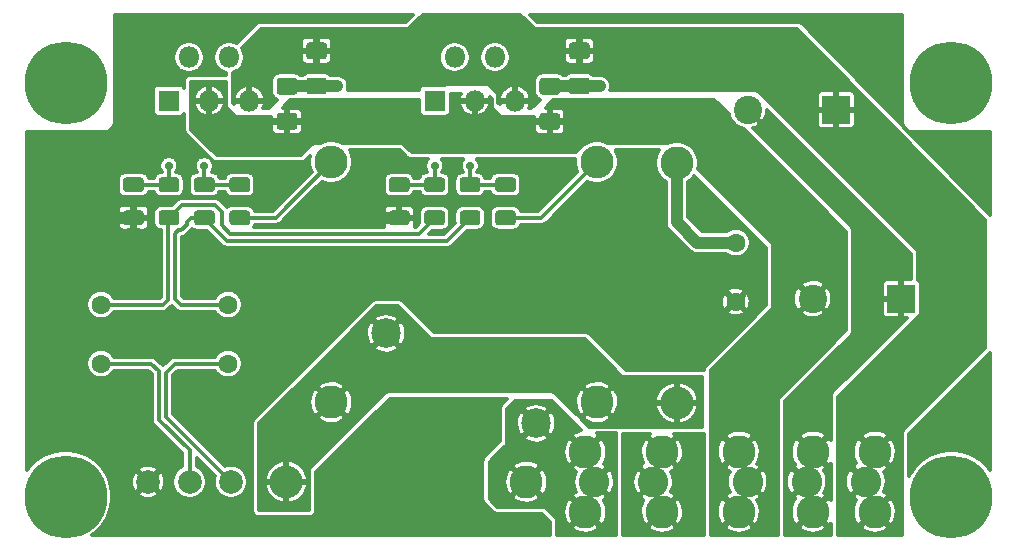
<source format=gbr>
%TF.GenerationSoftware,KiCad,Pcbnew,(5.1.6-0)*%
%TF.CreationDate,2023-05-05T19:20:00-07:00*%
%TF.ProjectId,LM1875x2_SMD_1206,4c4d3138-3735-4783-925f-534d445f3132,rev?*%
%TF.SameCoordinates,Original*%
%TF.FileFunction,Copper,L1,Top*%
%TF.FilePolarity,Positive*%
%FSLAX46Y46*%
G04 Gerber Fmt 4.6, Leading zero omitted, Abs format (unit mm)*
G04 Created by KiCad (PCBNEW (5.1.6-0)) date 2023-05-05 19:20:00*
%MOMM*%
%LPD*%
G01*
G04 APERTURE LIST*
%TA.AperFunction,ComponentPad*%
%ADD10C,1.600000*%
%TD*%
%TA.AperFunction,ComponentPad*%
%ADD11C,2.800000*%
%TD*%
%TA.AperFunction,ComponentPad*%
%ADD12C,0.800000*%
%TD*%
%TA.AperFunction,ComponentPad*%
%ADD13C,7.000000*%
%TD*%
%TA.AperFunction,ComponentPad*%
%ADD14C,2.500000*%
%TD*%
%TA.AperFunction,ComponentPad*%
%ADD15O,1.800000X1.800000*%
%TD*%
%TA.AperFunction,ComponentPad*%
%ADD16R,1.800000X1.800000*%
%TD*%
%TA.AperFunction,ComponentPad*%
%ADD17O,2.800000X2.800000*%
%TD*%
%TA.AperFunction,ComponentPad*%
%ADD18C,2.600000*%
%TD*%
%TA.AperFunction,ComponentPad*%
%ADD19C,2.000000*%
%TD*%
%TA.AperFunction,ComponentPad*%
%ADD20C,2.400000*%
%TD*%
%TA.AperFunction,ComponentPad*%
%ADD21R,2.400000X2.400000*%
%TD*%
%TA.AperFunction,ViaPad*%
%ADD22C,0.800000*%
%TD*%
%TA.AperFunction,ViaPad*%
%ADD23C,0.700000*%
%TD*%
%TA.AperFunction,Conductor*%
%ADD24C,0.300000*%
%TD*%
%TA.AperFunction,Conductor*%
%ADD25C,1.000000*%
%TD*%
G04 APERTURE END LIST*
D10*
%TO.P,C9,2*%
%TO.N,GND*%
X143000000Y-72250000D03*
%TO.P,C9,1*%
%TO.N,Net-(C9-Pad1)*%
X143000000Y-67250000D03*
%TD*%
D11*
%TO.P,J8,1*%
%TO.N,GND*%
X149500000Y-84960000D03*
X149500000Y-90040000D03*
%TD*%
%TO.P,J7,1*%
%TO.N,SPK*%
X130250000Y-84960000D03*
X130250000Y-90040000D03*
%TD*%
%TO.P,J6,1*%
%TO.N,VEE*%
X143250000Y-84960000D03*
X143250000Y-90040000D03*
%TD*%
%TO.P,J5,1*%
%TO.N,GND*%
X136750000Y-84960000D03*
X136750000Y-90040000D03*
%TD*%
%TO.P,J4,1*%
%TO.N,VCC*%
X154750000Y-84960000D03*
X154750000Y-90040000D03*
%TD*%
D12*
%TO.P,H4,1*%
%TO.N,N/C*%
X163106155Y-86893845D03*
X161250000Y-86125000D03*
X159393845Y-86893845D03*
X158625000Y-88750000D03*
X159393845Y-90606155D03*
X161250000Y-91375000D03*
X163106155Y-90606155D03*
X163875000Y-88750000D03*
D13*
X161250000Y-88750000D03*
%TD*%
D12*
%TO.P,H3,1*%
%TO.N,N/C*%
X163106155Y-51893845D03*
X161250000Y-51125000D03*
X159393845Y-51893845D03*
X158625000Y-53750000D03*
X159393845Y-55606155D03*
X161250000Y-56375000D03*
X163106155Y-55606155D03*
X163875000Y-53750000D03*
D13*
X161250000Y-53750000D03*
%TD*%
D12*
%TO.P,H2,1*%
%TO.N,N/C*%
X88106155Y-51893845D03*
X86250000Y-51125000D03*
X84393845Y-51893845D03*
X83625000Y-53750000D03*
X84393845Y-55606155D03*
X86250000Y-56375000D03*
X88106155Y-55606155D03*
X88875000Y-53750000D03*
D13*
X86250000Y-53750000D03*
%TD*%
D12*
%TO.P,H1,1*%
%TO.N,N/C*%
X88106155Y-86893845D03*
X86250000Y-86125000D03*
X84393845Y-86893845D03*
X83625000Y-88750000D03*
X84393845Y-90606155D03*
X86250000Y-91375000D03*
X88106155Y-90606155D03*
X88875000Y-88750000D03*
D13*
X86250000Y-88750000D03*
%TD*%
D14*
%TO.P,L1,2*%
%TO.N,SPK*%
X126100000Y-82560000D03*
%TO.P,L1,1*%
%TO.N,/OUT*%
X113400000Y-74940000D03*
%TD*%
%TO.P,C8,2*%
%TO.N,GND*%
%TA.AperFunction,SMDPad,CuDef*%
G36*
G01*
X127875000Y-54725000D02*
X126625000Y-54725000D01*
G75*
G02*
X126375000Y-54475000I0J250000D01*
G01*
X126375000Y-53550000D01*
G75*
G02*
X126625000Y-53300000I250000J0D01*
G01*
X127875000Y-53300000D01*
G75*
G02*
X128125000Y-53550000I0J-250000D01*
G01*
X128125000Y-54475000D01*
G75*
G02*
X127875000Y-54725000I-250000J0D01*
G01*
G37*
%TD.AperFunction*%
%TO.P,C8,1*%
%TO.N,VEE*%
%TA.AperFunction,SMDPad,CuDef*%
G36*
G01*
X127875000Y-57700000D02*
X126625000Y-57700000D01*
G75*
G02*
X126375000Y-57450000I0J250000D01*
G01*
X126375000Y-56525000D01*
G75*
G02*
X126625000Y-56275000I250000J0D01*
G01*
X127875000Y-56275000D01*
G75*
G02*
X128125000Y-56525000I0J-250000D01*
G01*
X128125000Y-57450000D01*
G75*
G02*
X127875000Y-57700000I-250000J0D01*
G01*
G37*
%TD.AperFunction*%
%TD*%
%TO.P,C7,2*%
%TO.N,VCC*%
%TA.AperFunction,SMDPad,CuDef*%
G36*
G01*
X130375000Y-51725000D02*
X129125000Y-51725000D01*
G75*
G02*
X128875000Y-51475000I0J250000D01*
G01*
X128875000Y-50550000D01*
G75*
G02*
X129125000Y-50300000I250000J0D01*
G01*
X130375000Y-50300000D01*
G75*
G02*
X130625000Y-50550000I0J-250000D01*
G01*
X130625000Y-51475000D01*
G75*
G02*
X130375000Y-51725000I-250000J0D01*
G01*
G37*
%TD.AperFunction*%
%TO.P,C7,1*%
%TO.N,GND*%
%TA.AperFunction,SMDPad,CuDef*%
G36*
G01*
X130375000Y-54700000D02*
X129125000Y-54700000D01*
G75*
G02*
X128875000Y-54450000I0J250000D01*
G01*
X128875000Y-53525000D01*
G75*
G02*
X129125000Y-53275000I250000J0D01*
G01*
X130375000Y-53275000D01*
G75*
G02*
X130625000Y-53525000I0J-250000D01*
G01*
X130625000Y-54450000D01*
G75*
G02*
X130375000Y-54700000I-250000J0D01*
G01*
G37*
%TD.AperFunction*%
%TD*%
%TO.P,C6,2*%
%TO.N,GND*%
%TA.AperFunction,SMDPad,CuDef*%
G36*
G01*
X105625000Y-54725000D02*
X104375000Y-54725000D01*
G75*
G02*
X104125000Y-54475000I0J250000D01*
G01*
X104125000Y-53550000D01*
G75*
G02*
X104375000Y-53300000I250000J0D01*
G01*
X105625000Y-53300000D01*
G75*
G02*
X105875000Y-53550000I0J-250000D01*
G01*
X105875000Y-54475000D01*
G75*
G02*
X105625000Y-54725000I-250000J0D01*
G01*
G37*
%TD.AperFunction*%
%TO.P,C6,1*%
%TO.N,VEE*%
%TA.AperFunction,SMDPad,CuDef*%
G36*
G01*
X105625000Y-57700000D02*
X104375000Y-57700000D01*
G75*
G02*
X104125000Y-57450000I0J250000D01*
G01*
X104125000Y-56525000D01*
G75*
G02*
X104375000Y-56275000I250000J0D01*
G01*
X105625000Y-56275000D01*
G75*
G02*
X105875000Y-56525000I0J-250000D01*
G01*
X105875000Y-57450000D01*
G75*
G02*
X105625000Y-57700000I-250000J0D01*
G01*
G37*
%TD.AperFunction*%
%TD*%
%TO.P,C5,2*%
%TO.N,VCC*%
%TA.AperFunction,SMDPad,CuDef*%
G36*
G01*
X108125000Y-51725000D02*
X106875000Y-51725000D01*
G75*
G02*
X106625000Y-51475000I0J250000D01*
G01*
X106625000Y-50550000D01*
G75*
G02*
X106875000Y-50300000I250000J0D01*
G01*
X108125000Y-50300000D01*
G75*
G02*
X108375000Y-50550000I0J-250000D01*
G01*
X108375000Y-51475000D01*
G75*
G02*
X108125000Y-51725000I-250000J0D01*
G01*
G37*
%TD.AperFunction*%
%TO.P,C5,1*%
%TO.N,GND*%
%TA.AperFunction,SMDPad,CuDef*%
G36*
G01*
X108125000Y-54700000D02*
X106875000Y-54700000D01*
G75*
G02*
X106625000Y-54450000I0J250000D01*
G01*
X106625000Y-53525000D01*
G75*
G02*
X106875000Y-53275000I250000J0D01*
G01*
X108125000Y-53275000D01*
G75*
G02*
X108375000Y-53525000I0J-250000D01*
G01*
X108375000Y-54450000D01*
G75*
G02*
X108125000Y-54700000I-250000J0D01*
G01*
G37*
%TD.AperFunction*%
%TD*%
D15*
%TO.P,U2,5*%
%TO.N,VCC*%
X124300000Y-55250000D03*
%TO.P,U2,4*%
%TO.N,Net-(R10-Pad2)*%
X122600000Y-51550000D03*
%TO.P,U2,3*%
%TO.N,VEE*%
X120900000Y-55250000D03*
%TO.P,U2,2*%
%TO.N,Net-(R4-Pad1)*%
X119200000Y-51550000D03*
D16*
%TO.P,U2,1*%
%TO.N,Net-(R3-Pad1)*%
X117500000Y-55250000D03*
%TD*%
D15*
%TO.P,U1,5*%
%TO.N,VCC*%
X101800000Y-55250000D03*
%TO.P,U1,4*%
%TO.N,Net-(R6-Pad1)*%
X100100000Y-51550000D03*
%TO.P,U1,3*%
%TO.N,VEE*%
X98400000Y-55250000D03*
%TO.P,U1,2*%
%TO.N,Net-(R2-Pad1)*%
X96700000Y-51550000D03*
D16*
%TO.P,U1,1*%
%TO.N,Net-(R1-Pad1)*%
X95000000Y-55250000D03*
%TD*%
D17*
%TO.P,R12,2*%
%TO.N,/OUT*%
X104930000Y-87500000D03*
D11*
%TO.P,R12,1*%
%TO.N,SPK*%
X125250000Y-87500000D03*
%TD*%
D17*
%TO.P,R11,2*%
%TO.N,/OUT*%
X138000000Y-80820000D03*
D11*
%TO.P,R11,1*%
%TO.N,Net-(C9-Pad1)*%
X138000000Y-60500000D03*
%TD*%
D17*
%TO.P,R10,2*%
%TO.N,Net-(R10-Pad2)*%
X131250000Y-60430000D03*
D11*
%TO.P,R10,1*%
%TO.N,/OUT*%
X131250000Y-80750000D03*
%TD*%
D17*
%TO.P,R9,2*%
%TO.N,Net-(R6-Pad1)*%
X108750000Y-60430000D03*
D11*
%TO.P,R9,1*%
%TO.N,/OUT*%
X108750000Y-80750000D03*
%TD*%
%TO.P,R8,2*%
%TO.N,Net-(R4-Pad1)*%
%TA.AperFunction,SMDPad,CuDef*%
G36*
G01*
X124125000Y-62975000D02*
X122875000Y-62975000D01*
G75*
G02*
X122625000Y-62725000I0J250000D01*
G01*
X122625000Y-61975000D01*
G75*
G02*
X122875000Y-61725000I250000J0D01*
G01*
X124125000Y-61725000D01*
G75*
G02*
X124375000Y-61975000I0J-250000D01*
G01*
X124375000Y-62725000D01*
G75*
G02*
X124125000Y-62975000I-250000J0D01*
G01*
G37*
%TD.AperFunction*%
%TO.P,R8,1*%
%TO.N,Net-(R10-Pad2)*%
%TA.AperFunction,SMDPad,CuDef*%
G36*
G01*
X124125000Y-65775000D02*
X122875000Y-65775000D01*
G75*
G02*
X122625000Y-65525000I0J250000D01*
G01*
X122625000Y-64775000D01*
G75*
G02*
X122875000Y-64525000I250000J0D01*
G01*
X124125000Y-64525000D01*
G75*
G02*
X124375000Y-64775000I0J-250000D01*
G01*
X124375000Y-65525000D01*
G75*
G02*
X124125000Y-65775000I-250000J0D01*
G01*
G37*
%TD.AperFunction*%
%TD*%
%TO.P,R7,2*%
%TO.N,Net-(R3-Pad1)*%
%TA.AperFunction,SMDPad,CuDef*%
G36*
G01*
X115125000Y-62975000D02*
X113875000Y-62975000D01*
G75*
G02*
X113625000Y-62725000I0J250000D01*
G01*
X113625000Y-61975000D01*
G75*
G02*
X113875000Y-61725000I250000J0D01*
G01*
X115125000Y-61725000D01*
G75*
G02*
X115375000Y-61975000I0J-250000D01*
G01*
X115375000Y-62725000D01*
G75*
G02*
X115125000Y-62975000I-250000J0D01*
G01*
G37*
%TD.AperFunction*%
%TO.P,R7,1*%
%TO.N,GND*%
%TA.AperFunction,SMDPad,CuDef*%
G36*
G01*
X115125000Y-65775000D02*
X113875000Y-65775000D01*
G75*
G02*
X113625000Y-65525000I0J250000D01*
G01*
X113625000Y-64775000D01*
G75*
G02*
X113875000Y-64525000I250000J0D01*
G01*
X115125000Y-64525000D01*
G75*
G02*
X115375000Y-64775000I0J-250000D01*
G01*
X115375000Y-65525000D01*
G75*
G02*
X115125000Y-65775000I-250000J0D01*
G01*
G37*
%TD.AperFunction*%
%TD*%
%TO.P,R6,2*%
%TO.N,Net-(R2-Pad1)*%
%TA.AperFunction,SMDPad,CuDef*%
G36*
G01*
X101625000Y-62975000D02*
X100375000Y-62975000D01*
G75*
G02*
X100125000Y-62725000I0J250000D01*
G01*
X100125000Y-61975000D01*
G75*
G02*
X100375000Y-61725000I250000J0D01*
G01*
X101625000Y-61725000D01*
G75*
G02*
X101875000Y-61975000I0J-250000D01*
G01*
X101875000Y-62725000D01*
G75*
G02*
X101625000Y-62975000I-250000J0D01*
G01*
G37*
%TD.AperFunction*%
%TO.P,R6,1*%
%TO.N,Net-(R6-Pad1)*%
%TA.AperFunction,SMDPad,CuDef*%
G36*
G01*
X101625000Y-65775000D02*
X100375000Y-65775000D01*
G75*
G02*
X100125000Y-65525000I0J250000D01*
G01*
X100125000Y-64775000D01*
G75*
G02*
X100375000Y-64525000I250000J0D01*
G01*
X101625000Y-64525000D01*
G75*
G02*
X101875000Y-64775000I0J-250000D01*
G01*
X101875000Y-65525000D01*
G75*
G02*
X101625000Y-65775000I-250000J0D01*
G01*
G37*
%TD.AperFunction*%
%TD*%
%TO.P,R5,2*%
%TO.N,Net-(R1-Pad1)*%
%TA.AperFunction,SMDPad,CuDef*%
G36*
G01*
X92625000Y-62975000D02*
X91375000Y-62975000D01*
G75*
G02*
X91125000Y-62725000I0J250000D01*
G01*
X91125000Y-61975000D01*
G75*
G02*
X91375000Y-61725000I250000J0D01*
G01*
X92625000Y-61725000D01*
G75*
G02*
X92875000Y-61975000I0J-250000D01*
G01*
X92875000Y-62725000D01*
G75*
G02*
X92625000Y-62975000I-250000J0D01*
G01*
G37*
%TD.AperFunction*%
%TO.P,R5,1*%
%TO.N,GND*%
%TA.AperFunction,SMDPad,CuDef*%
G36*
G01*
X92625000Y-65775000D02*
X91375000Y-65775000D01*
G75*
G02*
X91125000Y-65525000I0J250000D01*
G01*
X91125000Y-64775000D01*
G75*
G02*
X91375000Y-64525000I250000J0D01*
G01*
X92625000Y-64525000D01*
G75*
G02*
X92875000Y-64775000I0J-250000D01*
G01*
X92875000Y-65525000D01*
G75*
G02*
X92625000Y-65775000I-250000J0D01*
G01*
G37*
%TD.AperFunction*%
%TD*%
%TO.P,R4,2*%
%TO.N,Net-(C1-Pad1)*%
%TA.AperFunction,SMDPad,CuDef*%
G36*
G01*
X119875000Y-64525000D02*
X121125000Y-64525000D01*
G75*
G02*
X121375000Y-64775000I0J-250000D01*
G01*
X121375000Y-65525000D01*
G75*
G02*
X121125000Y-65775000I-250000J0D01*
G01*
X119875000Y-65775000D01*
G75*
G02*
X119625000Y-65525000I0J250000D01*
G01*
X119625000Y-64775000D01*
G75*
G02*
X119875000Y-64525000I250000J0D01*
G01*
G37*
%TD.AperFunction*%
%TO.P,R4,1*%
%TO.N,Net-(R4-Pad1)*%
%TA.AperFunction,SMDPad,CuDef*%
G36*
G01*
X119875000Y-61725000D02*
X121125000Y-61725000D01*
G75*
G02*
X121375000Y-61975000I0J-250000D01*
G01*
X121375000Y-62725000D01*
G75*
G02*
X121125000Y-62975000I-250000J0D01*
G01*
X119875000Y-62975000D01*
G75*
G02*
X119625000Y-62725000I0J250000D01*
G01*
X119625000Y-61975000D01*
G75*
G02*
X119875000Y-61725000I250000J0D01*
G01*
G37*
%TD.AperFunction*%
%TD*%
%TO.P,R3,2*%
%TO.N,Net-(C2-Pad1)*%
%TA.AperFunction,SMDPad,CuDef*%
G36*
G01*
X116875000Y-64525000D02*
X118125000Y-64525000D01*
G75*
G02*
X118375000Y-64775000I0J-250000D01*
G01*
X118375000Y-65525000D01*
G75*
G02*
X118125000Y-65775000I-250000J0D01*
G01*
X116875000Y-65775000D01*
G75*
G02*
X116625000Y-65525000I0J250000D01*
G01*
X116625000Y-64775000D01*
G75*
G02*
X116875000Y-64525000I250000J0D01*
G01*
G37*
%TD.AperFunction*%
%TO.P,R3,1*%
%TO.N,Net-(R3-Pad1)*%
%TA.AperFunction,SMDPad,CuDef*%
G36*
G01*
X116875000Y-61725000D02*
X118125000Y-61725000D01*
G75*
G02*
X118375000Y-61975000I0J-250000D01*
G01*
X118375000Y-62725000D01*
G75*
G02*
X118125000Y-62975000I-250000J0D01*
G01*
X116875000Y-62975000D01*
G75*
G02*
X116625000Y-62725000I0J250000D01*
G01*
X116625000Y-61975000D01*
G75*
G02*
X116875000Y-61725000I250000J0D01*
G01*
G37*
%TD.AperFunction*%
%TD*%
%TO.P,R2,2*%
%TO.N,Net-(C1-Pad1)*%
%TA.AperFunction,SMDPad,CuDef*%
G36*
G01*
X97375000Y-64525000D02*
X98625000Y-64525000D01*
G75*
G02*
X98875000Y-64775000I0J-250000D01*
G01*
X98875000Y-65525000D01*
G75*
G02*
X98625000Y-65775000I-250000J0D01*
G01*
X97375000Y-65775000D01*
G75*
G02*
X97125000Y-65525000I0J250000D01*
G01*
X97125000Y-64775000D01*
G75*
G02*
X97375000Y-64525000I250000J0D01*
G01*
G37*
%TD.AperFunction*%
%TO.P,R2,1*%
%TO.N,Net-(R2-Pad1)*%
%TA.AperFunction,SMDPad,CuDef*%
G36*
G01*
X97375000Y-61725000D02*
X98625000Y-61725000D01*
G75*
G02*
X98875000Y-61975000I0J-250000D01*
G01*
X98875000Y-62725000D01*
G75*
G02*
X98625000Y-62975000I-250000J0D01*
G01*
X97375000Y-62975000D01*
G75*
G02*
X97125000Y-62725000I0J250000D01*
G01*
X97125000Y-61975000D01*
G75*
G02*
X97375000Y-61725000I250000J0D01*
G01*
G37*
%TD.AperFunction*%
%TD*%
%TO.P,R1,2*%
%TO.N,Net-(C2-Pad1)*%
%TA.AperFunction,SMDPad,CuDef*%
G36*
G01*
X94375000Y-64525000D02*
X95625000Y-64525000D01*
G75*
G02*
X95875000Y-64775000I0J-250000D01*
G01*
X95875000Y-65525000D01*
G75*
G02*
X95625000Y-65775000I-250000J0D01*
G01*
X94375000Y-65775000D01*
G75*
G02*
X94125000Y-65525000I0J250000D01*
G01*
X94125000Y-64775000D01*
G75*
G02*
X94375000Y-64525000I250000J0D01*
G01*
G37*
%TD.AperFunction*%
%TO.P,R1,1*%
%TO.N,Net-(R1-Pad1)*%
%TA.AperFunction,SMDPad,CuDef*%
G36*
G01*
X94375000Y-61725000D02*
X95625000Y-61725000D01*
G75*
G02*
X95875000Y-61975000I0J-250000D01*
G01*
X95875000Y-62725000D01*
G75*
G02*
X95625000Y-62975000I-250000J0D01*
G01*
X94375000Y-62975000D01*
G75*
G02*
X94125000Y-62725000I0J250000D01*
G01*
X94125000Y-61975000D01*
G75*
G02*
X94375000Y-61725000I250000J0D01*
G01*
G37*
%TD.AperFunction*%
%TD*%
D18*
%TO.P,J3,3*%
%TO.N,VCC*%
X154000000Y-87500000D03*
%TO.P,J3,2*%
%TO.N,GND*%
X149000000Y-87500000D03*
%TO.P,J3,1*%
%TO.N,VEE*%
X144000000Y-87500000D03*
%TD*%
%TO.P,J2,2*%
%TO.N,GND*%
X136000000Y-87500000D03*
%TO.P,J2,1*%
%TO.N,SPK*%
X131000000Y-87500000D03*
%TD*%
D19*
%TO.P,J1,3*%
%TO.N,Net-(C1-Pad2)*%
X100250000Y-87500000D03*
%TO.P,J1,2*%
%TO.N,Net-(C2-Pad2)*%
X96750000Y-87500000D03*
%TO.P,J1,1*%
%TO.N,GND*%
X93250000Y-87500000D03*
%TD*%
D20*
%TO.P,C4,2*%
%TO.N,VEE*%
X149500000Y-72000000D03*
D21*
%TO.P,C4,1*%
%TO.N,GND*%
X157000000Y-72000000D03*
%TD*%
D20*
%TO.P,C3,2*%
%TO.N,GND*%
X144000000Y-56000000D03*
D21*
%TO.P,C3,1*%
%TO.N,VCC*%
X151500000Y-56000000D03*
%TD*%
D10*
%TO.P,C2,2*%
%TO.N,Net-(C2-Pad2)*%
X89250000Y-77500000D03*
%TO.P,C2,1*%
%TO.N,Net-(C2-Pad1)*%
X89250000Y-72500000D03*
%TD*%
%TO.P,C1,2*%
%TO.N,Net-(C1-Pad2)*%
X100000000Y-77500000D03*
%TO.P,C1,1*%
%TO.N,Net-(C1-Pad1)*%
X100000000Y-72500000D03*
%TD*%
D22*
%TO.N,GND*%
X131500000Y-54000000D03*
X109250000Y-54000000D03*
X112925000Y-65150000D03*
X90425000Y-65150000D03*
D23*
X94000000Y-60750000D03*
X99000000Y-60750000D03*
X116500000Y-60750000D03*
X121500000Y-60750000D03*
X84151191Y-60172500D03*
X84151191Y-64172500D03*
X84151191Y-68172500D03*
X84151191Y-72172500D03*
X84151191Y-76172500D03*
X84151191Y-80172500D03*
X84151191Y-84172500D03*
X86151191Y-58750000D03*
X86151191Y-62172500D03*
X86151191Y-66172500D03*
X86151191Y-70172500D03*
X86151191Y-74172500D03*
X86151191Y-78172500D03*
X86151191Y-82172500D03*
X88151191Y-60172500D03*
X88151191Y-64172500D03*
X88151191Y-68172500D03*
X88151191Y-80172500D03*
X88151191Y-84172500D03*
X89151191Y-75172500D03*
X90750000Y-58750000D03*
X90151191Y-62172500D03*
X90151191Y-70172500D03*
X90151191Y-82172500D03*
X91151191Y-49172500D03*
X91151191Y-67172500D03*
X91151191Y-79172500D03*
X91151191Y-85172500D03*
X91151191Y-89172500D03*
X92151191Y-52172500D03*
X92151191Y-56172500D03*
X92151191Y-60172500D03*
X92151191Y-74172500D03*
X93151191Y-69172500D03*
X93151191Y-81172500D03*
X93151191Y-91172500D03*
X94151191Y-50172500D03*
X94151191Y-58172500D03*
X94151191Y-76172500D03*
X94151191Y-84172500D03*
X96151191Y-74172500D03*
X96151191Y-79172500D03*
X96151191Y-90172500D03*
X97151191Y-49172500D03*
X97151191Y-67172500D03*
X97151191Y-71172500D03*
X97151191Y-82172500D03*
X98151191Y-76172500D03*
X99151191Y-69172500D03*
X99151191Y-80172500D03*
X99151191Y-84172500D03*
X99151191Y-91172500D03*
X101151191Y-75172500D03*
X101151191Y-82172500D03*
X102151191Y-68172500D03*
X102151191Y-72172500D03*
X102151191Y-78172500D03*
X103151191Y-61172500D03*
X103151191Y-91172500D03*
X104151191Y-70172500D03*
X104151191Y-74172500D03*
X105151191Y-77172500D03*
X106151191Y-65172500D03*
X106151191Y-72172500D03*
X107151191Y-68172500D03*
X107151191Y-75172500D03*
X107151191Y-91172500D03*
X108151191Y-63172500D03*
X108151191Y-87172500D03*
X109151191Y-70172500D03*
X110151191Y-65172500D03*
X110151191Y-73172500D03*
X110151191Y-85172500D03*
X110151191Y-89172500D03*
X111151191Y-62172500D03*
X111151191Y-68172500D03*
X112151191Y-71172500D03*
X112151191Y-83172500D03*
X112151191Y-87172500D03*
X112151191Y-91172500D03*
X113151191Y-60172500D03*
X114151191Y-69172500D03*
X114151191Y-81172500D03*
X114151191Y-85172500D03*
X114151191Y-89172500D03*
X116151191Y-71172500D03*
X116151191Y-83172500D03*
X116151191Y-87172500D03*
X116151191Y-91172500D03*
X117151191Y-68172500D03*
X118151191Y-73172500D03*
X118151191Y-81172500D03*
X118151191Y-85172500D03*
X118151191Y-89172500D03*
X119151191Y-70172500D03*
X120151191Y-67172500D03*
X120151191Y-83172500D03*
X120151191Y-87172500D03*
X120151191Y-91172500D03*
X121151191Y-72172500D03*
X122151191Y-69172500D03*
X122151191Y-81172500D03*
X123151191Y-74172500D03*
X124151191Y-67172500D03*
X124151191Y-71172500D03*
X124151191Y-91172500D03*
X125151191Y-61172500D03*
X126151191Y-69172500D03*
X126151191Y-73172500D03*
X127151191Y-66172500D03*
X128151191Y-71172500D03*
X129151191Y-64172500D03*
X129151191Y-68172500D03*
X129151191Y-74172500D03*
X131151191Y-66172500D03*
X131151191Y-70172500D03*
X132151191Y-63172500D03*
X132151191Y-73172500D03*
X133151191Y-68172500D03*
X133151191Y-76172500D03*
X134151191Y-60172500D03*
X134151191Y-65172500D03*
X134151191Y-71172500D03*
X134151191Y-84172500D03*
X134151191Y-90172500D03*
X135151191Y-74172500D03*
X136151191Y-63172500D03*
X136151191Y-67172500D03*
X136151191Y-77172500D03*
X137151191Y-70172500D03*
X138151191Y-73172500D03*
X139151191Y-64172500D03*
X139151191Y-76172500D03*
X139151191Y-87172500D03*
X140151191Y-69172500D03*
X141151191Y-72172500D03*
X142151191Y-65172500D03*
X142151191Y-75172500D03*
X145151191Y-68172500D03*
X145151191Y-72172500D03*
X146151191Y-58172500D03*
X148151191Y-60172500D03*
X148151191Y-81172500D03*
X150151191Y-49172500D03*
X150151191Y-62172500D03*
X150151191Y-79172500D03*
X152151191Y-51172500D03*
X152151191Y-64172500D03*
X152151191Y-77172500D03*
X153151191Y-67172500D03*
X153151191Y-71172500D03*
X154151191Y-49172500D03*
X154151191Y-53172500D03*
X154151191Y-74172500D03*
X155151191Y-69172500D03*
X156151191Y-51172500D03*
X156151191Y-55172500D03*
X158151191Y-84172500D03*
X160151191Y-59172500D03*
X160151191Y-82172500D03*
X163000000Y-61500000D03*
X162151191Y-80172500D03*
X163151191Y-58500000D03*
X163151191Y-83172500D03*
%TO.N,Net-(R1-Pad1)*%
X95000000Y-60750000D03*
%TO.N,Net-(R2-Pad1)*%
X98000000Y-60750000D03*
%TO.N,Net-(R3-Pad1)*%
X117500000Y-60750000D03*
%TO.N,Net-(R4-Pad1)*%
X120500000Y-60750000D03*
%TD*%
D24*
%TO.N,Net-(C1-Pad2)*%
X100250000Y-87500000D02*
X94750000Y-82000000D01*
X94750000Y-82000000D02*
X94750000Y-78250000D01*
X95500000Y-77500000D02*
X100000000Y-77500000D01*
X94750000Y-78250000D02*
X95500000Y-77500000D01*
%TO.N,Net-(C1-Pad1)*%
X118549990Y-67100010D02*
X120500000Y-65150000D01*
X99950010Y-67100010D02*
X118549990Y-67100010D01*
X98000000Y-65150000D02*
X99950010Y-67100010D01*
X95774990Y-66225010D02*
X95500000Y-66500000D01*
X96024990Y-66225010D02*
X95774990Y-66225010D01*
X96500000Y-65500000D02*
X96500000Y-65750000D01*
X96000000Y-72500000D02*
X100000000Y-72500000D01*
X96500000Y-65750000D02*
X96024990Y-66225010D01*
X96850000Y-65150000D02*
X96500000Y-65500000D01*
X98000000Y-65150000D02*
X96850000Y-65150000D01*
X95500000Y-72000000D02*
X96000000Y-72500000D01*
X95500000Y-66500000D02*
X95500000Y-72000000D01*
%TO.N,Net-(C2-Pad2)*%
X92750000Y-77500000D02*
X89250000Y-77500000D01*
X93500000Y-77500000D02*
X92750000Y-77500000D01*
X94149990Y-82248532D02*
X94149990Y-78149990D01*
X94149990Y-78149990D02*
X93500000Y-77500000D01*
X96750000Y-84848542D02*
X94149990Y-82248532D01*
X96750000Y-87500000D02*
X96750000Y-84848542D01*
%TO.N,Net-(C2-Pad1)*%
X94899990Y-65250010D02*
X95000000Y-65150000D01*
X94899990Y-72100010D02*
X94899990Y-65250010D01*
X94500000Y-72500000D02*
X94899990Y-72100010D01*
X89250000Y-72500000D02*
X94500000Y-72500000D01*
X98914956Y-64074990D02*
X99500000Y-64660034D01*
X96075010Y-64074990D02*
X98914956Y-64074990D01*
X95000000Y-65150000D02*
X96075010Y-64074990D01*
X99500000Y-64660034D02*
X99500000Y-65801458D01*
X99500000Y-65801458D02*
X100198542Y-66500000D01*
X116150000Y-66500000D02*
X117500000Y-65150000D01*
X100198542Y-66500000D02*
X116150000Y-66500000D01*
D25*
%TO.N,GND*%
X107475000Y-54012500D02*
X107500000Y-53987500D01*
X105000000Y-54012500D02*
X107475000Y-54012500D01*
X109237500Y-53987500D02*
X109250000Y-54000000D01*
X107500000Y-53987500D02*
X109237500Y-53987500D01*
X129725000Y-54012500D02*
X129750000Y-53987500D01*
X127250000Y-54012500D02*
X129725000Y-54012500D01*
X131487500Y-53987500D02*
X131500000Y-54000000D01*
X129750000Y-53987500D02*
X131487500Y-53987500D01*
X109250000Y-54000000D02*
X109250000Y-54000000D01*
X92000000Y-65150000D02*
X90425000Y-65150000D01*
X114500000Y-65150000D02*
X112925000Y-65150000D01*
%TO.N,Net-(C9-Pad1)*%
X138000000Y-63750000D02*
X138000000Y-60500000D01*
X138000000Y-65500000D02*
X138000000Y-63750000D01*
X139750000Y-67250000D02*
X138000000Y-65500000D01*
X143000000Y-67250000D02*
X139750000Y-67250000D01*
D24*
%TO.N,Net-(R1-Pad1)*%
X95000000Y-62350000D02*
X92000000Y-62350000D01*
X95000000Y-62350000D02*
X95000000Y-60750000D01*
%TO.N,Net-(R2-Pad1)*%
X98000000Y-62350000D02*
X101000000Y-62350000D01*
X98000000Y-62350000D02*
X98000000Y-60750000D01*
%TO.N,Net-(R3-Pad1)*%
X114500000Y-62350000D02*
X117500000Y-62350000D01*
X117500000Y-62350000D02*
X117500000Y-60750000D01*
%TO.N,Net-(R4-Pad1)*%
X120500000Y-60750000D02*
X120500000Y-62350000D01*
X120500000Y-62350000D02*
X123500000Y-62350000D01*
%TO.N,Net-(R6-Pad1)*%
X104030000Y-65150000D02*
X108750000Y-60430000D01*
X101000000Y-65150000D02*
X104030000Y-65150000D01*
%TO.N,Net-(R10-Pad2)*%
X126530000Y-65150000D02*
X131250000Y-60430000D01*
X123500000Y-65150000D02*
X126530000Y-65150000D01*
%TD*%
%TO.N,VCC*%
G36*
X125893934Y-49106066D02*
G01*
X125916664Y-49124720D01*
X125942597Y-49138582D01*
X125970736Y-49147118D01*
X126000000Y-49150000D01*
X148187185Y-49150000D01*
X164100000Y-65311452D01*
X164100000Y-76187868D01*
X157143934Y-83143934D01*
X157125280Y-83166664D01*
X157111418Y-83192597D01*
X157102882Y-83220736D01*
X157100000Y-83250000D01*
X157100000Y-92025000D01*
X151650000Y-92025000D01*
X151650000Y-91343612D01*
X153587809Y-91343612D01*
X153739820Y-91600524D01*
X154063674Y-91767615D01*
X154413902Y-91868315D01*
X154777047Y-91898755D01*
X155139152Y-91857762D01*
X155486302Y-91746915D01*
X155760180Y-91600524D01*
X155912191Y-91343612D01*
X154750000Y-90181421D01*
X153587809Y-91343612D01*
X151650000Y-91343612D01*
X151650000Y-87530997D01*
X152241805Y-87530997D01*
X152281636Y-87873409D01*
X152387502Y-88201470D01*
X152520893Y-88451027D01*
X152767564Y-88591014D01*
X153858579Y-87500000D01*
X152767564Y-86408986D01*
X152520893Y-86548973D01*
X152363778Y-86855806D01*
X152269541Y-87187395D01*
X152241805Y-87530997D01*
X151650000Y-87530997D01*
X151650000Y-84987047D01*
X152891245Y-84987047D01*
X152932238Y-85349152D01*
X153043085Y-85696302D01*
X153179337Y-85951212D01*
X153048973Y-86020893D01*
X152908986Y-86267564D01*
X154000000Y-87358579D01*
X154014142Y-87344436D01*
X154155564Y-87485858D01*
X154141421Y-87500000D01*
X154155564Y-87514142D01*
X154014143Y-87655564D01*
X154000000Y-87641421D01*
X152908986Y-88732436D01*
X153048973Y-88979107D01*
X153180811Y-89046615D01*
X153022385Y-89353674D01*
X152921685Y-89703902D01*
X152891245Y-90067047D01*
X152932238Y-90429152D01*
X153043085Y-90776302D01*
X153189476Y-91050180D01*
X153446388Y-91202191D01*
X154608579Y-90040000D01*
X154891421Y-90040000D01*
X156053612Y-91202191D01*
X156310524Y-91050180D01*
X156477615Y-90726326D01*
X156578315Y-90376098D01*
X156608755Y-90012953D01*
X156567762Y-89650848D01*
X156456915Y-89303698D01*
X156310524Y-89029820D01*
X156053612Y-88877809D01*
X154891421Y-90040000D01*
X154608579Y-90040000D01*
X154594437Y-90025858D01*
X154735858Y-89884437D01*
X154750000Y-89898579D01*
X155912191Y-88736388D01*
X155760180Y-88479476D01*
X155526323Y-88358818D01*
X155636222Y-88144194D01*
X155730459Y-87812605D01*
X155758195Y-87469003D01*
X155718364Y-87126591D01*
X155612498Y-86798530D01*
X155529738Y-86643698D01*
X155760180Y-86520524D01*
X155912191Y-86263612D01*
X154750000Y-85101421D01*
X154735858Y-85115564D01*
X154594437Y-84974143D01*
X154608579Y-84960000D01*
X154891421Y-84960000D01*
X156053612Y-86122191D01*
X156310524Y-85970180D01*
X156477615Y-85646326D01*
X156578315Y-85296098D01*
X156608755Y-84932953D01*
X156567762Y-84570848D01*
X156456915Y-84223698D01*
X156310524Y-83949820D01*
X156053612Y-83797809D01*
X154891421Y-84960000D01*
X154608579Y-84960000D01*
X153446388Y-83797809D01*
X153189476Y-83949820D01*
X153022385Y-84273674D01*
X152921685Y-84623902D01*
X152891245Y-84987047D01*
X151650000Y-84987047D01*
X151650000Y-83656388D01*
X153587809Y-83656388D01*
X154750000Y-84818579D01*
X155912191Y-83656388D01*
X155760180Y-83399476D01*
X155436326Y-83232385D01*
X155086098Y-83131685D01*
X154722953Y-83101245D01*
X154360848Y-83142238D01*
X154013698Y-83253085D01*
X153739820Y-83399476D01*
X153587809Y-83656388D01*
X151650000Y-83656388D01*
X151650000Y-80312132D01*
X158331893Y-73630239D01*
X158373041Y-73617757D01*
X158451216Y-73575971D01*
X158519737Y-73519737D01*
X158575971Y-73451216D01*
X158617757Y-73373041D01*
X158643489Y-73288215D01*
X158652177Y-73200000D01*
X158652177Y-70800000D01*
X158643489Y-70711785D01*
X158617757Y-70626959D01*
X158575971Y-70548784D01*
X158519737Y-70480263D01*
X158451216Y-70424029D01*
X158400000Y-70396653D01*
X158400000Y-68000000D01*
X158397118Y-67970736D01*
X158388582Y-67942597D01*
X158374720Y-67916664D01*
X158356066Y-67893934D01*
X147662132Y-57200000D01*
X149847823Y-57200000D01*
X149856511Y-57288215D01*
X149882243Y-57373041D01*
X149924029Y-57451216D01*
X149980263Y-57519737D01*
X150048784Y-57575971D01*
X150126959Y-57617757D01*
X150211785Y-57643489D01*
X150300000Y-57652177D01*
X151287500Y-57650000D01*
X151400000Y-57537500D01*
X151400000Y-56100000D01*
X151600000Y-56100000D01*
X151600000Y-57537500D01*
X151712500Y-57650000D01*
X152700000Y-57652177D01*
X152788215Y-57643489D01*
X152873041Y-57617757D01*
X152951216Y-57575971D01*
X153019737Y-57519737D01*
X153075971Y-57451216D01*
X153117757Y-57373041D01*
X153143489Y-57288215D01*
X153152177Y-57200000D01*
X153150000Y-56212500D01*
X153037500Y-56100000D01*
X151600000Y-56100000D01*
X151400000Y-56100000D01*
X149962500Y-56100000D01*
X149850000Y-56212500D01*
X149847823Y-57200000D01*
X147662132Y-57200000D01*
X145262132Y-54800000D01*
X149847823Y-54800000D01*
X149850000Y-55787500D01*
X149962500Y-55900000D01*
X151400000Y-55900000D01*
X151400000Y-54462500D01*
X151600000Y-54462500D01*
X151600000Y-55900000D01*
X153037500Y-55900000D01*
X153150000Y-55787500D01*
X153152177Y-54800000D01*
X153143489Y-54711785D01*
X153117757Y-54626959D01*
X153075971Y-54548784D01*
X153019737Y-54480263D01*
X152951216Y-54424029D01*
X152873041Y-54382243D01*
X152788215Y-54356511D01*
X152700000Y-54347823D01*
X151712500Y-54350000D01*
X151600000Y-54462500D01*
X151400000Y-54462500D01*
X151287500Y-54350000D01*
X150300000Y-54347823D01*
X150211785Y-54356511D01*
X150126959Y-54382243D01*
X150048784Y-54424029D01*
X149980263Y-54480263D01*
X149924029Y-54548784D01*
X149882243Y-54626959D01*
X149856511Y-54711785D01*
X149847823Y-54800000D01*
X145262132Y-54800000D01*
X144856066Y-54393934D01*
X144833336Y-54375280D01*
X144807403Y-54361418D01*
X144779264Y-54352882D01*
X144750000Y-54350000D01*
X132386576Y-54350000D01*
X132436254Y-54186233D01*
X132454595Y-54000000D01*
X132436254Y-53813768D01*
X132381932Y-53634692D01*
X132293717Y-53469655D01*
X132204748Y-53361246D01*
X132192250Y-53348748D01*
X132162501Y-53312499D01*
X132017845Y-53193782D01*
X131852808Y-53105568D01*
X131673732Y-53051246D01*
X131534165Y-53037500D01*
X131534154Y-53037500D01*
X131487500Y-53032905D01*
X131440846Y-53037500D01*
X130878912Y-53037500D01*
X130871514Y-53028486D01*
X130765109Y-52941161D01*
X130643712Y-52876273D01*
X130511988Y-52836315D01*
X130375000Y-52822823D01*
X129125000Y-52822823D01*
X128988012Y-52836315D01*
X128856288Y-52876273D01*
X128734891Y-52941161D01*
X128628486Y-53028486D01*
X128600571Y-53062500D01*
X128378912Y-53062500D01*
X128371514Y-53053486D01*
X128265109Y-52966161D01*
X128143712Y-52901273D01*
X128011988Y-52861315D01*
X127875000Y-52847823D01*
X126625000Y-52847823D01*
X126488012Y-52861315D01*
X126356288Y-52901273D01*
X126234891Y-52966161D01*
X126128486Y-53053486D01*
X126041161Y-53159891D01*
X125976273Y-53281288D01*
X125936315Y-53413012D01*
X125922823Y-53550000D01*
X125922823Y-54475000D01*
X125936315Y-54611988D01*
X125976273Y-54743712D01*
X126041161Y-54865109D01*
X126128486Y-54971514D01*
X126234891Y-55058839D01*
X126356288Y-55123727D01*
X126400676Y-55137192D01*
X125687868Y-55850000D01*
X125502117Y-55850000D01*
X125564494Y-55722825D01*
X125614072Y-55559375D01*
X125533453Y-55350000D01*
X124400000Y-55350000D01*
X124400000Y-55370000D01*
X124200000Y-55370000D01*
X124200000Y-55350000D01*
X123066547Y-55350000D01*
X122995819Y-55533687D01*
X122900000Y-55437868D01*
X122900000Y-54940625D01*
X122985928Y-54940625D01*
X123066547Y-55150000D01*
X124200000Y-55150000D01*
X124200000Y-54016205D01*
X124400000Y-54016205D01*
X124400000Y-55150000D01*
X125533453Y-55150000D01*
X125614072Y-54940625D01*
X125564494Y-54777175D01*
X125447954Y-54539570D01*
X125287298Y-54329266D01*
X125088701Y-54154345D01*
X124859795Y-54021530D01*
X124609376Y-53935924D01*
X124400000Y-54016205D01*
X124200000Y-54016205D01*
X123990624Y-53935924D01*
X123740205Y-54021530D01*
X123511299Y-54154345D01*
X123312702Y-54329266D01*
X123152046Y-54539570D01*
X123035506Y-54777175D01*
X122985928Y-54940625D01*
X122900000Y-54940625D01*
X122900000Y-54750000D01*
X122897118Y-54720736D01*
X122888582Y-54692597D01*
X122874720Y-54666664D01*
X122856066Y-54643934D01*
X122106066Y-53893934D01*
X122083336Y-53875280D01*
X122057403Y-53861418D01*
X122029264Y-53852882D01*
X122000000Y-53850000D01*
X118500000Y-53850000D01*
X118470736Y-53852882D01*
X118442597Y-53861418D01*
X118416664Y-53875280D01*
X118393934Y-53893934D01*
X118390742Y-53897823D01*
X116600000Y-53897823D01*
X116511785Y-53906511D01*
X116426959Y-53932243D01*
X116348784Y-53974029D01*
X116280263Y-54030263D01*
X116224029Y-54098784D01*
X116182243Y-54176959D01*
X116156511Y-54261785D01*
X116147823Y-54350000D01*
X110136576Y-54350000D01*
X110163335Y-54261785D01*
X110186254Y-54186233D01*
X110187898Y-54169535D01*
X110204596Y-54000000D01*
X110186254Y-53813768D01*
X110131932Y-53634692D01*
X110043718Y-53469655D01*
X109925001Y-53324999D01*
X109918135Y-53319365D01*
X109912501Y-53312499D01*
X109767845Y-53193782D01*
X109602808Y-53105568D01*
X109423732Y-53051246D01*
X109284165Y-53037500D01*
X109284154Y-53037500D01*
X109237500Y-53032905D01*
X109190846Y-53037500D01*
X108628912Y-53037500D01*
X108621514Y-53028486D01*
X108515109Y-52941161D01*
X108393712Y-52876273D01*
X108261988Y-52836315D01*
X108125000Y-52822823D01*
X106875000Y-52822823D01*
X106738012Y-52836315D01*
X106606288Y-52876273D01*
X106484891Y-52941161D01*
X106378486Y-53028486D01*
X106350571Y-53062500D01*
X106128912Y-53062500D01*
X106121514Y-53053486D01*
X106015109Y-52966161D01*
X105893712Y-52901273D01*
X105761988Y-52861315D01*
X105625000Y-52847823D01*
X104375000Y-52847823D01*
X104238012Y-52861315D01*
X104106288Y-52901273D01*
X103984891Y-52966161D01*
X103878486Y-53053486D01*
X103791161Y-53159891D01*
X103726273Y-53281288D01*
X103686315Y-53413012D01*
X103672823Y-53550000D01*
X103672823Y-54475000D01*
X103686315Y-54611988D01*
X103726273Y-54743712D01*
X103791161Y-54865109D01*
X103878486Y-54971514D01*
X103984891Y-55058839D01*
X104106288Y-55123727D01*
X104150676Y-55137192D01*
X103437868Y-55850000D01*
X103002117Y-55850000D01*
X103064494Y-55722825D01*
X103114072Y-55559375D01*
X103033453Y-55350000D01*
X101900000Y-55350000D01*
X101900000Y-55370000D01*
X101700000Y-55370000D01*
X101700000Y-55350000D01*
X100566547Y-55350000D01*
X100495819Y-55533687D01*
X100400000Y-55437868D01*
X100400000Y-54940625D01*
X100485928Y-54940625D01*
X100566547Y-55150000D01*
X101700000Y-55150000D01*
X101700000Y-54016205D01*
X101900000Y-54016205D01*
X101900000Y-55150000D01*
X103033453Y-55150000D01*
X103114072Y-54940625D01*
X103064494Y-54777175D01*
X102947954Y-54539570D01*
X102787298Y-54329266D01*
X102588701Y-54154345D01*
X102359795Y-54021530D01*
X102109376Y-53935924D01*
X101900000Y-54016205D01*
X101700000Y-54016205D01*
X101490624Y-53935924D01*
X101240205Y-54021530D01*
X101011299Y-54154345D01*
X100812702Y-54329266D01*
X100652046Y-54539570D01*
X100535506Y-54777175D01*
X100485928Y-54940625D01*
X100400000Y-54940625D01*
X100400000Y-52866774D01*
X100493780Y-52848120D01*
X100739465Y-52746354D01*
X100960575Y-52598613D01*
X101148613Y-52410575D01*
X101296354Y-52189465D01*
X101398120Y-51943780D01*
X101441638Y-51725000D01*
X106172823Y-51725000D01*
X106181511Y-51813215D01*
X106207243Y-51898041D01*
X106249029Y-51976216D01*
X106305263Y-52044737D01*
X106373784Y-52100971D01*
X106451959Y-52142757D01*
X106536785Y-52168489D01*
X106625000Y-52177177D01*
X107287500Y-52175000D01*
X107400000Y-52062500D01*
X107400000Y-51112500D01*
X107600000Y-51112500D01*
X107600000Y-52062500D01*
X107712500Y-52175000D01*
X108375000Y-52177177D01*
X108463215Y-52168489D01*
X108548041Y-52142757D01*
X108626216Y-52100971D01*
X108694737Y-52044737D01*
X108750971Y-51976216D01*
X108792757Y-51898041D01*
X108818489Y-51813215D01*
X108827177Y-51725000D01*
X108825837Y-51417037D01*
X117850000Y-51417037D01*
X117850000Y-51682963D01*
X117901880Y-51943780D01*
X118003646Y-52189465D01*
X118151387Y-52410575D01*
X118339425Y-52598613D01*
X118560535Y-52746354D01*
X118806220Y-52848120D01*
X119067037Y-52900000D01*
X119332963Y-52900000D01*
X119593780Y-52848120D01*
X119839465Y-52746354D01*
X120060575Y-52598613D01*
X120248613Y-52410575D01*
X120396354Y-52189465D01*
X120498120Y-51943780D01*
X120550000Y-51682963D01*
X120550000Y-51417037D01*
X121250000Y-51417037D01*
X121250000Y-51682963D01*
X121301880Y-51943780D01*
X121403646Y-52189465D01*
X121551387Y-52410575D01*
X121739425Y-52598613D01*
X121960535Y-52746354D01*
X122206220Y-52848120D01*
X122467037Y-52900000D01*
X122732963Y-52900000D01*
X122993780Y-52848120D01*
X123239465Y-52746354D01*
X123460575Y-52598613D01*
X123648613Y-52410575D01*
X123796354Y-52189465D01*
X123898120Y-51943780D01*
X123941638Y-51725000D01*
X128422823Y-51725000D01*
X128431511Y-51813215D01*
X128457243Y-51898041D01*
X128499029Y-51976216D01*
X128555263Y-52044737D01*
X128623784Y-52100971D01*
X128701959Y-52142757D01*
X128786785Y-52168489D01*
X128875000Y-52177177D01*
X129537500Y-52175000D01*
X129650000Y-52062500D01*
X129650000Y-51112500D01*
X129850000Y-51112500D01*
X129850000Y-52062500D01*
X129962500Y-52175000D01*
X130625000Y-52177177D01*
X130713215Y-52168489D01*
X130798041Y-52142757D01*
X130876216Y-52100971D01*
X130944737Y-52044737D01*
X131000971Y-51976216D01*
X131042757Y-51898041D01*
X131068489Y-51813215D01*
X131077177Y-51725000D01*
X131075000Y-51225000D01*
X130962500Y-51112500D01*
X129850000Y-51112500D01*
X129650000Y-51112500D01*
X128537500Y-51112500D01*
X128425000Y-51225000D01*
X128422823Y-51725000D01*
X123941638Y-51725000D01*
X123950000Y-51682963D01*
X123950000Y-51417037D01*
X123898120Y-51156220D01*
X123796354Y-50910535D01*
X123648613Y-50689425D01*
X123460575Y-50501387D01*
X123239465Y-50353646D01*
X123109953Y-50300000D01*
X128422823Y-50300000D01*
X128425000Y-50800000D01*
X128537500Y-50912500D01*
X129650000Y-50912500D01*
X129650000Y-49962500D01*
X129850000Y-49962500D01*
X129850000Y-50912500D01*
X130962500Y-50912500D01*
X131075000Y-50800000D01*
X131077177Y-50300000D01*
X131068489Y-50211785D01*
X131042757Y-50126959D01*
X131000971Y-50048784D01*
X130944737Y-49980263D01*
X130876216Y-49924029D01*
X130798041Y-49882243D01*
X130713215Y-49856511D01*
X130625000Y-49847823D01*
X129962500Y-49850000D01*
X129850000Y-49962500D01*
X129650000Y-49962500D01*
X129537500Y-49850000D01*
X128875000Y-49847823D01*
X128786785Y-49856511D01*
X128701959Y-49882243D01*
X128623784Y-49924029D01*
X128555263Y-49980263D01*
X128499029Y-50048784D01*
X128457243Y-50126959D01*
X128431511Y-50211785D01*
X128422823Y-50300000D01*
X123109953Y-50300000D01*
X122993780Y-50251880D01*
X122732963Y-50200000D01*
X122467037Y-50200000D01*
X122206220Y-50251880D01*
X121960535Y-50353646D01*
X121739425Y-50501387D01*
X121551387Y-50689425D01*
X121403646Y-50910535D01*
X121301880Y-51156220D01*
X121250000Y-51417037D01*
X120550000Y-51417037D01*
X120498120Y-51156220D01*
X120396354Y-50910535D01*
X120248613Y-50689425D01*
X120060575Y-50501387D01*
X119839465Y-50353646D01*
X119593780Y-50251880D01*
X119332963Y-50200000D01*
X119067037Y-50200000D01*
X118806220Y-50251880D01*
X118560535Y-50353646D01*
X118339425Y-50501387D01*
X118151387Y-50689425D01*
X118003646Y-50910535D01*
X117901880Y-51156220D01*
X117850000Y-51417037D01*
X108825837Y-51417037D01*
X108825000Y-51225000D01*
X108712500Y-51112500D01*
X107600000Y-51112500D01*
X107400000Y-51112500D01*
X106287500Y-51112500D01*
X106175000Y-51225000D01*
X106172823Y-51725000D01*
X101441638Y-51725000D01*
X101450000Y-51682963D01*
X101450000Y-51417037D01*
X101398120Y-51156220D01*
X101296354Y-50910535D01*
X101198318Y-50763814D01*
X101662132Y-50300000D01*
X106172823Y-50300000D01*
X106175000Y-50800000D01*
X106287500Y-50912500D01*
X107400000Y-50912500D01*
X107400000Y-49962500D01*
X107600000Y-49962500D01*
X107600000Y-50912500D01*
X108712500Y-50912500D01*
X108825000Y-50800000D01*
X108827177Y-50300000D01*
X108818489Y-50211785D01*
X108792757Y-50126959D01*
X108750971Y-50048784D01*
X108694737Y-49980263D01*
X108626216Y-49924029D01*
X108548041Y-49882243D01*
X108463215Y-49856511D01*
X108375000Y-49847823D01*
X107712500Y-49850000D01*
X107600000Y-49962500D01*
X107400000Y-49962500D01*
X107287500Y-49850000D01*
X106625000Y-49847823D01*
X106536785Y-49856511D01*
X106451959Y-49882243D01*
X106373784Y-49924029D01*
X106305263Y-49980263D01*
X106249029Y-50048784D01*
X106207243Y-50126959D01*
X106181511Y-50211785D01*
X106172823Y-50300000D01*
X101662132Y-50300000D01*
X102812132Y-49150000D01*
X115250000Y-49150000D01*
X115279264Y-49147118D01*
X115307403Y-49138582D01*
X115333336Y-49124720D01*
X115356066Y-49106066D01*
X116487132Y-47975000D01*
X124762868Y-47975000D01*
X125893934Y-49106066D01*
G37*
X125893934Y-49106066D02*
X125916664Y-49124720D01*
X125942597Y-49138582D01*
X125970736Y-49147118D01*
X126000000Y-49150000D01*
X148187185Y-49150000D01*
X164100000Y-65311452D01*
X164100000Y-76187868D01*
X157143934Y-83143934D01*
X157125280Y-83166664D01*
X157111418Y-83192597D01*
X157102882Y-83220736D01*
X157100000Y-83250000D01*
X157100000Y-92025000D01*
X151650000Y-92025000D01*
X151650000Y-91343612D01*
X153587809Y-91343612D01*
X153739820Y-91600524D01*
X154063674Y-91767615D01*
X154413902Y-91868315D01*
X154777047Y-91898755D01*
X155139152Y-91857762D01*
X155486302Y-91746915D01*
X155760180Y-91600524D01*
X155912191Y-91343612D01*
X154750000Y-90181421D01*
X153587809Y-91343612D01*
X151650000Y-91343612D01*
X151650000Y-87530997D01*
X152241805Y-87530997D01*
X152281636Y-87873409D01*
X152387502Y-88201470D01*
X152520893Y-88451027D01*
X152767564Y-88591014D01*
X153858579Y-87500000D01*
X152767564Y-86408986D01*
X152520893Y-86548973D01*
X152363778Y-86855806D01*
X152269541Y-87187395D01*
X152241805Y-87530997D01*
X151650000Y-87530997D01*
X151650000Y-84987047D01*
X152891245Y-84987047D01*
X152932238Y-85349152D01*
X153043085Y-85696302D01*
X153179337Y-85951212D01*
X153048973Y-86020893D01*
X152908986Y-86267564D01*
X154000000Y-87358579D01*
X154014142Y-87344436D01*
X154155564Y-87485858D01*
X154141421Y-87500000D01*
X154155564Y-87514142D01*
X154014143Y-87655564D01*
X154000000Y-87641421D01*
X152908986Y-88732436D01*
X153048973Y-88979107D01*
X153180811Y-89046615D01*
X153022385Y-89353674D01*
X152921685Y-89703902D01*
X152891245Y-90067047D01*
X152932238Y-90429152D01*
X153043085Y-90776302D01*
X153189476Y-91050180D01*
X153446388Y-91202191D01*
X154608579Y-90040000D01*
X154891421Y-90040000D01*
X156053612Y-91202191D01*
X156310524Y-91050180D01*
X156477615Y-90726326D01*
X156578315Y-90376098D01*
X156608755Y-90012953D01*
X156567762Y-89650848D01*
X156456915Y-89303698D01*
X156310524Y-89029820D01*
X156053612Y-88877809D01*
X154891421Y-90040000D01*
X154608579Y-90040000D01*
X154594437Y-90025858D01*
X154735858Y-89884437D01*
X154750000Y-89898579D01*
X155912191Y-88736388D01*
X155760180Y-88479476D01*
X155526323Y-88358818D01*
X155636222Y-88144194D01*
X155730459Y-87812605D01*
X155758195Y-87469003D01*
X155718364Y-87126591D01*
X155612498Y-86798530D01*
X155529738Y-86643698D01*
X155760180Y-86520524D01*
X155912191Y-86263612D01*
X154750000Y-85101421D01*
X154735858Y-85115564D01*
X154594437Y-84974143D01*
X154608579Y-84960000D01*
X154891421Y-84960000D01*
X156053612Y-86122191D01*
X156310524Y-85970180D01*
X156477615Y-85646326D01*
X156578315Y-85296098D01*
X156608755Y-84932953D01*
X156567762Y-84570848D01*
X156456915Y-84223698D01*
X156310524Y-83949820D01*
X156053612Y-83797809D01*
X154891421Y-84960000D01*
X154608579Y-84960000D01*
X153446388Y-83797809D01*
X153189476Y-83949820D01*
X153022385Y-84273674D01*
X152921685Y-84623902D01*
X152891245Y-84987047D01*
X151650000Y-84987047D01*
X151650000Y-83656388D01*
X153587809Y-83656388D01*
X154750000Y-84818579D01*
X155912191Y-83656388D01*
X155760180Y-83399476D01*
X155436326Y-83232385D01*
X155086098Y-83131685D01*
X154722953Y-83101245D01*
X154360848Y-83142238D01*
X154013698Y-83253085D01*
X153739820Y-83399476D01*
X153587809Y-83656388D01*
X151650000Y-83656388D01*
X151650000Y-80312132D01*
X158331893Y-73630239D01*
X158373041Y-73617757D01*
X158451216Y-73575971D01*
X158519737Y-73519737D01*
X158575971Y-73451216D01*
X158617757Y-73373041D01*
X158643489Y-73288215D01*
X158652177Y-73200000D01*
X158652177Y-70800000D01*
X158643489Y-70711785D01*
X158617757Y-70626959D01*
X158575971Y-70548784D01*
X158519737Y-70480263D01*
X158451216Y-70424029D01*
X158400000Y-70396653D01*
X158400000Y-68000000D01*
X158397118Y-67970736D01*
X158388582Y-67942597D01*
X158374720Y-67916664D01*
X158356066Y-67893934D01*
X147662132Y-57200000D01*
X149847823Y-57200000D01*
X149856511Y-57288215D01*
X149882243Y-57373041D01*
X149924029Y-57451216D01*
X149980263Y-57519737D01*
X150048784Y-57575971D01*
X150126959Y-57617757D01*
X150211785Y-57643489D01*
X150300000Y-57652177D01*
X151287500Y-57650000D01*
X151400000Y-57537500D01*
X151400000Y-56100000D01*
X151600000Y-56100000D01*
X151600000Y-57537500D01*
X151712500Y-57650000D01*
X152700000Y-57652177D01*
X152788215Y-57643489D01*
X152873041Y-57617757D01*
X152951216Y-57575971D01*
X153019737Y-57519737D01*
X153075971Y-57451216D01*
X153117757Y-57373041D01*
X153143489Y-57288215D01*
X153152177Y-57200000D01*
X153150000Y-56212500D01*
X153037500Y-56100000D01*
X151600000Y-56100000D01*
X151400000Y-56100000D01*
X149962500Y-56100000D01*
X149850000Y-56212500D01*
X149847823Y-57200000D01*
X147662132Y-57200000D01*
X145262132Y-54800000D01*
X149847823Y-54800000D01*
X149850000Y-55787500D01*
X149962500Y-55900000D01*
X151400000Y-55900000D01*
X151400000Y-54462500D01*
X151600000Y-54462500D01*
X151600000Y-55900000D01*
X153037500Y-55900000D01*
X153150000Y-55787500D01*
X153152177Y-54800000D01*
X153143489Y-54711785D01*
X153117757Y-54626959D01*
X153075971Y-54548784D01*
X153019737Y-54480263D01*
X152951216Y-54424029D01*
X152873041Y-54382243D01*
X152788215Y-54356511D01*
X152700000Y-54347823D01*
X151712500Y-54350000D01*
X151600000Y-54462500D01*
X151400000Y-54462500D01*
X151287500Y-54350000D01*
X150300000Y-54347823D01*
X150211785Y-54356511D01*
X150126959Y-54382243D01*
X150048784Y-54424029D01*
X149980263Y-54480263D01*
X149924029Y-54548784D01*
X149882243Y-54626959D01*
X149856511Y-54711785D01*
X149847823Y-54800000D01*
X145262132Y-54800000D01*
X144856066Y-54393934D01*
X144833336Y-54375280D01*
X144807403Y-54361418D01*
X144779264Y-54352882D01*
X144750000Y-54350000D01*
X132386576Y-54350000D01*
X132436254Y-54186233D01*
X132454595Y-54000000D01*
X132436254Y-53813768D01*
X132381932Y-53634692D01*
X132293717Y-53469655D01*
X132204748Y-53361246D01*
X132192250Y-53348748D01*
X132162501Y-53312499D01*
X132017845Y-53193782D01*
X131852808Y-53105568D01*
X131673732Y-53051246D01*
X131534165Y-53037500D01*
X131534154Y-53037500D01*
X131487500Y-53032905D01*
X131440846Y-53037500D01*
X130878912Y-53037500D01*
X130871514Y-53028486D01*
X130765109Y-52941161D01*
X130643712Y-52876273D01*
X130511988Y-52836315D01*
X130375000Y-52822823D01*
X129125000Y-52822823D01*
X128988012Y-52836315D01*
X128856288Y-52876273D01*
X128734891Y-52941161D01*
X128628486Y-53028486D01*
X128600571Y-53062500D01*
X128378912Y-53062500D01*
X128371514Y-53053486D01*
X128265109Y-52966161D01*
X128143712Y-52901273D01*
X128011988Y-52861315D01*
X127875000Y-52847823D01*
X126625000Y-52847823D01*
X126488012Y-52861315D01*
X126356288Y-52901273D01*
X126234891Y-52966161D01*
X126128486Y-53053486D01*
X126041161Y-53159891D01*
X125976273Y-53281288D01*
X125936315Y-53413012D01*
X125922823Y-53550000D01*
X125922823Y-54475000D01*
X125936315Y-54611988D01*
X125976273Y-54743712D01*
X126041161Y-54865109D01*
X126128486Y-54971514D01*
X126234891Y-55058839D01*
X126356288Y-55123727D01*
X126400676Y-55137192D01*
X125687868Y-55850000D01*
X125502117Y-55850000D01*
X125564494Y-55722825D01*
X125614072Y-55559375D01*
X125533453Y-55350000D01*
X124400000Y-55350000D01*
X124400000Y-55370000D01*
X124200000Y-55370000D01*
X124200000Y-55350000D01*
X123066547Y-55350000D01*
X122995819Y-55533687D01*
X122900000Y-55437868D01*
X122900000Y-54940625D01*
X122985928Y-54940625D01*
X123066547Y-55150000D01*
X124200000Y-55150000D01*
X124200000Y-54016205D01*
X124400000Y-54016205D01*
X124400000Y-55150000D01*
X125533453Y-55150000D01*
X125614072Y-54940625D01*
X125564494Y-54777175D01*
X125447954Y-54539570D01*
X125287298Y-54329266D01*
X125088701Y-54154345D01*
X124859795Y-54021530D01*
X124609376Y-53935924D01*
X124400000Y-54016205D01*
X124200000Y-54016205D01*
X123990624Y-53935924D01*
X123740205Y-54021530D01*
X123511299Y-54154345D01*
X123312702Y-54329266D01*
X123152046Y-54539570D01*
X123035506Y-54777175D01*
X122985928Y-54940625D01*
X122900000Y-54940625D01*
X122900000Y-54750000D01*
X122897118Y-54720736D01*
X122888582Y-54692597D01*
X122874720Y-54666664D01*
X122856066Y-54643934D01*
X122106066Y-53893934D01*
X122083336Y-53875280D01*
X122057403Y-53861418D01*
X122029264Y-53852882D01*
X122000000Y-53850000D01*
X118500000Y-53850000D01*
X118470736Y-53852882D01*
X118442597Y-53861418D01*
X118416664Y-53875280D01*
X118393934Y-53893934D01*
X118390742Y-53897823D01*
X116600000Y-53897823D01*
X116511785Y-53906511D01*
X116426959Y-53932243D01*
X116348784Y-53974029D01*
X116280263Y-54030263D01*
X116224029Y-54098784D01*
X116182243Y-54176959D01*
X116156511Y-54261785D01*
X116147823Y-54350000D01*
X110136576Y-54350000D01*
X110163335Y-54261785D01*
X110186254Y-54186233D01*
X110187898Y-54169535D01*
X110204596Y-54000000D01*
X110186254Y-53813768D01*
X110131932Y-53634692D01*
X110043718Y-53469655D01*
X109925001Y-53324999D01*
X109918135Y-53319365D01*
X109912501Y-53312499D01*
X109767845Y-53193782D01*
X109602808Y-53105568D01*
X109423732Y-53051246D01*
X109284165Y-53037500D01*
X109284154Y-53037500D01*
X109237500Y-53032905D01*
X109190846Y-53037500D01*
X108628912Y-53037500D01*
X108621514Y-53028486D01*
X108515109Y-52941161D01*
X108393712Y-52876273D01*
X108261988Y-52836315D01*
X108125000Y-52822823D01*
X106875000Y-52822823D01*
X106738012Y-52836315D01*
X106606288Y-52876273D01*
X106484891Y-52941161D01*
X106378486Y-53028486D01*
X106350571Y-53062500D01*
X106128912Y-53062500D01*
X106121514Y-53053486D01*
X106015109Y-52966161D01*
X105893712Y-52901273D01*
X105761988Y-52861315D01*
X105625000Y-52847823D01*
X104375000Y-52847823D01*
X104238012Y-52861315D01*
X104106288Y-52901273D01*
X103984891Y-52966161D01*
X103878486Y-53053486D01*
X103791161Y-53159891D01*
X103726273Y-53281288D01*
X103686315Y-53413012D01*
X103672823Y-53550000D01*
X103672823Y-54475000D01*
X103686315Y-54611988D01*
X103726273Y-54743712D01*
X103791161Y-54865109D01*
X103878486Y-54971514D01*
X103984891Y-55058839D01*
X104106288Y-55123727D01*
X104150676Y-55137192D01*
X103437868Y-55850000D01*
X103002117Y-55850000D01*
X103064494Y-55722825D01*
X103114072Y-55559375D01*
X103033453Y-55350000D01*
X101900000Y-55350000D01*
X101900000Y-55370000D01*
X101700000Y-55370000D01*
X101700000Y-55350000D01*
X100566547Y-55350000D01*
X100495819Y-55533687D01*
X100400000Y-55437868D01*
X100400000Y-54940625D01*
X100485928Y-54940625D01*
X100566547Y-55150000D01*
X101700000Y-55150000D01*
X101700000Y-54016205D01*
X101900000Y-54016205D01*
X101900000Y-55150000D01*
X103033453Y-55150000D01*
X103114072Y-54940625D01*
X103064494Y-54777175D01*
X102947954Y-54539570D01*
X102787298Y-54329266D01*
X102588701Y-54154345D01*
X102359795Y-54021530D01*
X102109376Y-53935924D01*
X101900000Y-54016205D01*
X101700000Y-54016205D01*
X101490624Y-53935924D01*
X101240205Y-54021530D01*
X101011299Y-54154345D01*
X100812702Y-54329266D01*
X100652046Y-54539570D01*
X100535506Y-54777175D01*
X100485928Y-54940625D01*
X100400000Y-54940625D01*
X100400000Y-52866774D01*
X100493780Y-52848120D01*
X100739465Y-52746354D01*
X100960575Y-52598613D01*
X101148613Y-52410575D01*
X101296354Y-52189465D01*
X101398120Y-51943780D01*
X101441638Y-51725000D01*
X106172823Y-51725000D01*
X106181511Y-51813215D01*
X106207243Y-51898041D01*
X106249029Y-51976216D01*
X106305263Y-52044737D01*
X106373784Y-52100971D01*
X106451959Y-52142757D01*
X106536785Y-52168489D01*
X106625000Y-52177177D01*
X107287500Y-52175000D01*
X107400000Y-52062500D01*
X107400000Y-51112500D01*
X107600000Y-51112500D01*
X107600000Y-52062500D01*
X107712500Y-52175000D01*
X108375000Y-52177177D01*
X108463215Y-52168489D01*
X108548041Y-52142757D01*
X108626216Y-52100971D01*
X108694737Y-52044737D01*
X108750971Y-51976216D01*
X108792757Y-51898041D01*
X108818489Y-51813215D01*
X108827177Y-51725000D01*
X108825837Y-51417037D01*
X117850000Y-51417037D01*
X117850000Y-51682963D01*
X117901880Y-51943780D01*
X118003646Y-52189465D01*
X118151387Y-52410575D01*
X118339425Y-52598613D01*
X118560535Y-52746354D01*
X118806220Y-52848120D01*
X119067037Y-52900000D01*
X119332963Y-52900000D01*
X119593780Y-52848120D01*
X119839465Y-52746354D01*
X120060575Y-52598613D01*
X120248613Y-52410575D01*
X120396354Y-52189465D01*
X120498120Y-51943780D01*
X120550000Y-51682963D01*
X120550000Y-51417037D01*
X121250000Y-51417037D01*
X121250000Y-51682963D01*
X121301880Y-51943780D01*
X121403646Y-52189465D01*
X121551387Y-52410575D01*
X121739425Y-52598613D01*
X121960535Y-52746354D01*
X122206220Y-52848120D01*
X122467037Y-52900000D01*
X122732963Y-52900000D01*
X122993780Y-52848120D01*
X123239465Y-52746354D01*
X123460575Y-52598613D01*
X123648613Y-52410575D01*
X123796354Y-52189465D01*
X123898120Y-51943780D01*
X123941638Y-51725000D01*
X128422823Y-51725000D01*
X128431511Y-51813215D01*
X128457243Y-51898041D01*
X128499029Y-51976216D01*
X128555263Y-52044737D01*
X128623784Y-52100971D01*
X128701959Y-52142757D01*
X128786785Y-52168489D01*
X128875000Y-52177177D01*
X129537500Y-52175000D01*
X129650000Y-52062500D01*
X129650000Y-51112500D01*
X129850000Y-51112500D01*
X129850000Y-52062500D01*
X129962500Y-52175000D01*
X130625000Y-52177177D01*
X130713215Y-52168489D01*
X130798041Y-52142757D01*
X130876216Y-52100971D01*
X130944737Y-52044737D01*
X131000971Y-51976216D01*
X131042757Y-51898041D01*
X131068489Y-51813215D01*
X131077177Y-51725000D01*
X131075000Y-51225000D01*
X130962500Y-51112500D01*
X129850000Y-51112500D01*
X129650000Y-51112500D01*
X128537500Y-51112500D01*
X128425000Y-51225000D01*
X128422823Y-51725000D01*
X123941638Y-51725000D01*
X123950000Y-51682963D01*
X123950000Y-51417037D01*
X123898120Y-51156220D01*
X123796354Y-50910535D01*
X123648613Y-50689425D01*
X123460575Y-50501387D01*
X123239465Y-50353646D01*
X123109953Y-50300000D01*
X128422823Y-50300000D01*
X128425000Y-50800000D01*
X128537500Y-50912500D01*
X129650000Y-50912500D01*
X129650000Y-49962500D01*
X129850000Y-49962500D01*
X129850000Y-50912500D01*
X130962500Y-50912500D01*
X131075000Y-50800000D01*
X131077177Y-50300000D01*
X131068489Y-50211785D01*
X131042757Y-50126959D01*
X131000971Y-50048784D01*
X130944737Y-49980263D01*
X130876216Y-49924029D01*
X130798041Y-49882243D01*
X130713215Y-49856511D01*
X130625000Y-49847823D01*
X129962500Y-49850000D01*
X129850000Y-49962500D01*
X129650000Y-49962500D01*
X129537500Y-49850000D01*
X128875000Y-49847823D01*
X128786785Y-49856511D01*
X128701959Y-49882243D01*
X128623784Y-49924029D01*
X128555263Y-49980263D01*
X128499029Y-50048784D01*
X128457243Y-50126959D01*
X128431511Y-50211785D01*
X128422823Y-50300000D01*
X123109953Y-50300000D01*
X122993780Y-50251880D01*
X122732963Y-50200000D01*
X122467037Y-50200000D01*
X122206220Y-50251880D01*
X121960535Y-50353646D01*
X121739425Y-50501387D01*
X121551387Y-50689425D01*
X121403646Y-50910535D01*
X121301880Y-51156220D01*
X121250000Y-51417037D01*
X120550000Y-51417037D01*
X120498120Y-51156220D01*
X120396354Y-50910535D01*
X120248613Y-50689425D01*
X120060575Y-50501387D01*
X119839465Y-50353646D01*
X119593780Y-50251880D01*
X119332963Y-50200000D01*
X119067037Y-50200000D01*
X118806220Y-50251880D01*
X118560535Y-50353646D01*
X118339425Y-50501387D01*
X118151387Y-50689425D01*
X118003646Y-50910535D01*
X117901880Y-51156220D01*
X117850000Y-51417037D01*
X108825837Y-51417037D01*
X108825000Y-51225000D01*
X108712500Y-51112500D01*
X107600000Y-51112500D01*
X107400000Y-51112500D01*
X106287500Y-51112500D01*
X106175000Y-51225000D01*
X106172823Y-51725000D01*
X101441638Y-51725000D01*
X101450000Y-51682963D01*
X101450000Y-51417037D01*
X101398120Y-51156220D01*
X101296354Y-50910535D01*
X101198318Y-50763814D01*
X101662132Y-50300000D01*
X106172823Y-50300000D01*
X106175000Y-50800000D01*
X106287500Y-50912500D01*
X107400000Y-50912500D01*
X107400000Y-49962500D01*
X107600000Y-49962500D01*
X107600000Y-50912500D01*
X108712500Y-50912500D01*
X108825000Y-50800000D01*
X108827177Y-50300000D01*
X108818489Y-50211785D01*
X108792757Y-50126959D01*
X108750971Y-50048784D01*
X108694737Y-49980263D01*
X108626216Y-49924029D01*
X108548041Y-49882243D01*
X108463215Y-49856511D01*
X108375000Y-49847823D01*
X107712500Y-49850000D01*
X107600000Y-49962500D01*
X107400000Y-49962500D01*
X107287500Y-49850000D01*
X106625000Y-49847823D01*
X106536785Y-49856511D01*
X106451959Y-49882243D01*
X106373784Y-49924029D01*
X106305263Y-49980263D01*
X106249029Y-50048784D01*
X106207243Y-50126959D01*
X106181511Y-50211785D01*
X106172823Y-50300000D01*
X101662132Y-50300000D01*
X102812132Y-49150000D01*
X115250000Y-49150000D01*
X115279264Y-49147118D01*
X115307403Y-49138582D01*
X115333336Y-49124720D01*
X115356066Y-49106066D01*
X116487132Y-47975000D01*
X124762868Y-47975000D01*
X125893934Y-49106066D01*
%TO.N,VEE*%
G36*
X99850000Y-55750000D02*
G01*
X99852882Y-55779264D01*
X99861418Y-55807403D01*
X99875280Y-55833336D01*
X99893934Y-55856066D01*
X100643934Y-56606066D01*
X100666664Y-56624720D01*
X100692597Y-56638582D01*
X100720736Y-56647118D01*
X100750000Y-56650000D01*
X103674456Y-56650000D01*
X103675000Y-56775000D01*
X103787500Y-56887500D01*
X104900000Y-56887500D01*
X104900000Y-55937500D01*
X105100000Y-55937500D01*
X105100000Y-56887500D01*
X106212500Y-56887500D01*
X106325000Y-56775000D01*
X106327177Y-56275000D01*
X106318489Y-56186785D01*
X106292757Y-56101959D01*
X106250971Y-56023784D01*
X106194737Y-55955263D01*
X106126216Y-55899029D01*
X106048041Y-55857243D01*
X105963215Y-55831511D01*
X105875000Y-55822823D01*
X105212500Y-55825000D01*
X105100000Y-55937500D01*
X104900000Y-55937500D01*
X104787500Y-55825000D01*
X104637624Y-55824508D01*
X105284955Y-55177177D01*
X105625000Y-55177177D01*
X105761988Y-55163685D01*
X105807101Y-55150000D01*
X106852896Y-55150000D01*
X106875000Y-55152177D01*
X108125000Y-55152177D01*
X108147104Y-55150000D01*
X116147823Y-55150000D01*
X116147823Y-56150000D01*
X116156511Y-56238215D01*
X116182243Y-56323041D01*
X116224029Y-56401216D01*
X116280263Y-56469737D01*
X116348784Y-56525971D01*
X116426959Y-56567757D01*
X116511785Y-56593489D01*
X116600000Y-56602177D01*
X118400000Y-56602177D01*
X118488215Y-56593489D01*
X118573041Y-56567757D01*
X118651216Y-56525971D01*
X118719737Y-56469737D01*
X118775971Y-56401216D01*
X118817757Y-56323041D01*
X118843489Y-56238215D01*
X118852177Y-56150000D01*
X118852177Y-55559375D01*
X119585928Y-55559375D01*
X119635506Y-55722825D01*
X119752046Y-55960430D01*
X119912702Y-56170734D01*
X120111299Y-56345655D01*
X120340205Y-56478470D01*
X120590624Y-56564076D01*
X120800000Y-56483795D01*
X120800000Y-55350000D01*
X121000000Y-55350000D01*
X121000000Y-56483795D01*
X121209376Y-56564076D01*
X121459795Y-56478470D01*
X121688701Y-56345655D01*
X121887298Y-56170734D01*
X122047954Y-55960430D01*
X122164494Y-55722825D01*
X122214072Y-55559375D01*
X122133453Y-55350000D01*
X121000000Y-55350000D01*
X120800000Y-55350000D01*
X119666547Y-55350000D01*
X119585928Y-55559375D01*
X118852177Y-55559375D01*
X118852177Y-55109258D01*
X118856066Y-55106066D01*
X118874720Y-55083336D01*
X118888582Y-55057403D01*
X118897118Y-55029264D01*
X118900000Y-55000000D01*
X118900000Y-54650000D01*
X119697883Y-54650000D01*
X119635506Y-54777175D01*
X119585928Y-54940625D01*
X119666547Y-55150000D01*
X120800000Y-55150000D01*
X120800000Y-55130000D01*
X121000000Y-55130000D01*
X121000000Y-55150000D01*
X122133453Y-55150000D01*
X122214072Y-54940625D01*
X122207793Y-54919925D01*
X122350000Y-55062132D01*
X122350000Y-55750000D01*
X122352882Y-55779264D01*
X122361418Y-55807403D01*
X122375280Y-55833336D01*
X122393934Y-55856066D01*
X123143934Y-56606066D01*
X123166664Y-56624720D01*
X123192597Y-56638582D01*
X123220736Y-56647118D01*
X123250000Y-56650000D01*
X125924456Y-56650000D01*
X125925000Y-56775000D01*
X126037500Y-56887500D01*
X127150000Y-56887500D01*
X127150000Y-55937500D01*
X127350000Y-55937500D01*
X127350000Y-56887500D01*
X128462500Y-56887500D01*
X128575000Y-56775000D01*
X128577177Y-56275000D01*
X128568489Y-56186785D01*
X128542757Y-56101959D01*
X128500971Y-56023784D01*
X128444737Y-55955263D01*
X128376216Y-55899029D01*
X128298041Y-55857243D01*
X128213215Y-55831511D01*
X128125000Y-55822823D01*
X127462500Y-55825000D01*
X127350000Y-55937500D01*
X127150000Y-55937500D01*
X127037500Y-55825000D01*
X126887624Y-55824508D01*
X127534955Y-55177177D01*
X127875000Y-55177177D01*
X128011988Y-55163685D01*
X128057101Y-55150000D01*
X129102896Y-55150000D01*
X129125000Y-55152177D01*
X130375000Y-55152177D01*
X130397104Y-55150000D01*
X141187868Y-55150000D01*
X142387151Y-56349283D01*
X142413408Y-56481287D01*
X142537789Y-56781568D01*
X142718361Y-57051814D01*
X142948186Y-57281639D01*
X143218432Y-57462211D01*
X143518713Y-57586592D01*
X143650717Y-57612849D01*
X152350000Y-66312132D01*
X152350000Y-74687868D01*
X146643934Y-80393934D01*
X146625280Y-80416664D01*
X146611418Y-80442597D01*
X146602882Y-80470736D01*
X146600000Y-80500000D01*
X146600000Y-92025000D01*
X140900000Y-92025000D01*
X140900000Y-91343612D01*
X142087809Y-91343612D01*
X142239820Y-91600524D01*
X142563674Y-91767615D01*
X142913902Y-91868315D01*
X143277047Y-91898755D01*
X143639152Y-91857762D01*
X143986302Y-91746915D01*
X144260180Y-91600524D01*
X144412191Y-91343612D01*
X143250000Y-90181421D01*
X142087809Y-91343612D01*
X140900000Y-91343612D01*
X140900000Y-90067047D01*
X141391245Y-90067047D01*
X141432238Y-90429152D01*
X141543085Y-90776302D01*
X141689476Y-91050180D01*
X141946388Y-91202191D01*
X143108579Y-90040000D01*
X141946388Y-88877809D01*
X141689476Y-89029820D01*
X141522385Y-89353674D01*
X141421685Y-89703902D01*
X141391245Y-90067047D01*
X140900000Y-90067047D01*
X140900000Y-86263612D01*
X142087809Y-86263612D01*
X142239820Y-86520524D01*
X142473677Y-86641182D01*
X142363778Y-86855806D01*
X142269541Y-87187395D01*
X142241805Y-87530997D01*
X142281636Y-87873409D01*
X142387502Y-88201470D01*
X142470262Y-88356302D01*
X142239820Y-88479476D01*
X142087809Y-88736388D01*
X143250000Y-89898579D01*
X143264143Y-89884437D01*
X143405564Y-90025858D01*
X143391421Y-90040000D01*
X144553612Y-91202191D01*
X144810524Y-91050180D01*
X144977615Y-90726326D01*
X145078315Y-90376098D01*
X145108755Y-90012953D01*
X145067762Y-89650848D01*
X144956915Y-89303698D01*
X144820663Y-89048788D01*
X144951027Y-88979107D01*
X145091014Y-88732436D01*
X144000000Y-87641421D01*
X143985858Y-87655564D01*
X143844437Y-87514143D01*
X143858579Y-87500000D01*
X144141421Y-87500000D01*
X145232436Y-88591014D01*
X145479107Y-88451027D01*
X145636222Y-88144194D01*
X145730459Y-87812605D01*
X145758195Y-87469003D01*
X145718364Y-87126591D01*
X145612498Y-86798530D01*
X145479107Y-86548973D01*
X145232436Y-86408986D01*
X144141421Y-87500000D01*
X143858579Y-87500000D01*
X143844436Y-87485858D01*
X143985858Y-87344437D01*
X144000000Y-87358579D01*
X145091014Y-86267564D01*
X144951027Y-86020893D01*
X144819189Y-85953385D01*
X144977615Y-85646326D01*
X145078315Y-85296098D01*
X145108755Y-84932953D01*
X145067762Y-84570848D01*
X144956915Y-84223698D01*
X144810524Y-83949820D01*
X144553612Y-83797809D01*
X143391421Y-84960000D01*
X143405564Y-84974143D01*
X143264143Y-85115564D01*
X143250000Y-85101421D01*
X142087809Y-86263612D01*
X140900000Y-86263612D01*
X140900000Y-84987047D01*
X141391245Y-84987047D01*
X141432238Y-85349152D01*
X141543085Y-85696302D01*
X141689476Y-85970180D01*
X141946388Y-86122191D01*
X143108579Y-84960000D01*
X141946388Y-83797809D01*
X141689476Y-83949820D01*
X141522385Y-84273674D01*
X141421685Y-84623902D01*
X141391245Y-84987047D01*
X140900000Y-84987047D01*
X140900000Y-83656388D01*
X142087809Y-83656388D01*
X143250000Y-84818579D01*
X144412191Y-83656388D01*
X144260180Y-83399476D01*
X143936326Y-83232385D01*
X143586098Y-83131685D01*
X143222953Y-83101245D01*
X142860848Y-83142238D01*
X142513698Y-83253085D01*
X142239820Y-83399476D01*
X142087809Y-83656388D01*
X140900000Y-83656388D01*
X140900000Y-78062132D01*
X145800889Y-73161243D01*
X148480179Y-73161243D01*
X148608138Y-73397674D01*
X148897947Y-73544812D01*
X149210892Y-73632584D01*
X149534949Y-73657616D01*
X149857662Y-73618947D01*
X150166631Y-73518063D01*
X150391862Y-73397674D01*
X150519821Y-73161243D01*
X149500000Y-72141421D01*
X148480179Y-73161243D01*
X145800889Y-73161243D01*
X146106066Y-72856066D01*
X146124720Y-72833336D01*
X146138582Y-72807403D01*
X146147118Y-72779264D01*
X146150000Y-72750000D01*
X146150000Y-72034949D01*
X147842384Y-72034949D01*
X147881053Y-72357662D01*
X147981937Y-72666631D01*
X148102326Y-72891862D01*
X148338757Y-73019821D01*
X149358579Y-72000000D01*
X149641421Y-72000000D01*
X150661243Y-73019821D01*
X150897674Y-72891862D01*
X151044812Y-72602053D01*
X151132584Y-72289108D01*
X151157616Y-71965051D01*
X151118947Y-71642338D01*
X151018063Y-71333369D01*
X150897674Y-71108138D01*
X150661243Y-70980179D01*
X149641421Y-72000000D01*
X149358579Y-72000000D01*
X148338757Y-70980179D01*
X148102326Y-71108138D01*
X147955188Y-71397947D01*
X147867416Y-71710892D01*
X147842384Y-72034949D01*
X146150000Y-72034949D01*
X146150000Y-70838757D01*
X148480179Y-70838757D01*
X149500000Y-71858579D01*
X150519821Y-70838757D01*
X150391862Y-70602326D01*
X150102053Y-70455188D01*
X149789108Y-70367416D01*
X149465051Y-70342384D01*
X149142338Y-70381053D01*
X148833369Y-70481937D01*
X148608138Y-70602326D01*
X148480179Y-70838757D01*
X146150000Y-70838757D01*
X146150000Y-67500000D01*
X146147118Y-67470736D01*
X146138582Y-67442597D01*
X146124720Y-67416664D01*
X146106066Y-67393934D01*
X139770954Y-61058822D01*
X139778905Y-61039625D01*
X139850000Y-60682209D01*
X139850000Y-60317791D01*
X139778905Y-59960375D01*
X139639448Y-59623697D01*
X139436989Y-59320694D01*
X139179306Y-59063011D01*
X138876303Y-58860552D01*
X138539625Y-58721095D01*
X138182209Y-58650000D01*
X137817791Y-58650000D01*
X137460375Y-58721095D01*
X137149172Y-58850000D01*
X132215274Y-58850000D01*
X132126303Y-58790552D01*
X131789625Y-58651095D01*
X131432209Y-58580000D01*
X131067791Y-58580000D01*
X130710375Y-58651095D01*
X130373697Y-58790552D01*
X130284726Y-58850000D01*
X130250000Y-58850000D01*
X130220736Y-58852882D01*
X130192597Y-58861418D01*
X130166664Y-58875280D01*
X130143934Y-58893934D01*
X129437868Y-59600000D01*
X115562132Y-59600000D01*
X114856066Y-58893934D01*
X114833336Y-58875280D01*
X114807403Y-58861418D01*
X114779264Y-58852882D01*
X114750000Y-58850000D01*
X109715274Y-58850000D01*
X109626303Y-58790552D01*
X109289625Y-58651095D01*
X108932209Y-58580000D01*
X108567791Y-58580000D01*
X108210375Y-58651095D01*
X107873697Y-58790552D01*
X107784726Y-58850000D01*
X107250000Y-58850000D01*
X107220736Y-58852882D01*
X107192597Y-58861418D01*
X107166664Y-58875280D01*
X107143934Y-58893934D01*
X106187868Y-59850000D01*
X99062132Y-59850000D01*
X96912132Y-57700000D01*
X103672823Y-57700000D01*
X103681511Y-57788215D01*
X103707243Y-57873041D01*
X103749029Y-57951216D01*
X103805263Y-58019737D01*
X103873784Y-58075971D01*
X103951959Y-58117757D01*
X104036785Y-58143489D01*
X104125000Y-58152177D01*
X104787500Y-58150000D01*
X104900000Y-58037500D01*
X104900000Y-57087500D01*
X105100000Y-57087500D01*
X105100000Y-58037500D01*
X105212500Y-58150000D01*
X105875000Y-58152177D01*
X105963215Y-58143489D01*
X106048041Y-58117757D01*
X106126216Y-58075971D01*
X106194737Y-58019737D01*
X106250971Y-57951216D01*
X106292757Y-57873041D01*
X106318489Y-57788215D01*
X106327177Y-57700000D01*
X125922823Y-57700000D01*
X125931511Y-57788215D01*
X125957243Y-57873041D01*
X125999029Y-57951216D01*
X126055263Y-58019737D01*
X126123784Y-58075971D01*
X126201959Y-58117757D01*
X126286785Y-58143489D01*
X126375000Y-58152177D01*
X127037500Y-58150000D01*
X127150000Y-58037500D01*
X127150000Y-57087500D01*
X127350000Y-57087500D01*
X127350000Y-58037500D01*
X127462500Y-58150000D01*
X128125000Y-58152177D01*
X128213215Y-58143489D01*
X128298041Y-58117757D01*
X128376216Y-58075971D01*
X128444737Y-58019737D01*
X128500971Y-57951216D01*
X128542757Y-57873041D01*
X128568489Y-57788215D01*
X128577177Y-57700000D01*
X128575000Y-57200000D01*
X128462500Y-57087500D01*
X127350000Y-57087500D01*
X127150000Y-57087500D01*
X126037500Y-57087500D01*
X125925000Y-57200000D01*
X125922823Y-57700000D01*
X106327177Y-57700000D01*
X106325000Y-57200000D01*
X106212500Y-57087500D01*
X105100000Y-57087500D01*
X104900000Y-57087500D01*
X103787500Y-57087500D01*
X103675000Y-57200000D01*
X103672823Y-57700000D01*
X96912132Y-57700000D01*
X96900000Y-57687868D01*
X96900000Y-55559375D01*
X97085928Y-55559375D01*
X97135506Y-55722825D01*
X97252046Y-55960430D01*
X97412702Y-56170734D01*
X97611299Y-56345655D01*
X97840205Y-56478470D01*
X98090624Y-56564076D01*
X98300000Y-56483795D01*
X98300000Y-55350000D01*
X98500000Y-55350000D01*
X98500000Y-56483795D01*
X98709376Y-56564076D01*
X98959795Y-56478470D01*
X99188701Y-56345655D01*
X99387298Y-56170734D01*
X99547954Y-55960430D01*
X99664494Y-55722825D01*
X99714072Y-55559375D01*
X99633453Y-55350000D01*
X98500000Y-55350000D01*
X98300000Y-55350000D01*
X97166547Y-55350000D01*
X97085928Y-55559375D01*
X96900000Y-55559375D01*
X96900000Y-54940625D01*
X97085928Y-54940625D01*
X97166547Y-55150000D01*
X98300000Y-55150000D01*
X98300000Y-54016205D01*
X98500000Y-54016205D01*
X98500000Y-55150000D01*
X99633453Y-55150000D01*
X99714072Y-54940625D01*
X99664494Y-54777175D01*
X99547954Y-54539570D01*
X99387298Y-54329266D01*
X99188701Y-54154345D01*
X98959795Y-54021530D01*
X98709376Y-53935924D01*
X98500000Y-54016205D01*
X98300000Y-54016205D01*
X98090624Y-53935924D01*
X97840205Y-54021530D01*
X97611299Y-54154345D01*
X97412702Y-54329266D01*
X97252046Y-54539570D01*
X97135506Y-54777175D01*
X97085928Y-54940625D01*
X96900000Y-54940625D01*
X96900000Y-53650000D01*
X99850000Y-53650000D01*
X99850000Y-55750000D01*
G37*
X99850000Y-55750000D02*
X99852882Y-55779264D01*
X99861418Y-55807403D01*
X99875280Y-55833336D01*
X99893934Y-55856066D01*
X100643934Y-56606066D01*
X100666664Y-56624720D01*
X100692597Y-56638582D01*
X100720736Y-56647118D01*
X100750000Y-56650000D01*
X103674456Y-56650000D01*
X103675000Y-56775000D01*
X103787500Y-56887500D01*
X104900000Y-56887500D01*
X104900000Y-55937500D01*
X105100000Y-55937500D01*
X105100000Y-56887500D01*
X106212500Y-56887500D01*
X106325000Y-56775000D01*
X106327177Y-56275000D01*
X106318489Y-56186785D01*
X106292757Y-56101959D01*
X106250971Y-56023784D01*
X106194737Y-55955263D01*
X106126216Y-55899029D01*
X106048041Y-55857243D01*
X105963215Y-55831511D01*
X105875000Y-55822823D01*
X105212500Y-55825000D01*
X105100000Y-55937500D01*
X104900000Y-55937500D01*
X104787500Y-55825000D01*
X104637624Y-55824508D01*
X105284955Y-55177177D01*
X105625000Y-55177177D01*
X105761988Y-55163685D01*
X105807101Y-55150000D01*
X106852896Y-55150000D01*
X106875000Y-55152177D01*
X108125000Y-55152177D01*
X108147104Y-55150000D01*
X116147823Y-55150000D01*
X116147823Y-56150000D01*
X116156511Y-56238215D01*
X116182243Y-56323041D01*
X116224029Y-56401216D01*
X116280263Y-56469737D01*
X116348784Y-56525971D01*
X116426959Y-56567757D01*
X116511785Y-56593489D01*
X116600000Y-56602177D01*
X118400000Y-56602177D01*
X118488215Y-56593489D01*
X118573041Y-56567757D01*
X118651216Y-56525971D01*
X118719737Y-56469737D01*
X118775971Y-56401216D01*
X118817757Y-56323041D01*
X118843489Y-56238215D01*
X118852177Y-56150000D01*
X118852177Y-55559375D01*
X119585928Y-55559375D01*
X119635506Y-55722825D01*
X119752046Y-55960430D01*
X119912702Y-56170734D01*
X120111299Y-56345655D01*
X120340205Y-56478470D01*
X120590624Y-56564076D01*
X120800000Y-56483795D01*
X120800000Y-55350000D01*
X121000000Y-55350000D01*
X121000000Y-56483795D01*
X121209376Y-56564076D01*
X121459795Y-56478470D01*
X121688701Y-56345655D01*
X121887298Y-56170734D01*
X122047954Y-55960430D01*
X122164494Y-55722825D01*
X122214072Y-55559375D01*
X122133453Y-55350000D01*
X121000000Y-55350000D01*
X120800000Y-55350000D01*
X119666547Y-55350000D01*
X119585928Y-55559375D01*
X118852177Y-55559375D01*
X118852177Y-55109258D01*
X118856066Y-55106066D01*
X118874720Y-55083336D01*
X118888582Y-55057403D01*
X118897118Y-55029264D01*
X118900000Y-55000000D01*
X118900000Y-54650000D01*
X119697883Y-54650000D01*
X119635506Y-54777175D01*
X119585928Y-54940625D01*
X119666547Y-55150000D01*
X120800000Y-55150000D01*
X120800000Y-55130000D01*
X121000000Y-55130000D01*
X121000000Y-55150000D01*
X122133453Y-55150000D01*
X122214072Y-54940625D01*
X122207793Y-54919925D01*
X122350000Y-55062132D01*
X122350000Y-55750000D01*
X122352882Y-55779264D01*
X122361418Y-55807403D01*
X122375280Y-55833336D01*
X122393934Y-55856066D01*
X123143934Y-56606066D01*
X123166664Y-56624720D01*
X123192597Y-56638582D01*
X123220736Y-56647118D01*
X123250000Y-56650000D01*
X125924456Y-56650000D01*
X125925000Y-56775000D01*
X126037500Y-56887500D01*
X127150000Y-56887500D01*
X127150000Y-55937500D01*
X127350000Y-55937500D01*
X127350000Y-56887500D01*
X128462500Y-56887500D01*
X128575000Y-56775000D01*
X128577177Y-56275000D01*
X128568489Y-56186785D01*
X128542757Y-56101959D01*
X128500971Y-56023784D01*
X128444737Y-55955263D01*
X128376216Y-55899029D01*
X128298041Y-55857243D01*
X128213215Y-55831511D01*
X128125000Y-55822823D01*
X127462500Y-55825000D01*
X127350000Y-55937500D01*
X127150000Y-55937500D01*
X127037500Y-55825000D01*
X126887624Y-55824508D01*
X127534955Y-55177177D01*
X127875000Y-55177177D01*
X128011988Y-55163685D01*
X128057101Y-55150000D01*
X129102896Y-55150000D01*
X129125000Y-55152177D01*
X130375000Y-55152177D01*
X130397104Y-55150000D01*
X141187868Y-55150000D01*
X142387151Y-56349283D01*
X142413408Y-56481287D01*
X142537789Y-56781568D01*
X142718361Y-57051814D01*
X142948186Y-57281639D01*
X143218432Y-57462211D01*
X143518713Y-57586592D01*
X143650717Y-57612849D01*
X152350000Y-66312132D01*
X152350000Y-74687868D01*
X146643934Y-80393934D01*
X146625280Y-80416664D01*
X146611418Y-80442597D01*
X146602882Y-80470736D01*
X146600000Y-80500000D01*
X146600000Y-92025000D01*
X140900000Y-92025000D01*
X140900000Y-91343612D01*
X142087809Y-91343612D01*
X142239820Y-91600524D01*
X142563674Y-91767615D01*
X142913902Y-91868315D01*
X143277047Y-91898755D01*
X143639152Y-91857762D01*
X143986302Y-91746915D01*
X144260180Y-91600524D01*
X144412191Y-91343612D01*
X143250000Y-90181421D01*
X142087809Y-91343612D01*
X140900000Y-91343612D01*
X140900000Y-90067047D01*
X141391245Y-90067047D01*
X141432238Y-90429152D01*
X141543085Y-90776302D01*
X141689476Y-91050180D01*
X141946388Y-91202191D01*
X143108579Y-90040000D01*
X141946388Y-88877809D01*
X141689476Y-89029820D01*
X141522385Y-89353674D01*
X141421685Y-89703902D01*
X141391245Y-90067047D01*
X140900000Y-90067047D01*
X140900000Y-86263612D01*
X142087809Y-86263612D01*
X142239820Y-86520524D01*
X142473677Y-86641182D01*
X142363778Y-86855806D01*
X142269541Y-87187395D01*
X142241805Y-87530997D01*
X142281636Y-87873409D01*
X142387502Y-88201470D01*
X142470262Y-88356302D01*
X142239820Y-88479476D01*
X142087809Y-88736388D01*
X143250000Y-89898579D01*
X143264143Y-89884437D01*
X143405564Y-90025858D01*
X143391421Y-90040000D01*
X144553612Y-91202191D01*
X144810524Y-91050180D01*
X144977615Y-90726326D01*
X145078315Y-90376098D01*
X145108755Y-90012953D01*
X145067762Y-89650848D01*
X144956915Y-89303698D01*
X144820663Y-89048788D01*
X144951027Y-88979107D01*
X145091014Y-88732436D01*
X144000000Y-87641421D01*
X143985858Y-87655564D01*
X143844437Y-87514143D01*
X143858579Y-87500000D01*
X144141421Y-87500000D01*
X145232436Y-88591014D01*
X145479107Y-88451027D01*
X145636222Y-88144194D01*
X145730459Y-87812605D01*
X145758195Y-87469003D01*
X145718364Y-87126591D01*
X145612498Y-86798530D01*
X145479107Y-86548973D01*
X145232436Y-86408986D01*
X144141421Y-87500000D01*
X143858579Y-87500000D01*
X143844436Y-87485858D01*
X143985858Y-87344437D01*
X144000000Y-87358579D01*
X145091014Y-86267564D01*
X144951027Y-86020893D01*
X144819189Y-85953385D01*
X144977615Y-85646326D01*
X145078315Y-85296098D01*
X145108755Y-84932953D01*
X145067762Y-84570848D01*
X144956915Y-84223698D01*
X144810524Y-83949820D01*
X144553612Y-83797809D01*
X143391421Y-84960000D01*
X143405564Y-84974143D01*
X143264143Y-85115564D01*
X143250000Y-85101421D01*
X142087809Y-86263612D01*
X140900000Y-86263612D01*
X140900000Y-84987047D01*
X141391245Y-84987047D01*
X141432238Y-85349152D01*
X141543085Y-85696302D01*
X141689476Y-85970180D01*
X141946388Y-86122191D01*
X143108579Y-84960000D01*
X141946388Y-83797809D01*
X141689476Y-83949820D01*
X141522385Y-84273674D01*
X141421685Y-84623902D01*
X141391245Y-84987047D01*
X140900000Y-84987047D01*
X140900000Y-83656388D01*
X142087809Y-83656388D01*
X143250000Y-84818579D01*
X144412191Y-83656388D01*
X144260180Y-83399476D01*
X143936326Y-83232385D01*
X143586098Y-83131685D01*
X143222953Y-83101245D01*
X142860848Y-83142238D01*
X142513698Y-83253085D01*
X142239820Y-83399476D01*
X142087809Y-83656388D01*
X140900000Y-83656388D01*
X140900000Y-78062132D01*
X145800889Y-73161243D01*
X148480179Y-73161243D01*
X148608138Y-73397674D01*
X148897947Y-73544812D01*
X149210892Y-73632584D01*
X149534949Y-73657616D01*
X149857662Y-73618947D01*
X150166631Y-73518063D01*
X150391862Y-73397674D01*
X150519821Y-73161243D01*
X149500000Y-72141421D01*
X148480179Y-73161243D01*
X145800889Y-73161243D01*
X146106066Y-72856066D01*
X146124720Y-72833336D01*
X146138582Y-72807403D01*
X146147118Y-72779264D01*
X146150000Y-72750000D01*
X146150000Y-72034949D01*
X147842384Y-72034949D01*
X147881053Y-72357662D01*
X147981937Y-72666631D01*
X148102326Y-72891862D01*
X148338757Y-73019821D01*
X149358579Y-72000000D01*
X149641421Y-72000000D01*
X150661243Y-73019821D01*
X150897674Y-72891862D01*
X151044812Y-72602053D01*
X151132584Y-72289108D01*
X151157616Y-71965051D01*
X151118947Y-71642338D01*
X151018063Y-71333369D01*
X150897674Y-71108138D01*
X150661243Y-70980179D01*
X149641421Y-72000000D01*
X149358579Y-72000000D01*
X148338757Y-70980179D01*
X148102326Y-71108138D01*
X147955188Y-71397947D01*
X147867416Y-71710892D01*
X147842384Y-72034949D01*
X146150000Y-72034949D01*
X146150000Y-70838757D01*
X148480179Y-70838757D01*
X149500000Y-71858579D01*
X150519821Y-70838757D01*
X150391862Y-70602326D01*
X150102053Y-70455188D01*
X149789108Y-70367416D01*
X149465051Y-70342384D01*
X149142338Y-70381053D01*
X148833369Y-70481937D01*
X148608138Y-70602326D01*
X148480179Y-70838757D01*
X146150000Y-70838757D01*
X146150000Y-67500000D01*
X146147118Y-67470736D01*
X146138582Y-67442597D01*
X146124720Y-67416664D01*
X146106066Y-67393934D01*
X139770954Y-61058822D01*
X139778905Y-61039625D01*
X139850000Y-60682209D01*
X139850000Y-60317791D01*
X139778905Y-59960375D01*
X139639448Y-59623697D01*
X139436989Y-59320694D01*
X139179306Y-59063011D01*
X138876303Y-58860552D01*
X138539625Y-58721095D01*
X138182209Y-58650000D01*
X137817791Y-58650000D01*
X137460375Y-58721095D01*
X137149172Y-58850000D01*
X132215274Y-58850000D01*
X132126303Y-58790552D01*
X131789625Y-58651095D01*
X131432209Y-58580000D01*
X131067791Y-58580000D01*
X130710375Y-58651095D01*
X130373697Y-58790552D01*
X130284726Y-58850000D01*
X130250000Y-58850000D01*
X130220736Y-58852882D01*
X130192597Y-58861418D01*
X130166664Y-58875280D01*
X130143934Y-58893934D01*
X129437868Y-59600000D01*
X115562132Y-59600000D01*
X114856066Y-58893934D01*
X114833336Y-58875280D01*
X114807403Y-58861418D01*
X114779264Y-58852882D01*
X114750000Y-58850000D01*
X109715274Y-58850000D01*
X109626303Y-58790552D01*
X109289625Y-58651095D01*
X108932209Y-58580000D01*
X108567791Y-58580000D01*
X108210375Y-58651095D01*
X107873697Y-58790552D01*
X107784726Y-58850000D01*
X107250000Y-58850000D01*
X107220736Y-58852882D01*
X107192597Y-58861418D01*
X107166664Y-58875280D01*
X107143934Y-58893934D01*
X106187868Y-59850000D01*
X99062132Y-59850000D01*
X96912132Y-57700000D01*
X103672823Y-57700000D01*
X103681511Y-57788215D01*
X103707243Y-57873041D01*
X103749029Y-57951216D01*
X103805263Y-58019737D01*
X103873784Y-58075971D01*
X103951959Y-58117757D01*
X104036785Y-58143489D01*
X104125000Y-58152177D01*
X104787500Y-58150000D01*
X104900000Y-58037500D01*
X104900000Y-57087500D01*
X105100000Y-57087500D01*
X105100000Y-58037500D01*
X105212500Y-58150000D01*
X105875000Y-58152177D01*
X105963215Y-58143489D01*
X106048041Y-58117757D01*
X106126216Y-58075971D01*
X106194737Y-58019737D01*
X106250971Y-57951216D01*
X106292757Y-57873041D01*
X106318489Y-57788215D01*
X106327177Y-57700000D01*
X125922823Y-57700000D01*
X125931511Y-57788215D01*
X125957243Y-57873041D01*
X125999029Y-57951216D01*
X126055263Y-58019737D01*
X126123784Y-58075971D01*
X126201959Y-58117757D01*
X126286785Y-58143489D01*
X126375000Y-58152177D01*
X127037500Y-58150000D01*
X127150000Y-58037500D01*
X127150000Y-57087500D01*
X127350000Y-57087500D01*
X127350000Y-58037500D01*
X127462500Y-58150000D01*
X128125000Y-58152177D01*
X128213215Y-58143489D01*
X128298041Y-58117757D01*
X128376216Y-58075971D01*
X128444737Y-58019737D01*
X128500971Y-57951216D01*
X128542757Y-57873041D01*
X128568489Y-57788215D01*
X128577177Y-57700000D01*
X128575000Y-57200000D01*
X128462500Y-57087500D01*
X127350000Y-57087500D01*
X127150000Y-57087500D01*
X126037500Y-57087500D01*
X125925000Y-57200000D01*
X125922823Y-57700000D01*
X106327177Y-57700000D01*
X106325000Y-57200000D01*
X106212500Y-57087500D01*
X105100000Y-57087500D01*
X104900000Y-57087500D01*
X103787500Y-57087500D01*
X103675000Y-57200000D01*
X103672823Y-57700000D01*
X96912132Y-57700000D01*
X96900000Y-57687868D01*
X96900000Y-55559375D01*
X97085928Y-55559375D01*
X97135506Y-55722825D01*
X97252046Y-55960430D01*
X97412702Y-56170734D01*
X97611299Y-56345655D01*
X97840205Y-56478470D01*
X98090624Y-56564076D01*
X98300000Y-56483795D01*
X98300000Y-55350000D01*
X98500000Y-55350000D01*
X98500000Y-56483795D01*
X98709376Y-56564076D01*
X98959795Y-56478470D01*
X99188701Y-56345655D01*
X99387298Y-56170734D01*
X99547954Y-55960430D01*
X99664494Y-55722825D01*
X99714072Y-55559375D01*
X99633453Y-55350000D01*
X98500000Y-55350000D01*
X98300000Y-55350000D01*
X97166547Y-55350000D01*
X97085928Y-55559375D01*
X96900000Y-55559375D01*
X96900000Y-54940625D01*
X97085928Y-54940625D01*
X97166547Y-55150000D01*
X98300000Y-55150000D01*
X98300000Y-54016205D01*
X98500000Y-54016205D01*
X98500000Y-55150000D01*
X99633453Y-55150000D01*
X99714072Y-54940625D01*
X99664494Y-54777175D01*
X99547954Y-54539570D01*
X99387298Y-54329266D01*
X99188701Y-54154345D01*
X98959795Y-54021530D01*
X98709376Y-53935924D01*
X98500000Y-54016205D01*
X98300000Y-54016205D01*
X98090624Y-53935924D01*
X97840205Y-54021530D01*
X97611299Y-54154345D01*
X97412702Y-54329266D01*
X97252046Y-54539570D01*
X97135506Y-54777175D01*
X97085928Y-54940625D01*
X96900000Y-54940625D01*
X96900000Y-53650000D01*
X99850000Y-53650000D01*
X99850000Y-55750000D01*
%TO.N,/OUT*%
G36*
X117143934Y-75356066D02*
G01*
X117166664Y-75374720D01*
X117192597Y-75388582D01*
X117220736Y-75397118D01*
X117250000Y-75400000D01*
X130187868Y-75400000D01*
X133393934Y-78606066D01*
X133416664Y-78624720D01*
X133442597Y-78638582D01*
X133470736Y-78647118D01*
X133500000Y-78650000D01*
X140100000Y-78650000D01*
X140100000Y-82850000D01*
X130562132Y-82850000D01*
X129765744Y-82053612D01*
X130087809Y-82053612D01*
X130239820Y-82310524D01*
X130563674Y-82477615D01*
X130913902Y-82578315D01*
X131277047Y-82608755D01*
X131639152Y-82567762D01*
X131986302Y-82456915D01*
X132260180Y-82310524D01*
X132412191Y-82053612D01*
X131250000Y-80891421D01*
X130087809Y-82053612D01*
X129765744Y-82053612D01*
X128489179Y-80777047D01*
X129391245Y-80777047D01*
X129432238Y-81139152D01*
X129543085Y-81486302D01*
X129689476Y-81760180D01*
X129946388Y-81912191D01*
X131108579Y-80750000D01*
X131391421Y-80750000D01*
X132553612Y-81912191D01*
X132810524Y-81760180D01*
X132977615Y-81436326D01*
X133043336Y-81207750D01*
X136191089Y-81207750D01*
X136301493Y-81553201D01*
X136477170Y-81870475D01*
X136711368Y-82147380D01*
X136995088Y-82373274D01*
X137317426Y-82539477D01*
X137612251Y-82628908D01*
X137900000Y-82554620D01*
X137900000Y-80920000D01*
X138100000Y-80920000D01*
X138100000Y-82554620D01*
X138387749Y-82628908D01*
X138682574Y-82539477D01*
X139004912Y-82373274D01*
X139288632Y-82147380D01*
X139522830Y-81870475D01*
X139698507Y-81553201D01*
X139808911Y-81207750D01*
X139734798Y-80920000D01*
X138100000Y-80920000D01*
X137900000Y-80920000D01*
X136265202Y-80920000D01*
X136191089Y-81207750D01*
X133043336Y-81207750D01*
X133078315Y-81086098D01*
X133108755Y-80722953D01*
X133075846Y-80432250D01*
X136191089Y-80432250D01*
X136265202Y-80720000D01*
X137900000Y-80720000D01*
X137900000Y-79085380D01*
X138100000Y-79085380D01*
X138100000Y-80720000D01*
X139734798Y-80720000D01*
X139808911Y-80432250D01*
X139698507Y-80086799D01*
X139522830Y-79769525D01*
X139288632Y-79492620D01*
X139004912Y-79266726D01*
X138682574Y-79100523D01*
X138387749Y-79011092D01*
X138100000Y-79085380D01*
X137900000Y-79085380D01*
X137612251Y-79011092D01*
X137317426Y-79100523D01*
X136995088Y-79266726D01*
X136711368Y-79492620D01*
X136477170Y-79769525D01*
X136301493Y-80086799D01*
X136191089Y-80432250D01*
X133075846Y-80432250D01*
X133067762Y-80360848D01*
X132956915Y-80013698D01*
X132810524Y-79739820D01*
X132553612Y-79587809D01*
X131391421Y-80750000D01*
X131108579Y-80750000D01*
X129946388Y-79587809D01*
X129689476Y-79739820D01*
X129522385Y-80063674D01*
X129421685Y-80413902D01*
X129391245Y-80777047D01*
X128489179Y-80777047D01*
X127606066Y-79893934D01*
X127583336Y-79875280D01*
X127557403Y-79861418D01*
X127529264Y-79852882D01*
X127500000Y-79850000D01*
X113500000Y-79850000D01*
X113470736Y-79852882D01*
X113442597Y-79861418D01*
X113416664Y-79875280D01*
X113393934Y-79893934D01*
X106893934Y-86393934D01*
X106875280Y-86416664D01*
X106861418Y-86442597D01*
X106852882Y-86470736D01*
X106850000Y-86500000D01*
X106850000Y-89850000D01*
X102650000Y-89850000D01*
X102650000Y-87887749D01*
X103121092Y-87887749D01*
X103210523Y-88182574D01*
X103376726Y-88504912D01*
X103602620Y-88788632D01*
X103879525Y-89022830D01*
X104196799Y-89198507D01*
X104542250Y-89308911D01*
X104830000Y-89234798D01*
X104830000Y-87600000D01*
X105030000Y-87600000D01*
X105030000Y-89234798D01*
X105317750Y-89308911D01*
X105663201Y-89198507D01*
X105980475Y-89022830D01*
X106257380Y-88788632D01*
X106483274Y-88504912D01*
X106649477Y-88182574D01*
X106738908Y-87887749D01*
X106664620Y-87600000D01*
X105030000Y-87600000D01*
X104830000Y-87600000D01*
X103195380Y-87600000D01*
X103121092Y-87887749D01*
X102650000Y-87887749D01*
X102650000Y-87112251D01*
X103121092Y-87112251D01*
X103195380Y-87400000D01*
X104830000Y-87400000D01*
X104830000Y-85765202D01*
X105030000Y-85765202D01*
X105030000Y-87400000D01*
X106664620Y-87400000D01*
X106738908Y-87112251D01*
X106649477Y-86817426D01*
X106483274Y-86495088D01*
X106257380Y-86211368D01*
X105980475Y-85977170D01*
X105663201Y-85801493D01*
X105317750Y-85691089D01*
X105030000Y-85765202D01*
X104830000Y-85765202D01*
X104542250Y-85691089D01*
X104196799Y-85801493D01*
X103879525Y-85977170D01*
X103602620Y-86211368D01*
X103376726Y-86495088D01*
X103210523Y-86817426D01*
X103121092Y-87112251D01*
X102650000Y-87112251D01*
X102650000Y-82562132D01*
X103158520Y-82053612D01*
X107587809Y-82053612D01*
X107739820Y-82310524D01*
X108063674Y-82477615D01*
X108413902Y-82578315D01*
X108777047Y-82608755D01*
X109139152Y-82567762D01*
X109486302Y-82456915D01*
X109760180Y-82310524D01*
X109912191Y-82053612D01*
X108750000Y-80891421D01*
X107587809Y-82053612D01*
X103158520Y-82053612D01*
X104435085Y-80777047D01*
X106891245Y-80777047D01*
X106932238Y-81139152D01*
X107043085Y-81486302D01*
X107189476Y-81760180D01*
X107446388Y-81912191D01*
X108608579Y-80750000D01*
X108891421Y-80750000D01*
X110053612Y-81912191D01*
X110310524Y-81760180D01*
X110477615Y-81436326D01*
X110578315Y-81086098D01*
X110608755Y-80722953D01*
X110567762Y-80360848D01*
X110456915Y-80013698D01*
X110310524Y-79739820D01*
X110053612Y-79587809D01*
X108891421Y-80750000D01*
X108608579Y-80750000D01*
X107446388Y-79587809D01*
X107189476Y-79739820D01*
X107022385Y-80063674D01*
X106921685Y-80413902D01*
X106891245Y-80777047D01*
X104435085Y-80777047D01*
X105765744Y-79446388D01*
X107587809Y-79446388D01*
X108750000Y-80608579D01*
X109912191Y-79446388D01*
X130087809Y-79446388D01*
X131250000Y-80608579D01*
X132412191Y-79446388D01*
X132260180Y-79189476D01*
X131936326Y-79022385D01*
X131586098Y-78921685D01*
X131222953Y-78891245D01*
X130860848Y-78932238D01*
X130513698Y-79043085D01*
X130239820Y-79189476D01*
X130087809Y-79446388D01*
X109912191Y-79446388D01*
X109760180Y-79189476D01*
X109436326Y-79022385D01*
X109086098Y-78921685D01*
X108722953Y-78891245D01*
X108360848Y-78932238D01*
X108013698Y-79043085D01*
X107739820Y-79189476D01*
X107587809Y-79446388D01*
X105765744Y-79446388D01*
X109075290Y-76136842D01*
X112344579Y-76136842D01*
X112478554Y-76378392D01*
X112776875Y-76530519D01*
X113099143Y-76621524D01*
X113432973Y-76647908D01*
X113765536Y-76608659D01*
X114084052Y-76505283D01*
X114321446Y-76378392D01*
X114455421Y-76136842D01*
X113400000Y-75081421D01*
X112344579Y-76136842D01*
X109075290Y-76136842D01*
X110239159Y-74972973D01*
X111692092Y-74972973D01*
X111731341Y-75305536D01*
X111834717Y-75624052D01*
X111961608Y-75861446D01*
X112203158Y-75995421D01*
X113258579Y-74940000D01*
X113541421Y-74940000D01*
X114596842Y-75995421D01*
X114838392Y-75861446D01*
X114990519Y-75563125D01*
X115081524Y-75240857D01*
X115107908Y-74907027D01*
X115068659Y-74574464D01*
X114965283Y-74255948D01*
X114838392Y-74018554D01*
X114596842Y-73884579D01*
X113541421Y-74940000D01*
X113258579Y-74940000D01*
X112203158Y-73884579D01*
X111961608Y-74018554D01*
X111809481Y-74316875D01*
X111718476Y-74639143D01*
X111692092Y-74972973D01*
X110239159Y-74972973D01*
X111468974Y-73743158D01*
X112344579Y-73743158D01*
X113400000Y-74798579D01*
X114455421Y-73743158D01*
X114321446Y-73501608D01*
X114023125Y-73349481D01*
X113700857Y-73258476D01*
X113367027Y-73232092D01*
X113034464Y-73271341D01*
X112715948Y-73374717D01*
X112478554Y-73501608D01*
X112344579Y-73743158D01*
X111468974Y-73743158D01*
X112562132Y-72650000D01*
X114437868Y-72650000D01*
X117143934Y-75356066D01*
G37*
X117143934Y-75356066D02*
X117166664Y-75374720D01*
X117192597Y-75388582D01*
X117220736Y-75397118D01*
X117250000Y-75400000D01*
X130187868Y-75400000D01*
X133393934Y-78606066D01*
X133416664Y-78624720D01*
X133442597Y-78638582D01*
X133470736Y-78647118D01*
X133500000Y-78650000D01*
X140100000Y-78650000D01*
X140100000Y-82850000D01*
X130562132Y-82850000D01*
X129765744Y-82053612D01*
X130087809Y-82053612D01*
X130239820Y-82310524D01*
X130563674Y-82477615D01*
X130913902Y-82578315D01*
X131277047Y-82608755D01*
X131639152Y-82567762D01*
X131986302Y-82456915D01*
X132260180Y-82310524D01*
X132412191Y-82053612D01*
X131250000Y-80891421D01*
X130087809Y-82053612D01*
X129765744Y-82053612D01*
X128489179Y-80777047D01*
X129391245Y-80777047D01*
X129432238Y-81139152D01*
X129543085Y-81486302D01*
X129689476Y-81760180D01*
X129946388Y-81912191D01*
X131108579Y-80750000D01*
X131391421Y-80750000D01*
X132553612Y-81912191D01*
X132810524Y-81760180D01*
X132977615Y-81436326D01*
X133043336Y-81207750D01*
X136191089Y-81207750D01*
X136301493Y-81553201D01*
X136477170Y-81870475D01*
X136711368Y-82147380D01*
X136995088Y-82373274D01*
X137317426Y-82539477D01*
X137612251Y-82628908D01*
X137900000Y-82554620D01*
X137900000Y-80920000D01*
X138100000Y-80920000D01*
X138100000Y-82554620D01*
X138387749Y-82628908D01*
X138682574Y-82539477D01*
X139004912Y-82373274D01*
X139288632Y-82147380D01*
X139522830Y-81870475D01*
X139698507Y-81553201D01*
X139808911Y-81207750D01*
X139734798Y-80920000D01*
X138100000Y-80920000D01*
X137900000Y-80920000D01*
X136265202Y-80920000D01*
X136191089Y-81207750D01*
X133043336Y-81207750D01*
X133078315Y-81086098D01*
X133108755Y-80722953D01*
X133075846Y-80432250D01*
X136191089Y-80432250D01*
X136265202Y-80720000D01*
X137900000Y-80720000D01*
X137900000Y-79085380D01*
X138100000Y-79085380D01*
X138100000Y-80720000D01*
X139734798Y-80720000D01*
X139808911Y-80432250D01*
X139698507Y-80086799D01*
X139522830Y-79769525D01*
X139288632Y-79492620D01*
X139004912Y-79266726D01*
X138682574Y-79100523D01*
X138387749Y-79011092D01*
X138100000Y-79085380D01*
X137900000Y-79085380D01*
X137612251Y-79011092D01*
X137317426Y-79100523D01*
X136995088Y-79266726D01*
X136711368Y-79492620D01*
X136477170Y-79769525D01*
X136301493Y-80086799D01*
X136191089Y-80432250D01*
X133075846Y-80432250D01*
X133067762Y-80360848D01*
X132956915Y-80013698D01*
X132810524Y-79739820D01*
X132553612Y-79587809D01*
X131391421Y-80750000D01*
X131108579Y-80750000D01*
X129946388Y-79587809D01*
X129689476Y-79739820D01*
X129522385Y-80063674D01*
X129421685Y-80413902D01*
X129391245Y-80777047D01*
X128489179Y-80777047D01*
X127606066Y-79893934D01*
X127583336Y-79875280D01*
X127557403Y-79861418D01*
X127529264Y-79852882D01*
X127500000Y-79850000D01*
X113500000Y-79850000D01*
X113470736Y-79852882D01*
X113442597Y-79861418D01*
X113416664Y-79875280D01*
X113393934Y-79893934D01*
X106893934Y-86393934D01*
X106875280Y-86416664D01*
X106861418Y-86442597D01*
X106852882Y-86470736D01*
X106850000Y-86500000D01*
X106850000Y-89850000D01*
X102650000Y-89850000D01*
X102650000Y-87887749D01*
X103121092Y-87887749D01*
X103210523Y-88182574D01*
X103376726Y-88504912D01*
X103602620Y-88788632D01*
X103879525Y-89022830D01*
X104196799Y-89198507D01*
X104542250Y-89308911D01*
X104830000Y-89234798D01*
X104830000Y-87600000D01*
X105030000Y-87600000D01*
X105030000Y-89234798D01*
X105317750Y-89308911D01*
X105663201Y-89198507D01*
X105980475Y-89022830D01*
X106257380Y-88788632D01*
X106483274Y-88504912D01*
X106649477Y-88182574D01*
X106738908Y-87887749D01*
X106664620Y-87600000D01*
X105030000Y-87600000D01*
X104830000Y-87600000D01*
X103195380Y-87600000D01*
X103121092Y-87887749D01*
X102650000Y-87887749D01*
X102650000Y-87112251D01*
X103121092Y-87112251D01*
X103195380Y-87400000D01*
X104830000Y-87400000D01*
X104830000Y-85765202D01*
X105030000Y-85765202D01*
X105030000Y-87400000D01*
X106664620Y-87400000D01*
X106738908Y-87112251D01*
X106649477Y-86817426D01*
X106483274Y-86495088D01*
X106257380Y-86211368D01*
X105980475Y-85977170D01*
X105663201Y-85801493D01*
X105317750Y-85691089D01*
X105030000Y-85765202D01*
X104830000Y-85765202D01*
X104542250Y-85691089D01*
X104196799Y-85801493D01*
X103879525Y-85977170D01*
X103602620Y-86211368D01*
X103376726Y-86495088D01*
X103210523Y-86817426D01*
X103121092Y-87112251D01*
X102650000Y-87112251D01*
X102650000Y-82562132D01*
X103158520Y-82053612D01*
X107587809Y-82053612D01*
X107739820Y-82310524D01*
X108063674Y-82477615D01*
X108413902Y-82578315D01*
X108777047Y-82608755D01*
X109139152Y-82567762D01*
X109486302Y-82456915D01*
X109760180Y-82310524D01*
X109912191Y-82053612D01*
X108750000Y-80891421D01*
X107587809Y-82053612D01*
X103158520Y-82053612D01*
X104435085Y-80777047D01*
X106891245Y-80777047D01*
X106932238Y-81139152D01*
X107043085Y-81486302D01*
X107189476Y-81760180D01*
X107446388Y-81912191D01*
X108608579Y-80750000D01*
X108891421Y-80750000D01*
X110053612Y-81912191D01*
X110310524Y-81760180D01*
X110477615Y-81436326D01*
X110578315Y-81086098D01*
X110608755Y-80722953D01*
X110567762Y-80360848D01*
X110456915Y-80013698D01*
X110310524Y-79739820D01*
X110053612Y-79587809D01*
X108891421Y-80750000D01*
X108608579Y-80750000D01*
X107446388Y-79587809D01*
X107189476Y-79739820D01*
X107022385Y-80063674D01*
X106921685Y-80413902D01*
X106891245Y-80777047D01*
X104435085Y-80777047D01*
X105765744Y-79446388D01*
X107587809Y-79446388D01*
X108750000Y-80608579D01*
X109912191Y-79446388D01*
X130087809Y-79446388D01*
X131250000Y-80608579D01*
X132412191Y-79446388D01*
X132260180Y-79189476D01*
X131936326Y-79022385D01*
X131586098Y-78921685D01*
X131222953Y-78891245D01*
X130860848Y-78932238D01*
X130513698Y-79043085D01*
X130239820Y-79189476D01*
X130087809Y-79446388D01*
X109912191Y-79446388D01*
X109760180Y-79189476D01*
X109436326Y-79022385D01*
X109086098Y-78921685D01*
X108722953Y-78891245D01*
X108360848Y-78932238D01*
X108013698Y-79043085D01*
X107739820Y-79189476D01*
X107587809Y-79446388D01*
X105765744Y-79446388D01*
X109075290Y-76136842D01*
X112344579Y-76136842D01*
X112478554Y-76378392D01*
X112776875Y-76530519D01*
X113099143Y-76621524D01*
X113432973Y-76647908D01*
X113765536Y-76608659D01*
X114084052Y-76505283D01*
X114321446Y-76378392D01*
X114455421Y-76136842D01*
X113400000Y-75081421D01*
X112344579Y-76136842D01*
X109075290Y-76136842D01*
X110239159Y-74972973D01*
X111692092Y-74972973D01*
X111731341Y-75305536D01*
X111834717Y-75624052D01*
X111961608Y-75861446D01*
X112203158Y-75995421D01*
X113258579Y-74940000D01*
X113541421Y-74940000D01*
X114596842Y-75995421D01*
X114838392Y-75861446D01*
X114990519Y-75563125D01*
X115081524Y-75240857D01*
X115107908Y-74907027D01*
X115068659Y-74574464D01*
X114965283Y-74255948D01*
X114838392Y-74018554D01*
X114596842Y-73884579D01*
X113541421Y-74940000D01*
X113258579Y-74940000D01*
X112203158Y-73884579D01*
X111961608Y-74018554D01*
X111809481Y-74316875D01*
X111718476Y-74639143D01*
X111692092Y-74972973D01*
X110239159Y-74972973D01*
X111468974Y-73743158D01*
X112344579Y-73743158D01*
X113400000Y-74798579D01*
X114455421Y-73743158D01*
X114321446Y-73501608D01*
X114023125Y-73349481D01*
X113700857Y-73258476D01*
X113367027Y-73232092D01*
X113034464Y-73271341D01*
X112715948Y-73374717D01*
X112478554Y-73501608D01*
X112344579Y-73743158D01*
X111468974Y-73743158D01*
X112562132Y-72650000D01*
X114437868Y-72650000D01*
X117143934Y-75356066D01*
%TO.N,SPK*%
G36*
X129923063Y-83135195D02*
G01*
X129860848Y-83142238D01*
X129513698Y-83253085D01*
X129239820Y-83399476D01*
X129087809Y-83656388D01*
X130250000Y-84818579D01*
X131412191Y-83656388D01*
X131260490Y-83400000D01*
X132850000Y-83400000D01*
X132850000Y-92025000D01*
X127900000Y-92025000D01*
X127900000Y-91343612D01*
X129087809Y-91343612D01*
X129239820Y-91600524D01*
X129563674Y-91767615D01*
X129913902Y-91868315D01*
X130277047Y-91898755D01*
X130639152Y-91857762D01*
X130986302Y-91746915D01*
X131260180Y-91600524D01*
X131412191Y-91343612D01*
X130250000Y-90181421D01*
X129087809Y-91343612D01*
X127900000Y-91343612D01*
X127900000Y-90750000D01*
X127897118Y-90720736D01*
X127888582Y-90692597D01*
X127874720Y-90666664D01*
X127856066Y-90643934D01*
X127279179Y-90067047D01*
X128391245Y-90067047D01*
X128432238Y-90429152D01*
X128543085Y-90776302D01*
X128689476Y-91050180D01*
X128946388Y-91202191D01*
X130108579Y-90040000D01*
X128946388Y-88877809D01*
X128689476Y-89029820D01*
X128522385Y-89353674D01*
X128421685Y-89703902D01*
X128391245Y-90067047D01*
X127279179Y-90067047D01*
X126856066Y-89643934D01*
X126833336Y-89625280D01*
X126807403Y-89611418D01*
X126779264Y-89602882D01*
X126750000Y-89600000D01*
X122812132Y-89600000D01*
X122150000Y-88937868D01*
X122150000Y-88803612D01*
X124087809Y-88803612D01*
X124239820Y-89060524D01*
X124563674Y-89227615D01*
X124913902Y-89328315D01*
X125277047Y-89358755D01*
X125639152Y-89317762D01*
X125986302Y-89206915D01*
X126260180Y-89060524D01*
X126412191Y-88803612D01*
X125250000Y-87641421D01*
X124087809Y-88803612D01*
X122150000Y-88803612D01*
X122150000Y-87527047D01*
X123391245Y-87527047D01*
X123432238Y-87889152D01*
X123543085Y-88236302D01*
X123689476Y-88510180D01*
X123946388Y-88662191D01*
X125108579Y-87500000D01*
X125391421Y-87500000D01*
X126553612Y-88662191D01*
X126810524Y-88510180D01*
X126977615Y-88186326D01*
X127078315Y-87836098D01*
X127108755Y-87472953D01*
X127067762Y-87110848D01*
X126956915Y-86763698D01*
X126810524Y-86489820D01*
X126553612Y-86337809D01*
X125391421Y-87500000D01*
X125108579Y-87500000D01*
X123946388Y-86337809D01*
X123689476Y-86489820D01*
X123522385Y-86813674D01*
X123421685Y-87163902D01*
X123391245Y-87527047D01*
X122150000Y-87527047D01*
X122150000Y-86196388D01*
X124087809Y-86196388D01*
X125250000Y-87358579D01*
X126344967Y-86263612D01*
X129087809Y-86263612D01*
X129239820Y-86520524D01*
X129473677Y-86641182D01*
X129363778Y-86855806D01*
X129269541Y-87187395D01*
X129241805Y-87530997D01*
X129281636Y-87873409D01*
X129387502Y-88201470D01*
X129470262Y-88356302D01*
X129239820Y-88479476D01*
X129087809Y-88736388D01*
X130250000Y-89898579D01*
X130264143Y-89884437D01*
X130405564Y-90025858D01*
X130391421Y-90040000D01*
X131553612Y-91202191D01*
X131810524Y-91050180D01*
X131977615Y-90726326D01*
X132078315Y-90376098D01*
X132108755Y-90012953D01*
X132067762Y-89650848D01*
X131956915Y-89303698D01*
X131820663Y-89048788D01*
X131951027Y-88979107D01*
X132091014Y-88732436D01*
X131000000Y-87641421D01*
X130985858Y-87655564D01*
X130844437Y-87514143D01*
X130858579Y-87500000D01*
X131141421Y-87500000D01*
X132232436Y-88591014D01*
X132479107Y-88451027D01*
X132636222Y-88144194D01*
X132730459Y-87812605D01*
X132758195Y-87469003D01*
X132718364Y-87126591D01*
X132612498Y-86798530D01*
X132479107Y-86548973D01*
X132232436Y-86408986D01*
X131141421Y-87500000D01*
X130858579Y-87500000D01*
X130844436Y-87485858D01*
X130985858Y-87344437D01*
X131000000Y-87358579D01*
X132091014Y-86267564D01*
X131951027Y-86020893D01*
X131819189Y-85953385D01*
X131977615Y-85646326D01*
X132078315Y-85296098D01*
X132108755Y-84932953D01*
X132067762Y-84570848D01*
X131956915Y-84223698D01*
X131810524Y-83949820D01*
X131553612Y-83797809D01*
X130391421Y-84960000D01*
X130405564Y-84974143D01*
X130264143Y-85115564D01*
X130250000Y-85101421D01*
X129087809Y-86263612D01*
X126344967Y-86263612D01*
X126412191Y-86196388D01*
X126260180Y-85939476D01*
X125936326Y-85772385D01*
X125586098Y-85671685D01*
X125222953Y-85641245D01*
X124860848Y-85682238D01*
X124513698Y-85793085D01*
X124239820Y-85939476D01*
X124087809Y-86196388D01*
X122150000Y-86196388D01*
X122150000Y-85812132D01*
X122975085Y-84987047D01*
X128391245Y-84987047D01*
X128432238Y-85349152D01*
X128543085Y-85696302D01*
X128689476Y-85970180D01*
X128946388Y-86122191D01*
X130108579Y-84960000D01*
X128946388Y-83797809D01*
X128689476Y-83949820D01*
X128522385Y-84273674D01*
X128421685Y-84623902D01*
X128391245Y-84987047D01*
X122975085Y-84987047D01*
X123606066Y-84356066D01*
X123624720Y-84333336D01*
X123638582Y-84307403D01*
X123647118Y-84279264D01*
X123650000Y-84250000D01*
X123650000Y-83756842D01*
X125044579Y-83756842D01*
X125178554Y-83998392D01*
X125476875Y-84150519D01*
X125799143Y-84241524D01*
X126132973Y-84267908D01*
X126465536Y-84228659D01*
X126784052Y-84125283D01*
X127021446Y-83998392D01*
X127155421Y-83756842D01*
X126100000Y-82701421D01*
X125044579Y-83756842D01*
X123650000Y-83756842D01*
X123650000Y-82592973D01*
X124392092Y-82592973D01*
X124431341Y-82925536D01*
X124534717Y-83244052D01*
X124661608Y-83481446D01*
X124903158Y-83615421D01*
X125958579Y-82560000D01*
X126241421Y-82560000D01*
X127296842Y-83615421D01*
X127538392Y-83481446D01*
X127690519Y-83183125D01*
X127781524Y-82860857D01*
X127807908Y-82527027D01*
X127768659Y-82194464D01*
X127665283Y-81875948D01*
X127538392Y-81638554D01*
X127296842Y-81504579D01*
X126241421Y-82560000D01*
X125958579Y-82560000D01*
X124903158Y-81504579D01*
X124661608Y-81638554D01*
X124509481Y-81936875D01*
X124418476Y-82259143D01*
X124392092Y-82592973D01*
X123650000Y-82592973D01*
X123650000Y-81363158D01*
X125044579Y-81363158D01*
X126100000Y-82418579D01*
X127155421Y-81363158D01*
X127021446Y-81121608D01*
X126723125Y-80969481D01*
X126400857Y-80878476D01*
X126067027Y-80852092D01*
X125734464Y-80891341D01*
X125415948Y-80994717D01*
X125178554Y-81121608D01*
X125044579Y-81363158D01*
X123650000Y-81363158D01*
X123650000Y-81312132D01*
X124312132Y-80650000D01*
X127437868Y-80650000D01*
X129923063Y-83135195D01*
G37*
X129923063Y-83135195D02*
X129860848Y-83142238D01*
X129513698Y-83253085D01*
X129239820Y-83399476D01*
X129087809Y-83656388D01*
X130250000Y-84818579D01*
X131412191Y-83656388D01*
X131260490Y-83400000D01*
X132850000Y-83400000D01*
X132850000Y-92025000D01*
X127900000Y-92025000D01*
X127900000Y-91343612D01*
X129087809Y-91343612D01*
X129239820Y-91600524D01*
X129563674Y-91767615D01*
X129913902Y-91868315D01*
X130277047Y-91898755D01*
X130639152Y-91857762D01*
X130986302Y-91746915D01*
X131260180Y-91600524D01*
X131412191Y-91343612D01*
X130250000Y-90181421D01*
X129087809Y-91343612D01*
X127900000Y-91343612D01*
X127900000Y-90750000D01*
X127897118Y-90720736D01*
X127888582Y-90692597D01*
X127874720Y-90666664D01*
X127856066Y-90643934D01*
X127279179Y-90067047D01*
X128391245Y-90067047D01*
X128432238Y-90429152D01*
X128543085Y-90776302D01*
X128689476Y-91050180D01*
X128946388Y-91202191D01*
X130108579Y-90040000D01*
X128946388Y-88877809D01*
X128689476Y-89029820D01*
X128522385Y-89353674D01*
X128421685Y-89703902D01*
X128391245Y-90067047D01*
X127279179Y-90067047D01*
X126856066Y-89643934D01*
X126833336Y-89625280D01*
X126807403Y-89611418D01*
X126779264Y-89602882D01*
X126750000Y-89600000D01*
X122812132Y-89600000D01*
X122150000Y-88937868D01*
X122150000Y-88803612D01*
X124087809Y-88803612D01*
X124239820Y-89060524D01*
X124563674Y-89227615D01*
X124913902Y-89328315D01*
X125277047Y-89358755D01*
X125639152Y-89317762D01*
X125986302Y-89206915D01*
X126260180Y-89060524D01*
X126412191Y-88803612D01*
X125250000Y-87641421D01*
X124087809Y-88803612D01*
X122150000Y-88803612D01*
X122150000Y-87527047D01*
X123391245Y-87527047D01*
X123432238Y-87889152D01*
X123543085Y-88236302D01*
X123689476Y-88510180D01*
X123946388Y-88662191D01*
X125108579Y-87500000D01*
X125391421Y-87500000D01*
X126553612Y-88662191D01*
X126810524Y-88510180D01*
X126977615Y-88186326D01*
X127078315Y-87836098D01*
X127108755Y-87472953D01*
X127067762Y-87110848D01*
X126956915Y-86763698D01*
X126810524Y-86489820D01*
X126553612Y-86337809D01*
X125391421Y-87500000D01*
X125108579Y-87500000D01*
X123946388Y-86337809D01*
X123689476Y-86489820D01*
X123522385Y-86813674D01*
X123421685Y-87163902D01*
X123391245Y-87527047D01*
X122150000Y-87527047D01*
X122150000Y-86196388D01*
X124087809Y-86196388D01*
X125250000Y-87358579D01*
X126344967Y-86263612D01*
X129087809Y-86263612D01*
X129239820Y-86520524D01*
X129473677Y-86641182D01*
X129363778Y-86855806D01*
X129269541Y-87187395D01*
X129241805Y-87530997D01*
X129281636Y-87873409D01*
X129387502Y-88201470D01*
X129470262Y-88356302D01*
X129239820Y-88479476D01*
X129087809Y-88736388D01*
X130250000Y-89898579D01*
X130264143Y-89884437D01*
X130405564Y-90025858D01*
X130391421Y-90040000D01*
X131553612Y-91202191D01*
X131810524Y-91050180D01*
X131977615Y-90726326D01*
X132078315Y-90376098D01*
X132108755Y-90012953D01*
X132067762Y-89650848D01*
X131956915Y-89303698D01*
X131820663Y-89048788D01*
X131951027Y-88979107D01*
X132091014Y-88732436D01*
X131000000Y-87641421D01*
X130985858Y-87655564D01*
X130844437Y-87514143D01*
X130858579Y-87500000D01*
X131141421Y-87500000D01*
X132232436Y-88591014D01*
X132479107Y-88451027D01*
X132636222Y-88144194D01*
X132730459Y-87812605D01*
X132758195Y-87469003D01*
X132718364Y-87126591D01*
X132612498Y-86798530D01*
X132479107Y-86548973D01*
X132232436Y-86408986D01*
X131141421Y-87500000D01*
X130858579Y-87500000D01*
X130844436Y-87485858D01*
X130985858Y-87344437D01*
X131000000Y-87358579D01*
X132091014Y-86267564D01*
X131951027Y-86020893D01*
X131819189Y-85953385D01*
X131977615Y-85646326D01*
X132078315Y-85296098D01*
X132108755Y-84932953D01*
X132067762Y-84570848D01*
X131956915Y-84223698D01*
X131810524Y-83949820D01*
X131553612Y-83797809D01*
X130391421Y-84960000D01*
X130405564Y-84974143D01*
X130264143Y-85115564D01*
X130250000Y-85101421D01*
X129087809Y-86263612D01*
X126344967Y-86263612D01*
X126412191Y-86196388D01*
X126260180Y-85939476D01*
X125936326Y-85772385D01*
X125586098Y-85671685D01*
X125222953Y-85641245D01*
X124860848Y-85682238D01*
X124513698Y-85793085D01*
X124239820Y-85939476D01*
X124087809Y-86196388D01*
X122150000Y-86196388D01*
X122150000Y-85812132D01*
X122975085Y-84987047D01*
X128391245Y-84987047D01*
X128432238Y-85349152D01*
X128543085Y-85696302D01*
X128689476Y-85970180D01*
X128946388Y-86122191D01*
X130108579Y-84960000D01*
X128946388Y-83797809D01*
X128689476Y-83949820D01*
X128522385Y-84273674D01*
X128421685Y-84623902D01*
X128391245Y-84987047D01*
X122975085Y-84987047D01*
X123606066Y-84356066D01*
X123624720Y-84333336D01*
X123638582Y-84307403D01*
X123647118Y-84279264D01*
X123650000Y-84250000D01*
X123650000Y-83756842D01*
X125044579Y-83756842D01*
X125178554Y-83998392D01*
X125476875Y-84150519D01*
X125799143Y-84241524D01*
X126132973Y-84267908D01*
X126465536Y-84228659D01*
X126784052Y-84125283D01*
X127021446Y-83998392D01*
X127155421Y-83756842D01*
X126100000Y-82701421D01*
X125044579Y-83756842D01*
X123650000Y-83756842D01*
X123650000Y-82592973D01*
X124392092Y-82592973D01*
X124431341Y-82925536D01*
X124534717Y-83244052D01*
X124661608Y-83481446D01*
X124903158Y-83615421D01*
X125958579Y-82560000D01*
X126241421Y-82560000D01*
X127296842Y-83615421D01*
X127538392Y-83481446D01*
X127690519Y-83183125D01*
X127781524Y-82860857D01*
X127807908Y-82527027D01*
X127768659Y-82194464D01*
X127665283Y-81875948D01*
X127538392Y-81638554D01*
X127296842Y-81504579D01*
X126241421Y-82560000D01*
X125958579Y-82560000D01*
X124903158Y-81504579D01*
X124661608Y-81638554D01*
X124509481Y-81936875D01*
X124418476Y-82259143D01*
X124392092Y-82592973D01*
X123650000Y-82592973D01*
X123650000Y-81363158D01*
X125044579Y-81363158D01*
X126100000Y-82418579D01*
X127155421Y-81363158D01*
X127021446Y-81121608D01*
X126723125Y-80969481D01*
X126400857Y-80878476D01*
X126067027Y-80852092D01*
X125734464Y-80891341D01*
X125415948Y-80994717D01*
X125178554Y-81121608D01*
X125044579Y-81363158D01*
X123650000Y-81363158D01*
X123650000Y-81312132D01*
X124312132Y-80650000D01*
X127437868Y-80650000D01*
X129923063Y-83135195D01*
%TO.N,GND*%
G36*
X140300000Y-92025000D02*
G01*
X133450000Y-92025000D01*
X133450000Y-91343612D01*
X135587809Y-91343612D01*
X135739820Y-91600524D01*
X136063674Y-91767615D01*
X136413902Y-91868315D01*
X136777047Y-91898755D01*
X137139152Y-91857762D01*
X137486302Y-91746915D01*
X137760180Y-91600524D01*
X137912191Y-91343612D01*
X136750000Y-90181421D01*
X135587809Y-91343612D01*
X133450000Y-91343612D01*
X133450000Y-87530997D01*
X134241805Y-87530997D01*
X134281636Y-87873409D01*
X134387502Y-88201470D01*
X134520893Y-88451027D01*
X134767564Y-88591014D01*
X135858579Y-87500000D01*
X134767564Y-86408986D01*
X134520893Y-86548973D01*
X134363778Y-86855806D01*
X134269541Y-87187395D01*
X134241805Y-87530997D01*
X133450000Y-87530997D01*
X133450000Y-84987047D01*
X134891245Y-84987047D01*
X134932238Y-85349152D01*
X135043085Y-85696302D01*
X135179337Y-85951212D01*
X135048973Y-86020893D01*
X134908986Y-86267564D01*
X136000000Y-87358579D01*
X136014142Y-87344436D01*
X136155564Y-87485858D01*
X136141421Y-87500000D01*
X136155564Y-87514142D01*
X136014143Y-87655564D01*
X136000000Y-87641421D01*
X134908986Y-88732436D01*
X135048973Y-88979107D01*
X135180811Y-89046615D01*
X135022385Y-89353674D01*
X134921685Y-89703902D01*
X134891245Y-90067047D01*
X134932238Y-90429152D01*
X135043085Y-90776302D01*
X135189476Y-91050180D01*
X135446388Y-91202191D01*
X136608579Y-90040000D01*
X136891421Y-90040000D01*
X138053612Y-91202191D01*
X138310524Y-91050180D01*
X138477615Y-90726326D01*
X138578315Y-90376098D01*
X138608755Y-90012953D01*
X138567762Y-89650848D01*
X138456915Y-89303698D01*
X138310524Y-89029820D01*
X138053612Y-88877809D01*
X136891421Y-90040000D01*
X136608579Y-90040000D01*
X136594437Y-90025858D01*
X136735858Y-89884437D01*
X136750000Y-89898579D01*
X137912191Y-88736388D01*
X137760180Y-88479476D01*
X137526323Y-88358818D01*
X137636222Y-88144194D01*
X137730459Y-87812605D01*
X137758195Y-87469003D01*
X137718364Y-87126591D01*
X137612498Y-86798530D01*
X137529738Y-86643698D01*
X137760180Y-86520524D01*
X137912191Y-86263612D01*
X136750000Y-85101421D01*
X136735858Y-85115564D01*
X136594437Y-84974143D01*
X136608579Y-84960000D01*
X136891421Y-84960000D01*
X138053612Y-86122191D01*
X138310524Y-85970180D01*
X138477615Y-85646326D01*
X138578315Y-85296098D01*
X138608755Y-84932953D01*
X138567762Y-84570848D01*
X138456915Y-84223698D01*
X138310524Y-83949820D01*
X138053612Y-83797809D01*
X136891421Y-84960000D01*
X136608579Y-84960000D01*
X135446388Y-83797809D01*
X135189476Y-83949820D01*
X135022385Y-84273674D01*
X134921685Y-84623902D01*
X134891245Y-84987047D01*
X133450000Y-84987047D01*
X133450000Y-83450000D01*
X135709926Y-83450000D01*
X135587809Y-83656388D01*
X136750000Y-84818579D01*
X137912191Y-83656388D01*
X137790074Y-83450000D01*
X140250000Y-83450000D01*
X140300000Y-83445075D01*
X140300000Y-92025000D01*
G37*
X140300000Y-92025000D02*
X133450000Y-92025000D01*
X133450000Y-91343612D01*
X135587809Y-91343612D01*
X135739820Y-91600524D01*
X136063674Y-91767615D01*
X136413902Y-91868315D01*
X136777047Y-91898755D01*
X137139152Y-91857762D01*
X137486302Y-91746915D01*
X137760180Y-91600524D01*
X137912191Y-91343612D01*
X136750000Y-90181421D01*
X135587809Y-91343612D01*
X133450000Y-91343612D01*
X133450000Y-87530997D01*
X134241805Y-87530997D01*
X134281636Y-87873409D01*
X134387502Y-88201470D01*
X134520893Y-88451027D01*
X134767564Y-88591014D01*
X135858579Y-87500000D01*
X134767564Y-86408986D01*
X134520893Y-86548973D01*
X134363778Y-86855806D01*
X134269541Y-87187395D01*
X134241805Y-87530997D01*
X133450000Y-87530997D01*
X133450000Y-84987047D01*
X134891245Y-84987047D01*
X134932238Y-85349152D01*
X135043085Y-85696302D01*
X135179337Y-85951212D01*
X135048973Y-86020893D01*
X134908986Y-86267564D01*
X136000000Y-87358579D01*
X136014142Y-87344436D01*
X136155564Y-87485858D01*
X136141421Y-87500000D01*
X136155564Y-87514142D01*
X136014143Y-87655564D01*
X136000000Y-87641421D01*
X134908986Y-88732436D01*
X135048973Y-88979107D01*
X135180811Y-89046615D01*
X135022385Y-89353674D01*
X134921685Y-89703902D01*
X134891245Y-90067047D01*
X134932238Y-90429152D01*
X135043085Y-90776302D01*
X135189476Y-91050180D01*
X135446388Y-91202191D01*
X136608579Y-90040000D01*
X136891421Y-90040000D01*
X138053612Y-91202191D01*
X138310524Y-91050180D01*
X138477615Y-90726326D01*
X138578315Y-90376098D01*
X138608755Y-90012953D01*
X138567762Y-89650848D01*
X138456915Y-89303698D01*
X138310524Y-89029820D01*
X138053612Y-88877809D01*
X136891421Y-90040000D01*
X136608579Y-90040000D01*
X136594437Y-90025858D01*
X136735858Y-89884437D01*
X136750000Y-89898579D01*
X137912191Y-88736388D01*
X137760180Y-88479476D01*
X137526323Y-88358818D01*
X137636222Y-88144194D01*
X137730459Y-87812605D01*
X137758195Y-87469003D01*
X137718364Y-87126591D01*
X137612498Y-86798530D01*
X137529738Y-86643698D01*
X137760180Y-86520524D01*
X137912191Y-86263612D01*
X136750000Y-85101421D01*
X136735858Y-85115564D01*
X136594437Y-84974143D01*
X136608579Y-84960000D01*
X136891421Y-84960000D01*
X138053612Y-86122191D01*
X138310524Y-85970180D01*
X138477615Y-85646326D01*
X138578315Y-85296098D01*
X138608755Y-84932953D01*
X138567762Y-84570848D01*
X138456915Y-84223698D01*
X138310524Y-83949820D01*
X138053612Y-83797809D01*
X136891421Y-84960000D01*
X136608579Y-84960000D01*
X135446388Y-83797809D01*
X135189476Y-83949820D01*
X135022385Y-84273674D01*
X134921685Y-84623902D01*
X134891245Y-84987047D01*
X133450000Y-84987047D01*
X133450000Y-83450000D01*
X135709926Y-83450000D01*
X135587809Y-83656388D01*
X136750000Y-84818579D01*
X137912191Y-83656388D01*
X137790074Y-83450000D01*
X140250000Y-83450000D01*
X140300000Y-83445075D01*
X140300000Y-92025000D01*
G36*
X115063604Y-48550000D02*
G01*
X102750000Y-48550000D01*
X102662209Y-48558647D01*
X102577792Y-48584254D01*
X102499993Y-48625839D01*
X102431802Y-48681802D01*
X100751750Y-50361854D01*
X100739465Y-50353646D01*
X100493780Y-50251880D01*
X100232963Y-50200000D01*
X99967037Y-50200000D01*
X99706220Y-50251880D01*
X99460535Y-50353646D01*
X99239425Y-50501387D01*
X99051387Y-50689425D01*
X98903646Y-50910535D01*
X98801880Y-51156220D01*
X98750000Y-51417037D01*
X98750000Y-51682963D01*
X98801880Y-51943780D01*
X98903646Y-52189465D01*
X99051387Y-52410575D01*
X99239425Y-52598613D01*
X99460535Y-52746354D01*
X99706220Y-52848120D01*
X99800000Y-52866774D01*
X99800000Y-53050000D01*
X96750000Y-53050000D01*
X96662209Y-53058647D01*
X96577792Y-53084254D01*
X96499993Y-53125839D01*
X96431802Y-53181802D01*
X96375839Y-53249993D01*
X96334254Y-53327792D01*
X96308647Y-53412209D01*
X96300000Y-53500000D01*
X96300000Y-54143738D01*
X96275971Y-54098784D01*
X96219737Y-54030263D01*
X96151216Y-53974029D01*
X96073041Y-53932243D01*
X95988215Y-53906511D01*
X95900000Y-53897823D01*
X94100000Y-53897823D01*
X94011785Y-53906511D01*
X93926959Y-53932243D01*
X93848784Y-53974029D01*
X93780263Y-54030263D01*
X93724029Y-54098784D01*
X93682243Y-54176959D01*
X93656511Y-54261785D01*
X93647823Y-54350000D01*
X93647823Y-56150000D01*
X93656511Y-56238215D01*
X93682243Y-56323041D01*
X93724029Y-56401216D01*
X93780263Y-56469737D01*
X93848784Y-56525971D01*
X93926959Y-56567757D01*
X94011785Y-56593489D01*
X94100000Y-56602177D01*
X95900000Y-56602177D01*
X95988215Y-56593489D01*
X96073041Y-56567757D01*
X96151216Y-56525971D01*
X96219737Y-56469737D01*
X96275971Y-56401216D01*
X96300000Y-56356262D01*
X96300000Y-57750000D01*
X96308647Y-57837791D01*
X96334254Y-57922208D01*
X96375839Y-58000007D01*
X96431802Y-58068198D01*
X98456426Y-60092822D01*
X98378942Y-60041049D01*
X98233351Y-59980743D01*
X98078793Y-59950000D01*
X97921207Y-59950000D01*
X97766649Y-59980743D01*
X97621058Y-60041049D01*
X97490030Y-60128599D01*
X97378599Y-60240030D01*
X97291049Y-60371058D01*
X97230743Y-60516649D01*
X97200000Y-60671207D01*
X97200000Y-60828793D01*
X97230743Y-60983351D01*
X97291049Y-61128942D01*
X97378599Y-61259970D01*
X97391452Y-61272823D01*
X97375000Y-61272823D01*
X97238012Y-61286315D01*
X97106288Y-61326273D01*
X96984891Y-61391161D01*
X96878486Y-61478486D01*
X96791161Y-61584891D01*
X96726273Y-61706288D01*
X96686315Y-61838012D01*
X96672823Y-61975000D01*
X96672823Y-62725000D01*
X96686315Y-62861988D01*
X96726273Y-62993712D01*
X96791161Y-63115109D01*
X96878486Y-63221514D01*
X96984891Y-63308839D01*
X97106288Y-63373727D01*
X97238012Y-63413685D01*
X97375000Y-63427177D01*
X98625000Y-63427177D01*
X98761988Y-63413685D01*
X98893712Y-63373727D01*
X99015109Y-63308839D01*
X99121514Y-63221514D01*
X99208839Y-63115109D01*
X99273727Y-62993712D01*
X99286987Y-62950000D01*
X99713013Y-62950000D01*
X99726273Y-62993712D01*
X99791161Y-63115109D01*
X99878486Y-63221514D01*
X99984891Y-63308839D01*
X100106288Y-63373727D01*
X100238012Y-63413685D01*
X100375000Y-63427177D01*
X101625000Y-63427177D01*
X101761988Y-63413685D01*
X101893712Y-63373727D01*
X102015109Y-63308839D01*
X102121514Y-63221514D01*
X102208839Y-63115109D01*
X102273727Y-62993712D01*
X102313685Y-62861988D01*
X102327177Y-62725000D01*
X102327177Y-61975000D01*
X102313685Y-61838012D01*
X102273727Y-61706288D01*
X102208839Y-61584891D01*
X102121514Y-61478486D01*
X102015109Y-61391161D01*
X101893712Y-61326273D01*
X101761988Y-61286315D01*
X101625000Y-61272823D01*
X100375000Y-61272823D01*
X100238012Y-61286315D01*
X100106288Y-61326273D01*
X99984891Y-61391161D01*
X99878486Y-61478486D01*
X99791161Y-61584891D01*
X99726273Y-61706288D01*
X99713013Y-61750000D01*
X99286987Y-61750000D01*
X99273727Y-61706288D01*
X99208839Y-61584891D01*
X99121514Y-61478486D01*
X99015109Y-61391161D01*
X98893712Y-61326273D01*
X98761988Y-61286315D01*
X98625000Y-61272823D01*
X98608548Y-61272823D01*
X98621401Y-61259970D01*
X98708951Y-61128942D01*
X98769257Y-60983351D01*
X98800000Y-60828793D01*
X98800000Y-60671207D01*
X98769257Y-60516649D01*
X98708951Y-60371058D01*
X98657178Y-60293574D01*
X98681802Y-60318198D01*
X98749993Y-60374161D01*
X98827792Y-60415746D01*
X98912209Y-60441353D01*
X99000000Y-60450000D01*
X106250000Y-60450000D01*
X106337791Y-60441353D01*
X106422208Y-60415746D01*
X106500007Y-60374161D01*
X106568198Y-60318198D01*
X106964906Y-59921490D01*
X106900000Y-60247791D01*
X106900000Y-60612209D01*
X106971095Y-60969625D01*
X107085544Y-61245928D01*
X103781473Y-64550000D01*
X102286987Y-64550000D01*
X102273727Y-64506288D01*
X102208839Y-64384891D01*
X102121514Y-64278486D01*
X102015109Y-64191161D01*
X101893712Y-64126273D01*
X101761988Y-64086315D01*
X101625000Y-64072823D01*
X100375000Y-64072823D01*
X100238012Y-64086315D01*
X100106288Y-64126273D01*
X99984891Y-64191161D01*
X99929021Y-64237012D01*
X99926317Y-64233717D01*
X99903420Y-64214926D01*
X99360069Y-63671576D01*
X99341273Y-63648673D01*
X99249911Y-63573694D01*
X99145677Y-63517980D01*
X99032577Y-63483672D01*
X98944430Y-63474990D01*
X98914956Y-63472087D01*
X98885482Y-63474990D01*
X96104484Y-63474990D01*
X96075010Y-63472087D01*
X96045536Y-63474990D01*
X95957389Y-63483672D01*
X95844289Y-63517980D01*
X95740055Y-63573694D01*
X95648693Y-63648673D01*
X95629901Y-63671571D01*
X95228649Y-64072823D01*
X94375000Y-64072823D01*
X94238012Y-64086315D01*
X94106288Y-64126273D01*
X93984891Y-64191161D01*
X93878486Y-64278486D01*
X93791161Y-64384891D01*
X93726273Y-64506288D01*
X93686315Y-64638012D01*
X93672823Y-64775000D01*
X93672823Y-65525000D01*
X93686315Y-65661988D01*
X93726273Y-65793712D01*
X93791161Y-65915109D01*
X93878486Y-66021514D01*
X93984891Y-66108839D01*
X94106288Y-66173727D01*
X94238012Y-66213685D01*
X94299991Y-66219789D01*
X94299990Y-71851482D01*
X94251473Y-71900000D01*
X90352454Y-71900000D01*
X90220938Y-71703172D01*
X90046828Y-71529062D01*
X89842097Y-71392265D01*
X89614611Y-71298037D01*
X89373114Y-71250000D01*
X89126886Y-71250000D01*
X88885389Y-71298037D01*
X88657903Y-71392265D01*
X88453172Y-71529062D01*
X88279062Y-71703172D01*
X88142265Y-71907903D01*
X88048037Y-72135389D01*
X88000000Y-72376886D01*
X88000000Y-72623114D01*
X88048037Y-72864611D01*
X88142265Y-73092097D01*
X88279062Y-73296828D01*
X88453172Y-73470938D01*
X88657903Y-73607735D01*
X88885389Y-73701963D01*
X89126886Y-73750000D01*
X89373114Y-73750000D01*
X89614611Y-73701963D01*
X89842097Y-73607735D01*
X90046828Y-73470938D01*
X90220938Y-73296828D01*
X90352454Y-73100000D01*
X94470526Y-73100000D01*
X94500000Y-73102903D01*
X94529474Y-73100000D01*
X94617621Y-73091318D01*
X94730721Y-73057010D01*
X94834955Y-73001296D01*
X94926317Y-72926317D01*
X94945113Y-72903414D01*
X95250000Y-72598528D01*
X95554891Y-72903419D01*
X95573683Y-72926317D01*
X95665045Y-73001296D01*
X95732971Y-73037603D01*
X95769278Y-73057010D01*
X95882379Y-73091318D01*
X96000000Y-73102903D01*
X96029474Y-73100000D01*
X98897546Y-73100000D01*
X99029062Y-73296828D01*
X99203172Y-73470938D01*
X99407903Y-73607735D01*
X99635389Y-73701963D01*
X99876886Y-73750000D01*
X100123114Y-73750000D01*
X100364611Y-73701963D01*
X100592097Y-73607735D01*
X100796828Y-73470938D01*
X100970938Y-73296828D01*
X101107735Y-73092097D01*
X101201963Y-72864611D01*
X101250000Y-72623114D01*
X101250000Y-72376886D01*
X101201963Y-72135389D01*
X101107735Y-71907903D01*
X100970938Y-71703172D01*
X100796828Y-71529062D01*
X100592097Y-71392265D01*
X100547464Y-71373777D01*
X142265198Y-71373777D01*
X143000000Y-72108579D01*
X143734802Y-71373777D01*
X143655042Y-71178283D01*
X143433374Y-71071083D01*
X143195052Y-71009188D01*
X142949234Y-70994977D01*
X142705367Y-71028996D01*
X142472822Y-71109937D01*
X142344958Y-71178283D01*
X142265198Y-71373777D01*
X100547464Y-71373777D01*
X100364611Y-71298037D01*
X100123114Y-71250000D01*
X99876886Y-71250000D01*
X99635389Y-71298037D01*
X99407903Y-71392265D01*
X99203172Y-71529062D01*
X99029062Y-71703172D01*
X98897546Y-71900000D01*
X96248528Y-71900000D01*
X96100000Y-71751473D01*
X96100000Y-66820525D01*
X96142611Y-66816328D01*
X96255711Y-66782020D01*
X96359945Y-66726306D01*
X96451307Y-66651327D01*
X96470103Y-66628424D01*
X96903419Y-66195109D01*
X96926317Y-66176317D01*
X96982981Y-66107272D01*
X96984891Y-66108839D01*
X97106288Y-66173727D01*
X97238012Y-66213685D01*
X97375000Y-66227177D01*
X98228650Y-66227177D01*
X99504901Y-67503429D01*
X99523693Y-67526327D01*
X99615055Y-67601306D01*
X99719287Y-67657019D01*
X99719289Y-67657020D01*
X99832389Y-67691329D01*
X99950010Y-67702913D01*
X99979486Y-67700010D01*
X118520516Y-67700010D01*
X118549990Y-67702913D01*
X118579464Y-67700010D01*
X118667611Y-67691328D01*
X118780711Y-67657020D01*
X118884945Y-67601306D01*
X118976307Y-67526327D01*
X118995103Y-67503424D01*
X120271351Y-66227177D01*
X121125000Y-66227177D01*
X121261988Y-66213685D01*
X121393712Y-66173727D01*
X121515109Y-66108839D01*
X121621514Y-66021514D01*
X121708839Y-65915109D01*
X121773727Y-65793712D01*
X121813685Y-65661988D01*
X121827177Y-65525000D01*
X121827177Y-64775000D01*
X121813685Y-64638012D01*
X121773727Y-64506288D01*
X121708839Y-64384891D01*
X121621514Y-64278486D01*
X121515109Y-64191161D01*
X121393712Y-64126273D01*
X121261988Y-64086315D01*
X121125000Y-64072823D01*
X119875000Y-64072823D01*
X119738012Y-64086315D01*
X119606288Y-64126273D01*
X119484891Y-64191161D01*
X119378486Y-64278486D01*
X119291161Y-64384891D01*
X119226273Y-64506288D01*
X119186315Y-64638012D01*
X119172823Y-64775000D01*
X119172823Y-65525000D01*
X119182116Y-65619356D01*
X118301463Y-66500010D01*
X116998518Y-66500010D01*
X117271351Y-66227177D01*
X118125000Y-66227177D01*
X118261988Y-66213685D01*
X118393712Y-66173727D01*
X118515109Y-66108839D01*
X118621514Y-66021514D01*
X118708839Y-65915109D01*
X118773727Y-65793712D01*
X118813685Y-65661988D01*
X118827177Y-65525000D01*
X118827177Y-64775000D01*
X118813685Y-64638012D01*
X118773727Y-64506288D01*
X118708839Y-64384891D01*
X118621514Y-64278486D01*
X118515109Y-64191161D01*
X118393712Y-64126273D01*
X118261988Y-64086315D01*
X118125000Y-64072823D01*
X116875000Y-64072823D01*
X116738012Y-64086315D01*
X116606288Y-64126273D01*
X116484891Y-64191161D01*
X116378486Y-64278486D01*
X116291161Y-64384891D01*
X116226273Y-64506288D01*
X116186315Y-64638012D01*
X116172823Y-64775000D01*
X116172823Y-65525000D01*
X116182116Y-65619356D01*
X115901473Y-65900000D01*
X115807330Y-65900000D01*
X115818489Y-65863215D01*
X115827177Y-65775000D01*
X115825000Y-65362500D01*
X115712500Y-65250000D01*
X114600000Y-65250000D01*
X114600000Y-65270000D01*
X114400000Y-65270000D01*
X114400000Y-65250000D01*
X113287500Y-65250000D01*
X113175000Y-65362500D01*
X113172823Y-65775000D01*
X113181511Y-65863215D01*
X113192670Y-65900000D01*
X102216915Y-65900000D01*
X102273727Y-65793712D01*
X102286987Y-65750000D01*
X104000526Y-65750000D01*
X104030000Y-65752903D01*
X104059474Y-65750000D01*
X104147621Y-65741318D01*
X104260721Y-65707010D01*
X104364955Y-65651296D01*
X104456317Y-65576317D01*
X104475113Y-65553414D01*
X105503527Y-64525000D01*
X113172823Y-64525000D01*
X113175000Y-64937500D01*
X113287500Y-65050000D01*
X114400000Y-65050000D01*
X114400000Y-64187500D01*
X114600000Y-64187500D01*
X114600000Y-65050000D01*
X115712500Y-65050000D01*
X115825000Y-64937500D01*
X115827177Y-64525000D01*
X115818489Y-64436785D01*
X115792757Y-64351959D01*
X115750971Y-64273784D01*
X115694737Y-64205263D01*
X115626216Y-64149029D01*
X115548041Y-64107243D01*
X115463215Y-64081511D01*
X115375000Y-64072823D01*
X114712500Y-64075000D01*
X114600000Y-64187500D01*
X114400000Y-64187500D01*
X114287500Y-64075000D01*
X113625000Y-64072823D01*
X113536785Y-64081511D01*
X113451959Y-64107243D01*
X113373784Y-64149029D01*
X113305263Y-64205263D01*
X113249029Y-64273784D01*
X113207243Y-64351959D01*
X113181511Y-64436785D01*
X113172823Y-64525000D01*
X105503527Y-64525000D01*
X107934072Y-62094456D01*
X108210375Y-62208905D01*
X108567791Y-62280000D01*
X108932209Y-62280000D01*
X109289625Y-62208905D01*
X109626303Y-62069448D01*
X109929306Y-61866989D01*
X110186989Y-61609306D01*
X110389448Y-61306303D01*
X110528905Y-60969625D01*
X110600000Y-60612209D01*
X110600000Y-60247791D01*
X110528905Y-59890375D01*
X110389448Y-59553697D01*
X110320160Y-59450000D01*
X114563604Y-59450000D01*
X115181802Y-60068198D01*
X115249993Y-60124161D01*
X115327792Y-60165746D01*
X115412209Y-60191353D01*
X115500000Y-60200000D01*
X116918629Y-60200000D01*
X116878599Y-60240030D01*
X116791049Y-60371058D01*
X116730743Y-60516649D01*
X116700000Y-60671207D01*
X116700000Y-60828793D01*
X116730743Y-60983351D01*
X116791049Y-61128942D01*
X116878599Y-61259970D01*
X116891452Y-61272823D01*
X116875000Y-61272823D01*
X116738012Y-61286315D01*
X116606288Y-61326273D01*
X116484891Y-61391161D01*
X116378486Y-61478486D01*
X116291161Y-61584891D01*
X116226273Y-61706288D01*
X116213013Y-61750000D01*
X115786987Y-61750000D01*
X115773727Y-61706288D01*
X115708839Y-61584891D01*
X115621514Y-61478486D01*
X115515109Y-61391161D01*
X115393712Y-61326273D01*
X115261988Y-61286315D01*
X115125000Y-61272823D01*
X113875000Y-61272823D01*
X113738012Y-61286315D01*
X113606288Y-61326273D01*
X113484891Y-61391161D01*
X113378486Y-61478486D01*
X113291161Y-61584891D01*
X113226273Y-61706288D01*
X113186315Y-61838012D01*
X113172823Y-61975000D01*
X113172823Y-62725000D01*
X113186315Y-62861988D01*
X113226273Y-62993712D01*
X113291161Y-63115109D01*
X113378486Y-63221514D01*
X113484891Y-63308839D01*
X113606288Y-63373727D01*
X113738012Y-63413685D01*
X113875000Y-63427177D01*
X115125000Y-63427177D01*
X115261988Y-63413685D01*
X115393712Y-63373727D01*
X115515109Y-63308839D01*
X115621514Y-63221514D01*
X115708839Y-63115109D01*
X115773727Y-62993712D01*
X115786987Y-62950000D01*
X116213013Y-62950000D01*
X116226273Y-62993712D01*
X116291161Y-63115109D01*
X116378486Y-63221514D01*
X116484891Y-63308839D01*
X116606288Y-63373727D01*
X116738012Y-63413685D01*
X116875000Y-63427177D01*
X118125000Y-63427177D01*
X118261988Y-63413685D01*
X118393712Y-63373727D01*
X118515109Y-63308839D01*
X118621514Y-63221514D01*
X118708839Y-63115109D01*
X118773727Y-62993712D01*
X118813685Y-62861988D01*
X118827177Y-62725000D01*
X118827177Y-61975000D01*
X118813685Y-61838012D01*
X118773727Y-61706288D01*
X118708839Y-61584891D01*
X118621514Y-61478486D01*
X118515109Y-61391161D01*
X118393712Y-61326273D01*
X118261988Y-61286315D01*
X118125000Y-61272823D01*
X118108548Y-61272823D01*
X118121401Y-61259970D01*
X118208951Y-61128942D01*
X118269257Y-60983351D01*
X118300000Y-60828793D01*
X118300000Y-60671207D01*
X118269257Y-60516649D01*
X118208951Y-60371058D01*
X118121401Y-60240030D01*
X118081371Y-60200000D01*
X119918629Y-60200000D01*
X119878599Y-60240030D01*
X119791049Y-60371058D01*
X119730743Y-60516649D01*
X119700000Y-60671207D01*
X119700000Y-60828793D01*
X119730743Y-60983351D01*
X119791049Y-61128942D01*
X119878599Y-61259970D01*
X119891452Y-61272823D01*
X119875000Y-61272823D01*
X119738012Y-61286315D01*
X119606288Y-61326273D01*
X119484891Y-61391161D01*
X119378486Y-61478486D01*
X119291161Y-61584891D01*
X119226273Y-61706288D01*
X119186315Y-61838012D01*
X119172823Y-61975000D01*
X119172823Y-62725000D01*
X119186315Y-62861988D01*
X119226273Y-62993712D01*
X119291161Y-63115109D01*
X119378486Y-63221514D01*
X119484891Y-63308839D01*
X119606288Y-63373727D01*
X119738012Y-63413685D01*
X119875000Y-63427177D01*
X121125000Y-63427177D01*
X121261988Y-63413685D01*
X121393712Y-63373727D01*
X121515109Y-63308839D01*
X121621514Y-63221514D01*
X121708839Y-63115109D01*
X121773727Y-62993712D01*
X121786987Y-62950000D01*
X122213013Y-62950000D01*
X122226273Y-62993712D01*
X122291161Y-63115109D01*
X122378486Y-63221514D01*
X122484891Y-63308839D01*
X122606288Y-63373727D01*
X122738012Y-63413685D01*
X122875000Y-63427177D01*
X124125000Y-63427177D01*
X124261988Y-63413685D01*
X124393712Y-63373727D01*
X124515109Y-63308839D01*
X124621514Y-63221514D01*
X124708839Y-63115109D01*
X124773727Y-62993712D01*
X124813685Y-62861988D01*
X124827177Y-62725000D01*
X124827177Y-61975000D01*
X124813685Y-61838012D01*
X124773727Y-61706288D01*
X124708839Y-61584891D01*
X124621514Y-61478486D01*
X124515109Y-61391161D01*
X124393712Y-61326273D01*
X124261988Y-61286315D01*
X124125000Y-61272823D01*
X122875000Y-61272823D01*
X122738012Y-61286315D01*
X122606288Y-61326273D01*
X122484891Y-61391161D01*
X122378486Y-61478486D01*
X122291161Y-61584891D01*
X122226273Y-61706288D01*
X122213013Y-61750000D01*
X121786987Y-61750000D01*
X121773727Y-61706288D01*
X121708839Y-61584891D01*
X121621514Y-61478486D01*
X121515109Y-61391161D01*
X121393712Y-61326273D01*
X121261988Y-61286315D01*
X121125000Y-61272823D01*
X121108548Y-61272823D01*
X121121401Y-61259970D01*
X121208951Y-61128942D01*
X121269257Y-60983351D01*
X121300000Y-60828793D01*
X121300000Y-60671207D01*
X121269257Y-60516649D01*
X121208951Y-60371058D01*
X121121401Y-60240030D01*
X121081371Y-60200000D01*
X129409506Y-60200000D01*
X129400000Y-60247791D01*
X129400000Y-60612209D01*
X129471095Y-60969625D01*
X129585544Y-61245928D01*
X126281473Y-64550000D01*
X124786987Y-64550000D01*
X124773727Y-64506288D01*
X124708839Y-64384891D01*
X124621514Y-64278486D01*
X124515109Y-64191161D01*
X124393712Y-64126273D01*
X124261988Y-64086315D01*
X124125000Y-64072823D01*
X122875000Y-64072823D01*
X122738012Y-64086315D01*
X122606288Y-64126273D01*
X122484891Y-64191161D01*
X122378486Y-64278486D01*
X122291161Y-64384891D01*
X122226273Y-64506288D01*
X122186315Y-64638012D01*
X122172823Y-64775000D01*
X122172823Y-65525000D01*
X122186315Y-65661988D01*
X122226273Y-65793712D01*
X122291161Y-65915109D01*
X122378486Y-66021514D01*
X122484891Y-66108839D01*
X122606288Y-66173727D01*
X122738012Y-66213685D01*
X122875000Y-66227177D01*
X124125000Y-66227177D01*
X124261988Y-66213685D01*
X124393712Y-66173727D01*
X124515109Y-66108839D01*
X124621514Y-66021514D01*
X124708839Y-65915109D01*
X124773727Y-65793712D01*
X124786987Y-65750000D01*
X126500526Y-65750000D01*
X126530000Y-65752903D01*
X126559474Y-65750000D01*
X126647621Y-65741318D01*
X126760721Y-65707010D01*
X126864955Y-65651296D01*
X126956317Y-65576317D01*
X126975113Y-65553414D01*
X130434072Y-62094456D01*
X130710375Y-62208905D01*
X131067791Y-62280000D01*
X131432209Y-62280000D01*
X131789625Y-62208905D01*
X132126303Y-62069448D01*
X132429306Y-61866989D01*
X132686989Y-61609306D01*
X132889448Y-61306303D01*
X133028905Y-60969625D01*
X133100000Y-60612209D01*
X133100000Y-60247791D01*
X133028905Y-59890375D01*
X132889448Y-59553697D01*
X132820160Y-59450000D01*
X136476612Y-59450000D01*
X136360552Y-59623697D01*
X136221095Y-59960375D01*
X136150000Y-60317791D01*
X136150000Y-60682209D01*
X136221095Y-61039625D01*
X136360552Y-61376303D01*
X136563011Y-61679306D01*
X136820694Y-61936989D01*
X137050001Y-62090206D01*
X137050000Y-63796664D01*
X137050001Y-63796674D01*
X137050000Y-65453345D01*
X137045405Y-65500000D01*
X137050000Y-65546654D01*
X137050000Y-65546664D01*
X137063746Y-65686231D01*
X137118068Y-65865307D01*
X137206282Y-66030345D01*
X137324999Y-66175001D01*
X137361248Y-66204750D01*
X139045254Y-67888757D01*
X139074999Y-67925001D01*
X139111242Y-67954745D01*
X139111245Y-67954748D01*
X139188951Y-68018520D01*
X139219655Y-68043718D01*
X139296477Y-68084780D01*
X139384691Y-68131932D01*
X139563767Y-68186254D01*
X139579720Y-68187825D01*
X139703335Y-68200000D01*
X139703343Y-68200000D01*
X139750000Y-68204595D01*
X139796657Y-68200000D01*
X142182234Y-68200000D01*
X142203172Y-68220938D01*
X142407903Y-68357735D01*
X142635389Y-68451963D01*
X142876886Y-68500000D01*
X143123114Y-68500000D01*
X143364611Y-68451963D01*
X143592097Y-68357735D01*
X143796828Y-68220938D01*
X143970938Y-68046828D01*
X144107735Y-67842097D01*
X144201963Y-67614611D01*
X144250000Y-67373114D01*
X144250000Y-67126886D01*
X144201963Y-66885389D01*
X144107735Y-66657903D01*
X143970938Y-66453172D01*
X143796828Y-66279062D01*
X143592097Y-66142265D01*
X143364611Y-66048037D01*
X143123114Y-66000000D01*
X142876886Y-66000000D01*
X142635389Y-66048037D01*
X142407903Y-66142265D01*
X142203172Y-66279062D01*
X142182234Y-66300000D01*
X140143503Y-66300000D01*
X138950000Y-65106498D01*
X138950000Y-62090206D01*
X139179306Y-61936989D01*
X139436989Y-61679306D01*
X139479415Y-61615811D01*
X145550000Y-67686396D01*
X145550000Y-72563604D01*
X140431802Y-77681802D01*
X140375839Y-77749993D01*
X140334254Y-77827792D01*
X140308647Y-77912209D01*
X140300000Y-78000000D01*
X140300000Y-78054925D01*
X140250000Y-78050000D01*
X133686396Y-78050000D01*
X130568198Y-74931802D01*
X130500007Y-74875839D01*
X130422208Y-74834254D01*
X130337791Y-74808647D01*
X130250000Y-74800000D01*
X117436396Y-74800000D01*
X115762619Y-73126223D01*
X142265198Y-73126223D01*
X142344958Y-73321717D01*
X142566626Y-73428917D01*
X142804948Y-73490812D01*
X143050766Y-73505023D01*
X143294633Y-73471004D01*
X143527178Y-73390063D01*
X143655042Y-73321717D01*
X143734802Y-73126223D01*
X143000000Y-72391421D01*
X142265198Y-73126223D01*
X115762619Y-73126223D01*
X114937162Y-72300766D01*
X141744977Y-72300766D01*
X141778996Y-72544633D01*
X141859937Y-72777178D01*
X141928283Y-72905042D01*
X142123777Y-72984802D01*
X142858579Y-72250000D01*
X143141421Y-72250000D01*
X143876223Y-72984802D01*
X144071717Y-72905042D01*
X144178917Y-72683374D01*
X144240812Y-72445052D01*
X144255023Y-72199234D01*
X144221004Y-71955367D01*
X144140063Y-71722822D01*
X144071717Y-71594958D01*
X143876223Y-71515198D01*
X143141421Y-72250000D01*
X142858579Y-72250000D01*
X142123777Y-71515198D01*
X141928283Y-71594958D01*
X141821083Y-71816626D01*
X141759188Y-72054948D01*
X141744977Y-72300766D01*
X114937162Y-72300766D01*
X114818198Y-72181802D01*
X114750007Y-72125839D01*
X114672208Y-72084254D01*
X114587791Y-72058647D01*
X114500000Y-72050000D01*
X112500000Y-72050000D01*
X112412209Y-72058647D01*
X112327792Y-72084254D01*
X112249993Y-72125839D01*
X112181802Y-72181802D01*
X102181802Y-82181802D01*
X102125839Y-82249993D01*
X102084254Y-82327792D01*
X102058647Y-82412209D01*
X102050000Y-82500000D01*
X102050000Y-90000000D01*
X102058647Y-90087791D01*
X102084254Y-90172208D01*
X102125839Y-90250007D01*
X102181802Y-90318198D01*
X102249993Y-90374161D01*
X102327792Y-90415746D01*
X102412209Y-90441353D01*
X102500000Y-90450000D01*
X107000000Y-90450000D01*
X107087791Y-90441353D01*
X107172208Y-90415746D01*
X107250007Y-90374161D01*
X107318198Y-90318198D01*
X107374161Y-90250007D01*
X107415746Y-90172208D01*
X107441353Y-90087791D01*
X107450000Y-90000000D01*
X107450000Y-86686396D01*
X113686396Y-80450000D01*
X123663604Y-80450000D01*
X123181802Y-80931802D01*
X123125839Y-80999993D01*
X123084254Y-81077792D01*
X123058647Y-81162209D01*
X123050000Y-81250000D01*
X123050000Y-84063604D01*
X121681802Y-85431802D01*
X121625839Y-85499993D01*
X121584254Y-85577792D01*
X121558647Y-85662209D01*
X121550000Y-85750000D01*
X121550000Y-89000000D01*
X121558647Y-89087791D01*
X121584254Y-89172208D01*
X121625839Y-89250007D01*
X121681802Y-89318198D01*
X122431802Y-90068198D01*
X122499993Y-90124161D01*
X122577792Y-90165746D01*
X122662209Y-90191353D01*
X122750000Y-90200000D01*
X126563604Y-90200000D01*
X127300000Y-90936396D01*
X127300000Y-92025000D01*
X88458427Y-92025000D01*
X88767978Y-91818165D01*
X89318165Y-91267978D01*
X89750444Y-90621026D01*
X90048203Y-89902172D01*
X90200000Y-89139041D01*
X90200000Y-88518794D01*
X92372628Y-88518794D01*
X92476509Y-88734750D01*
X92732259Y-88861925D01*
X93007906Y-88936762D01*
X93292856Y-88956386D01*
X93576159Y-88920042D01*
X93846928Y-88829125D01*
X94023491Y-88734750D01*
X94127372Y-88518794D01*
X93250000Y-87641421D01*
X92372628Y-88518794D01*
X90200000Y-88518794D01*
X90200000Y-88360959D01*
X90048203Y-87597828D01*
X90025433Y-87542856D01*
X91793614Y-87542856D01*
X91829958Y-87826159D01*
X91920875Y-88096928D01*
X92015250Y-88273491D01*
X92231206Y-88377372D01*
X93108579Y-87500000D01*
X93391421Y-87500000D01*
X94268794Y-88377372D01*
X94484750Y-88273491D01*
X94611925Y-88017741D01*
X94686762Y-87742094D01*
X94706386Y-87457144D01*
X94670042Y-87173841D01*
X94579125Y-86903072D01*
X94484750Y-86726509D01*
X94268794Y-86622628D01*
X93391421Y-87500000D01*
X93108579Y-87500000D01*
X92231206Y-86622628D01*
X92015250Y-86726509D01*
X91888075Y-86982259D01*
X91813238Y-87257906D01*
X91793614Y-87542856D01*
X90025433Y-87542856D01*
X89750444Y-86878974D01*
X89484665Y-86481206D01*
X92372628Y-86481206D01*
X93250000Y-87358579D01*
X94127372Y-86481206D01*
X94023491Y-86265250D01*
X93767741Y-86138075D01*
X93492094Y-86063238D01*
X93207144Y-86043614D01*
X92923841Y-86079958D01*
X92653072Y-86170875D01*
X92476509Y-86265250D01*
X92372628Y-86481206D01*
X89484665Y-86481206D01*
X89318165Y-86232022D01*
X88767978Y-85681835D01*
X88121026Y-85249556D01*
X87402172Y-84951797D01*
X86639041Y-84800000D01*
X85860959Y-84800000D01*
X85097828Y-84951797D01*
X84378974Y-85249556D01*
X83732022Y-85681835D01*
X83181835Y-86232022D01*
X82975000Y-86541573D01*
X82975000Y-77376886D01*
X88000000Y-77376886D01*
X88000000Y-77623114D01*
X88048037Y-77864611D01*
X88142265Y-78092097D01*
X88279062Y-78296828D01*
X88453172Y-78470938D01*
X88657903Y-78607735D01*
X88885389Y-78701963D01*
X89126886Y-78750000D01*
X89373114Y-78750000D01*
X89614611Y-78701963D01*
X89842097Y-78607735D01*
X90046828Y-78470938D01*
X90220938Y-78296828D01*
X90352454Y-78100000D01*
X93251473Y-78100000D01*
X93549991Y-78398519D01*
X93549990Y-82219058D01*
X93547087Y-82248532D01*
X93549990Y-82278005D01*
X93558672Y-82366152D01*
X93592980Y-82479252D01*
X93648694Y-82583486D01*
X93723673Y-82674849D01*
X93746576Y-82693645D01*
X96150001Y-85097072D01*
X96150000Y-86179059D01*
X96063167Y-86215027D01*
X95825679Y-86373711D01*
X95623711Y-86575679D01*
X95465027Y-86813167D01*
X95355723Y-87077051D01*
X95300000Y-87357187D01*
X95300000Y-87642813D01*
X95355723Y-87922949D01*
X95465027Y-88186833D01*
X95623711Y-88424321D01*
X95825679Y-88626289D01*
X96063167Y-88784973D01*
X96327051Y-88894277D01*
X96607187Y-88950000D01*
X96892813Y-88950000D01*
X97172949Y-88894277D01*
X97436833Y-88784973D01*
X97674321Y-88626289D01*
X97876289Y-88424321D01*
X98034973Y-88186833D01*
X98144277Y-87922949D01*
X98200000Y-87642813D01*
X98200000Y-87357187D01*
X98144277Y-87077051D01*
X98034973Y-86813167D01*
X97876289Y-86575679D01*
X97674321Y-86373711D01*
X97436833Y-86215027D01*
X97350000Y-86179060D01*
X97350000Y-85448528D01*
X98891690Y-86990218D01*
X98855723Y-87077051D01*
X98800000Y-87357187D01*
X98800000Y-87642813D01*
X98855723Y-87922949D01*
X98965027Y-88186833D01*
X99123711Y-88424321D01*
X99325679Y-88626289D01*
X99563167Y-88784973D01*
X99827051Y-88894277D01*
X100107187Y-88950000D01*
X100392813Y-88950000D01*
X100672949Y-88894277D01*
X100936833Y-88784973D01*
X101174321Y-88626289D01*
X101376289Y-88424321D01*
X101534973Y-88186833D01*
X101644277Y-87922949D01*
X101700000Y-87642813D01*
X101700000Y-87357187D01*
X101644277Y-87077051D01*
X101534973Y-86813167D01*
X101376289Y-86575679D01*
X101174321Y-86373711D01*
X100936833Y-86215027D01*
X100672949Y-86105723D01*
X100392813Y-86050000D01*
X100107187Y-86050000D01*
X99827051Y-86105723D01*
X99740218Y-86141690D01*
X95350000Y-81751473D01*
X95350000Y-78498527D01*
X95748528Y-78100000D01*
X98897546Y-78100000D01*
X99029062Y-78296828D01*
X99203172Y-78470938D01*
X99407903Y-78607735D01*
X99635389Y-78701963D01*
X99876886Y-78750000D01*
X100123114Y-78750000D01*
X100364611Y-78701963D01*
X100592097Y-78607735D01*
X100796828Y-78470938D01*
X100970938Y-78296828D01*
X101107735Y-78092097D01*
X101201963Y-77864611D01*
X101250000Y-77623114D01*
X101250000Y-77376886D01*
X101201963Y-77135389D01*
X101107735Y-76907903D01*
X100970938Y-76703172D01*
X100796828Y-76529062D01*
X100592097Y-76392265D01*
X100364611Y-76298037D01*
X100123114Y-76250000D01*
X99876886Y-76250000D01*
X99635389Y-76298037D01*
X99407903Y-76392265D01*
X99203172Y-76529062D01*
X99029062Y-76703172D01*
X98897546Y-76900000D01*
X95529473Y-76900000D01*
X95499999Y-76897097D01*
X95390288Y-76907903D01*
X95382379Y-76908682D01*
X95269279Y-76942990D01*
X95165045Y-76998704D01*
X95073683Y-77073683D01*
X95054891Y-77096581D01*
X94500000Y-77651472D01*
X93945113Y-77096586D01*
X93926317Y-77073683D01*
X93834955Y-76998704D01*
X93730721Y-76942990D01*
X93617621Y-76908682D01*
X93529474Y-76900000D01*
X93500000Y-76897097D01*
X93470526Y-76900000D01*
X90352454Y-76900000D01*
X90220938Y-76703172D01*
X90046828Y-76529062D01*
X89842097Y-76392265D01*
X89614611Y-76298037D01*
X89373114Y-76250000D01*
X89126886Y-76250000D01*
X88885389Y-76298037D01*
X88657903Y-76392265D01*
X88453172Y-76529062D01*
X88279062Y-76703172D01*
X88142265Y-76907903D01*
X88048037Y-77135389D01*
X88000000Y-77376886D01*
X82975000Y-77376886D01*
X82975000Y-65775000D01*
X90672823Y-65775000D01*
X90681511Y-65863215D01*
X90707243Y-65948041D01*
X90749029Y-66026216D01*
X90805263Y-66094737D01*
X90873784Y-66150971D01*
X90951959Y-66192757D01*
X91036785Y-66218489D01*
X91125000Y-66227177D01*
X91787500Y-66225000D01*
X91900000Y-66112500D01*
X91900000Y-65250000D01*
X92100000Y-65250000D01*
X92100000Y-66112500D01*
X92212500Y-66225000D01*
X92875000Y-66227177D01*
X92963215Y-66218489D01*
X93048041Y-66192757D01*
X93126216Y-66150971D01*
X93194737Y-66094737D01*
X93250971Y-66026216D01*
X93292757Y-65948041D01*
X93318489Y-65863215D01*
X93327177Y-65775000D01*
X93325000Y-65362500D01*
X93212500Y-65250000D01*
X92100000Y-65250000D01*
X91900000Y-65250000D01*
X90787500Y-65250000D01*
X90675000Y-65362500D01*
X90672823Y-65775000D01*
X82975000Y-65775000D01*
X82975000Y-64525000D01*
X90672823Y-64525000D01*
X90675000Y-64937500D01*
X90787500Y-65050000D01*
X91900000Y-65050000D01*
X91900000Y-64187500D01*
X92100000Y-64187500D01*
X92100000Y-65050000D01*
X93212500Y-65050000D01*
X93325000Y-64937500D01*
X93327177Y-64525000D01*
X93318489Y-64436785D01*
X93292757Y-64351959D01*
X93250971Y-64273784D01*
X93194737Y-64205263D01*
X93126216Y-64149029D01*
X93048041Y-64107243D01*
X92963215Y-64081511D01*
X92875000Y-64072823D01*
X92212500Y-64075000D01*
X92100000Y-64187500D01*
X91900000Y-64187500D01*
X91787500Y-64075000D01*
X91125000Y-64072823D01*
X91036785Y-64081511D01*
X90951959Y-64107243D01*
X90873784Y-64149029D01*
X90805263Y-64205263D01*
X90749029Y-64273784D01*
X90707243Y-64351959D01*
X90681511Y-64436785D01*
X90672823Y-64525000D01*
X82975000Y-64525000D01*
X82975000Y-61975000D01*
X90672823Y-61975000D01*
X90672823Y-62725000D01*
X90686315Y-62861988D01*
X90726273Y-62993712D01*
X90791161Y-63115109D01*
X90878486Y-63221514D01*
X90984891Y-63308839D01*
X91106288Y-63373727D01*
X91238012Y-63413685D01*
X91375000Y-63427177D01*
X92625000Y-63427177D01*
X92761988Y-63413685D01*
X92893712Y-63373727D01*
X93015109Y-63308839D01*
X93121514Y-63221514D01*
X93208839Y-63115109D01*
X93273727Y-62993712D01*
X93286987Y-62950000D01*
X93713013Y-62950000D01*
X93726273Y-62993712D01*
X93791161Y-63115109D01*
X93878486Y-63221514D01*
X93984891Y-63308839D01*
X94106288Y-63373727D01*
X94238012Y-63413685D01*
X94375000Y-63427177D01*
X95625000Y-63427177D01*
X95761988Y-63413685D01*
X95893712Y-63373727D01*
X96015109Y-63308839D01*
X96121514Y-63221514D01*
X96208839Y-63115109D01*
X96273727Y-62993712D01*
X96313685Y-62861988D01*
X96327177Y-62725000D01*
X96327177Y-61975000D01*
X96313685Y-61838012D01*
X96273727Y-61706288D01*
X96208839Y-61584891D01*
X96121514Y-61478486D01*
X96015109Y-61391161D01*
X95893712Y-61326273D01*
X95761988Y-61286315D01*
X95625000Y-61272823D01*
X95608548Y-61272823D01*
X95621401Y-61259970D01*
X95708951Y-61128942D01*
X95769257Y-60983351D01*
X95800000Y-60828793D01*
X95800000Y-60671207D01*
X95769257Y-60516649D01*
X95708951Y-60371058D01*
X95621401Y-60240030D01*
X95509970Y-60128599D01*
X95378942Y-60041049D01*
X95233351Y-59980743D01*
X95078793Y-59950000D01*
X94921207Y-59950000D01*
X94766649Y-59980743D01*
X94621058Y-60041049D01*
X94490030Y-60128599D01*
X94378599Y-60240030D01*
X94291049Y-60371058D01*
X94230743Y-60516649D01*
X94200000Y-60671207D01*
X94200000Y-60828793D01*
X94230743Y-60983351D01*
X94291049Y-61128942D01*
X94378599Y-61259970D01*
X94391452Y-61272823D01*
X94375000Y-61272823D01*
X94238012Y-61286315D01*
X94106288Y-61326273D01*
X93984891Y-61391161D01*
X93878486Y-61478486D01*
X93791161Y-61584891D01*
X93726273Y-61706288D01*
X93713013Y-61750000D01*
X93286987Y-61750000D01*
X93273727Y-61706288D01*
X93208839Y-61584891D01*
X93121514Y-61478486D01*
X93015109Y-61391161D01*
X92893712Y-61326273D01*
X92761988Y-61286315D01*
X92625000Y-61272823D01*
X91375000Y-61272823D01*
X91238012Y-61286315D01*
X91106288Y-61326273D01*
X90984891Y-61391161D01*
X90878486Y-61478486D01*
X90791161Y-61584891D01*
X90726273Y-61706288D01*
X90686315Y-61838012D01*
X90672823Y-61975000D01*
X82975000Y-61975000D01*
X82975000Y-57900000D01*
X89750000Y-57900000D01*
X89779264Y-57897118D01*
X89807403Y-57888582D01*
X89833336Y-57874720D01*
X89856066Y-57856066D01*
X90356066Y-57356066D01*
X90374720Y-57333336D01*
X90388582Y-57307403D01*
X90397118Y-57279264D01*
X90400000Y-57250000D01*
X90400000Y-51417037D01*
X95350000Y-51417037D01*
X95350000Y-51682963D01*
X95401880Y-51943780D01*
X95503646Y-52189465D01*
X95651387Y-52410575D01*
X95839425Y-52598613D01*
X96060535Y-52746354D01*
X96306220Y-52848120D01*
X96567037Y-52900000D01*
X96832963Y-52900000D01*
X97093780Y-52848120D01*
X97339465Y-52746354D01*
X97560575Y-52598613D01*
X97748613Y-52410575D01*
X97896354Y-52189465D01*
X97998120Y-51943780D01*
X98050000Y-51682963D01*
X98050000Y-51417037D01*
X97998120Y-51156220D01*
X97896354Y-50910535D01*
X97748613Y-50689425D01*
X97560575Y-50501387D01*
X97339465Y-50353646D01*
X97093780Y-50251880D01*
X96832963Y-50200000D01*
X96567037Y-50200000D01*
X96306220Y-50251880D01*
X96060535Y-50353646D01*
X95839425Y-50501387D01*
X95651387Y-50689425D01*
X95503646Y-50910535D01*
X95401880Y-51156220D01*
X95350000Y-51417037D01*
X90400000Y-51417037D01*
X90400000Y-47975000D01*
X115638604Y-47975000D01*
X115063604Y-48550000D01*
G37*
X115063604Y-48550000D02*
X102750000Y-48550000D01*
X102662209Y-48558647D01*
X102577792Y-48584254D01*
X102499993Y-48625839D01*
X102431802Y-48681802D01*
X100751750Y-50361854D01*
X100739465Y-50353646D01*
X100493780Y-50251880D01*
X100232963Y-50200000D01*
X99967037Y-50200000D01*
X99706220Y-50251880D01*
X99460535Y-50353646D01*
X99239425Y-50501387D01*
X99051387Y-50689425D01*
X98903646Y-50910535D01*
X98801880Y-51156220D01*
X98750000Y-51417037D01*
X98750000Y-51682963D01*
X98801880Y-51943780D01*
X98903646Y-52189465D01*
X99051387Y-52410575D01*
X99239425Y-52598613D01*
X99460535Y-52746354D01*
X99706220Y-52848120D01*
X99800000Y-52866774D01*
X99800000Y-53050000D01*
X96750000Y-53050000D01*
X96662209Y-53058647D01*
X96577792Y-53084254D01*
X96499993Y-53125839D01*
X96431802Y-53181802D01*
X96375839Y-53249993D01*
X96334254Y-53327792D01*
X96308647Y-53412209D01*
X96300000Y-53500000D01*
X96300000Y-54143738D01*
X96275971Y-54098784D01*
X96219737Y-54030263D01*
X96151216Y-53974029D01*
X96073041Y-53932243D01*
X95988215Y-53906511D01*
X95900000Y-53897823D01*
X94100000Y-53897823D01*
X94011785Y-53906511D01*
X93926959Y-53932243D01*
X93848784Y-53974029D01*
X93780263Y-54030263D01*
X93724029Y-54098784D01*
X93682243Y-54176959D01*
X93656511Y-54261785D01*
X93647823Y-54350000D01*
X93647823Y-56150000D01*
X93656511Y-56238215D01*
X93682243Y-56323041D01*
X93724029Y-56401216D01*
X93780263Y-56469737D01*
X93848784Y-56525971D01*
X93926959Y-56567757D01*
X94011785Y-56593489D01*
X94100000Y-56602177D01*
X95900000Y-56602177D01*
X95988215Y-56593489D01*
X96073041Y-56567757D01*
X96151216Y-56525971D01*
X96219737Y-56469737D01*
X96275971Y-56401216D01*
X96300000Y-56356262D01*
X96300000Y-57750000D01*
X96308647Y-57837791D01*
X96334254Y-57922208D01*
X96375839Y-58000007D01*
X96431802Y-58068198D01*
X98456426Y-60092822D01*
X98378942Y-60041049D01*
X98233351Y-59980743D01*
X98078793Y-59950000D01*
X97921207Y-59950000D01*
X97766649Y-59980743D01*
X97621058Y-60041049D01*
X97490030Y-60128599D01*
X97378599Y-60240030D01*
X97291049Y-60371058D01*
X97230743Y-60516649D01*
X97200000Y-60671207D01*
X97200000Y-60828793D01*
X97230743Y-60983351D01*
X97291049Y-61128942D01*
X97378599Y-61259970D01*
X97391452Y-61272823D01*
X97375000Y-61272823D01*
X97238012Y-61286315D01*
X97106288Y-61326273D01*
X96984891Y-61391161D01*
X96878486Y-61478486D01*
X96791161Y-61584891D01*
X96726273Y-61706288D01*
X96686315Y-61838012D01*
X96672823Y-61975000D01*
X96672823Y-62725000D01*
X96686315Y-62861988D01*
X96726273Y-62993712D01*
X96791161Y-63115109D01*
X96878486Y-63221514D01*
X96984891Y-63308839D01*
X97106288Y-63373727D01*
X97238012Y-63413685D01*
X97375000Y-63427177D01*
X98625000Y-63427177D01*
X98761988Y-63413685D01*
X98893712Y-63373727D01*
X99015109Y-63308839D01*
X99121514Y-63221514D01*
X99208839Y-63115109D01*
X99273727Y-62993712D01*
X99286987Y-62950000D01*
X99713013Y-62950000D01*
X99726273Y-62993712D01*
X99791161Y-63115109D01*
X99878486Y-63221514D01*
X99984891Y-63308839D01*
X100106288Y-63373727D01*
X100238012Y-63413685D01*
X100375000Y-63427177D01*
X101625000Y-63427177D01*
X101761988Y-63413685D01*
X101893712Y-63373727D01*
X102015109Y-63308839D01*
X102121514Y-63221514D01*
X102208839Y-63115109D01*
X102273727Y-62993712D01*
X102313685Y-62861988D01*
X102327177Y-62725000D01*
X102327177Y-61975000D01*
X102313685Y-61838012D01*
X102273727Y-61706288D01*
X102208839Y-61584891D01*
X102121514Y-61478486D01*
X102015109Y-61391161D01*
X101893712Y-61326273D01*
X101761988Y-61286315D01*
X101625000Y-61272823D01*
X100375000Y-61272823D01*
X100238012Y-61286315D01*
X100106288Y-61326273D01*
X99984891Y-61391161D01*
X99878486Y-61478486D01*
X99791161Y-61584891D01*
X99726273Y-61706288D01*
X99713013Y-61750000D01*
X99286987Y-61750000D01*
X99273727Y-61706288D01*
X99208839Y-61584891D01*
X99121514Y-61478486D01*
X99015109Y-61391161D01*
X98893712Y-61326273D01*
X98761988Y-61286315D01*
X98625000Y-61272823D01*
X98608548Y-61272823D01*
X98621401Y-61259970D01*
X98708951Y-61128942D01*
X98769257Y-60983351D01*
X98800000Y-60828793D01*
X98800000Y-60671207D01*
X98769257Y-60516649D01*
X98708951Y-60371058D01*
X98657178Y-60293574D01*
X98681802Y-60318198D01*
X98749993Y-60374161D01*
X98827792Y-60415746D01*
X98912209Y-60441353D01*
X99000000Y-60450000D01*
X106250000Y-60450000D01*
X106337791Y-60441353D01*
X106422208Y-60415746D01*
X106500007Y-60374161D01*
X106568198Y-60318198D01*
X106964906Y-59921490D01*
X106900000Y-60247791D01*
X106900000Y-60612209D01*
X106971095Y-60969625D01*
X107085544Y-61245928D01*
X103781473Y-64550000D01*
X102286987Y-64550000D01*
X102273727Y-64506288D01*
X102208839Y-64384891D01*
X102121514Y-64278486D01*
X102015109Y-64191161D01*
X101893712Y-64126273D01*
X101761988Y-64086315D01*
X101625000Y-64072823D01*
X100375000Y-64072823D01*
X100238012Y-64086315D01*
X100106288Y-64126273D01*
X99984891Y-64191161D01*
X99929021Y-64237012D01*
X99926317Y-64233717D01*
X99903420Y-64214926D01*
X99360069Y-63671576D01*
X99341273Y-63648673D01*
X99249911Y-63573694D01*
X99145677Y-63517980D01*
X99032577Y-63483672D01*
X98944430Y-63474990D01*
X98914956Y-63472087D01*
X98885482Y-63474990D01*
X96104484Y-63474990D01*
X96075010Y-63472087D01*
X96045536Y-63474990D01*
X95957389Y-63483672D01*
X95844289Y-63517980D01*
X95740055Y-63573694D01*
X95648693Y-63648673D01*
X95629901Y-63671571D01*
X95228649Y-64072823D01*
X94375000Y-64072823D01*
X94238012Y-64086315D01*
X94106288Y-64126273D01*
X93984891Y-64191161D01*
X93878486Y-64278486D01*
X93791161Y-64384891D01*
X93726273Y-64506288D01*
X93686315Y-64638012D01*
X93672823Y-64775000D01*
X93672823Y-65525000D01*
X93686315Y-65661988D01*
X93726273Y-65793712D01*
X93791161Y-65915109D01*
X93878486Y-66021514D01*
X93984891Y-66108839D01*
X94106288Y-66173727D01*
X94238012Y-66213685D01*
X94299991Y-66219789D01*
X94299990Y-71851482D01*
X94251473Y-71900000D01*
X90352454Y-71900000D01*
X90220938Y-71703172D01*
X90046828Y-71529062D01*
X89842097Y-71392265D01*
X89614611Y-71298037D01*
X89373114Y-71250000D01*
X89126886Y-71250000D01*
X88885389Y-71298037D01*
X88657903Y-71392265D01*
X88453172Y-71529062D01*
X88279062Y-71703172D01*
X88142265Y-71907903D01*
X88048037Y-72135389D01*
X88000000Y-72376886D01*
X88000000Y-72623114D01*
X88048037Y-72864611D01*
X88142265Y-73092097D01*
X88279062Y-73296828D01*
X88453172Y-73470938D01*
X88657903Y-73607735D01*
X88885389Y-73701963D01*
X89126886Y-73750000D01*
X89373114Y-73750000D01*
X89614611Y-73701963D01*
X89842097Y-73607735D01*
X90046828Y-73470938D01*
X90220938Y-73296828D01*
X90352454Y-73100000D01*
X94470526Y-73100000D01*
X94500000Y-73102903D01*
X94529474Y-73100000D01*
X94617621Y-73091318D01*
X94730721Y-73057010D01*
X94834955Y-73001296D01*
X94926317Y-72926317D01*
X94945113Y-72903414D01*
X95250000Y-72598528D01*
X95554891Y-72903419D01*
X95573683Y-72926317D01*
X95665045Y-73001296D01*
X95732971Y-73037603D01*
X95769278Y-73057010D01*
X95882379Y-73091318D01*
X96000000Y-73102903D01*
X96029474Y-73100000D01*
X98897546Y-73100000D01*
X99029062Y-73296828D01*
X99203172Y-73470938D01*
X99407903Y-73607735D01*
X99635389Y-73701963D01*
X99876886Y-73750000D01*
X100123114Y-73750000D01*
X100364611Y-73701963D01*
X100592097Y-73607735D01*
X100796828Y-73470938D01*
X100970938Y-73296828D01*
X101107735Y-73092097D01*
X101201963Y-72864611D01*
X101250000Y-72623114D01*
X101250000Y-72376886D01*
X101201963Y-72135389D01*
X101107735Y-71907903D01*
X100970938Y-71703172D01*
X100796828Y-71529062D01*
X100592097Y-71392265D01*
X100547464Y-71373777D01*
X142265198Y-71373777D01*
X143000000Y-72108579D01*
X143734802Y-71373777D01*
X143655042Y-71178283D01*
X143433374Y-71071083D01*
X143195052Y-71009188D01*
X142949234Y-70994977D01*
X142705367Y-71028996D01*
X142472822Y-71109937D01*
X142344958Y-71178283D01*
X142265198Y-71373777D01*
X100547464Y-71373777D01*
X100364611Y-71298037D01*
X100123114Y-71250000D01*
X99876886Y-71250000D01*
X99635389Y-71298037D01*
X99407903Y-71392265D01*
X99203172Y-71529062D01*
X99029062Y-71703172D01*
X98897546Y-71900000D01*
X96248528Y-71900000D01*
X96100000Y-71751473D01*
X96100000Y-66820525D01*
X96142611Y-66816328D01*
X96255711Y-66782020D01*
X96359945Y-66726306D01*
X96451307Y-66651327D01*
X96470103Y-66628424D01*
X96903419Y-66195109D01*
X96926317Y-66176317D01*
X96982981Y-66107272D01*
X96984891Y-66108839D01*
X97106288Y-66173727D01*
X97238012Y-66213685D01*
X97375000Y-66227177D01*
X98228650Y-66227177D01*
X99504901Y-67503429D01*
X99523693Y-67526327D01*
X99615055Y-67601306D01*
X99719287Y-67657019D01*
X99719289Y-67657020D01*
X99832389Y-67691329D01*
X99950010Y-67702913D01*
X99979486Y-67700010D01*
X118520516Y-67700010D01*
X118549990Y-67702913D01*
X118579464Y-67700010D01*
X118667611Y-67691328D01*
X118780711Y-67657020D01*
X118884945Y-67601306D01*
X118976307Y-67526327D01*
X118995103Y-67503424D01*
X120271351Y-66227177D01*
X121125000Y-66227177D01*
X121261988Y-66213685D01*
X121393712Y-66173727D01*
X121515109Y-66108839D01*
X121621514Y-66021514D01*
X121708839Y-65915109D01*
X121773727Y-65793712D01*
X121813685Y-65661988D01*
X121827177Y-65525000D01*
X121827177Y-64775000D01*
X121813685Y-64638012D01*
X121773727Y-64506288D01*
X121708839Y-64384891D01*
X121621514Y-64278486D01*
X121515109Y-64191161D01*
X121393712Y-64126273D01*
X121261988Y-64086315D01*
X121125000Y-64072823D01*
X119875000Y-64072823D01*
X119738012Y-64086315D01*
X119606288Y-64126273D01*
X119484891Y-64191161D01*
X119378486Y-64278486D01*
X119291161Y-64384891D01*
X119226273Y-64506288D01*
X119186315Y-64638012D01*
X119172823Y-64775000D01*
X119172823Y-65525000D01*
X119182116Y-65619356D01*
X118301463Y-66500010D01*
X116998518Y-66500010D01*
X117271351Y-66227177D01*
X118125000Y-66227177D01*
X118261988Y-66213685D01*
X118393712Y-66173727D01*
X118515109Y-66108839D01*
X118621514Y-66021514D01*
X118708839Y-65915109D01*
X118773727Y-65793712D01*
X118813685Y-65661988D01*
X118827177Y-65525000D01*
X118827177Y-64775000D01*
X118813685Y-64638012D01*
X118773727Y-64506288D01*
X118708839Y-64384891D01*
X118621514Y-64278486D01*
X118515109Y-64191161D01*
X118393712Y-64126273D01*
X118261988Y-64086315D01*
X118125000Y-64072823D01*
X116875000Y-64072823D01*
X116738012Y-64086315D01*
X116606288Y-64126273D01*
X116484891Y-64191161D01*
X116378486Y-64278486D01*
X116291161Y-64384891D01*
X116226273Y-64506288D01*
X116186315Y-64638012D01*
X116172823Y-64775000D01*
X116172823Y-65525000D01*
X116182116Y-65619356D01*
X115901473Y-65900000D01*
X115807330Y-65900000D01*
X115818489Y-65863215D01*
X115827177Y-65775000D01*
X115825000Y-65362500D01*
X115712500Y-65250000D01*
X114600000Y-65250000D01*
X114600000Y-65270000D01*
X114400000Y-65270000D01*
X114400000Y-65250000D01*
X113287500Y-65250000D01*
X113175000Y-65362500D01*
X113172823Y-65775000D01*
X113181511Y-65863215D01*
X113192670Y-65900000D01*
X102216915Y-65900000D01*
X102273727Y-65793712D01*
X102286987Y-65750000D01*
X104000526Y-65750000D01*
X104030000Y-65752903D01*
X104059474Y-65750000D01*
X104147621Y-65741318D01*
X104260721Y-65707010D01*
X104364955Y-65651296D01*
X104456317Y-65576317D01*
X104475113Y-65553414D01*
X105503527Y-64525000D01*
X113172823Y-64525000D01*
X113175000Y-64937500D01*
X113287500Y-65050000D01*
X114400000Y-65050000D01*
X114400000Y-64187500D01*
X114600000Y-64187500D01*
X114600000Y-65050000D01*
X115712500Y-65050000D01*
X115825000Y-64937500D01*
X115827177Y-64525000D01*
X115818489Y-64436785D01*
X115792757Y-64351959D01*
X115750971Y-64273784D01*
X115694737Y-64205263D01*
X115626216Y-64149029D01*
X115548041Y-64107243D01*
X115463215Y-64081511D01*
X115375000Y-64072823D01*
X114712500Y-64075000D01*
X114600000Y-64187500D01*
X114400000Y-64187500D01*
X114287500Y-64075000D01*
X113625000Y-64072823D01*
X113536785Y-64081511D01*
X113451959Y-64107243D01*
X113373784Y-64149029D01*
X113305263Y-64205263D01*
X113249029Y-64273784D01*
X113207243Y-64351959D01*
X113181511Y-64436785D01*
X113172823Y-64525000D01*
X105503527Y-64525000D01*
X107934072Y-62094456D01*
X108210375Y-62208905D01*
X108567791Y-62280000D01*
X108932209Y-62280000D01*
X109289625Y-62208905D01*
X109626303Y-62069448D01*
X109929306Y-61866989D01*
X110186989Y-61609306D01*
X110389448Y-61306303D01*
X110528905Y-60969625D01*
X110600000Y-60612209D01*
X110600000Y-60247791D01*
X110528905Y-59890375D01*
X110389448Y-59553697D01*
X110320160Y-59450000D01*
X114563604Y-59450000D01*
X115181802Y-60068198D01*
X115249993Y-60124161D01*
X115327792Y-60165746D01*
X115412209Y-60191353D01*
X115500000Y-60200000D01*
X116918629Y-60200000D01*
X116878599Y-60240030D01*
X116791049Y-60371058D01*
X116730743Y-60516649D01*
X116700000Y-60671207D01*
X116700000Y-60828793D01*
X116730743Y-60983351D01*
X116791049Y-61128942D01*
X116878599Y-61259970D01*
X116891452Y-61272823D01*
X116875000Y-61272823D01*
X116738012Y-61286315D01*
X116606288Y-61326273D01*
X116484891Y-61391161D01*
X116378486Y-61478486D01*
X116291161Y-61584891D01*
X116226273Y-61706288D01*
X116213013Y-61750000D01*
X115786987Y-61750000D01*
X115773727Y-61706288D01*
X115708839Y-61584891D01*
X115621514Y-61478486D01*
X115515109Y-61391161D01*
X115393712Y-61326273D01*
X115261988Y-61286315D01*
X115125000Y-61272823D01*
X113875000Y-61272823D01*
X113738012Y-61286315D01*
X113606288Y-61326273D01*
X113484891Y-61391161D01*
X113378486Y-61478486D01*
X113291161Y-61584891D01*
X113226273Y-61706288D01*
X113186315Y-61838012D01*
X113172823Y-61975000D01*
X113172823Y-62725000D01*
X113186315Y-62861988D01*
X113226273Y-62993712D01*
X113291161Y-63115109D01*
X113378486Y-63221514D01*
X113484891Y-63308839D01*
X113606288Y-63373727D01*
X113738012Y-63413685D01*
X113875000Y-63427177D01*
X115125000Y-63427177D01*
X115261988Y-63413685D01*
X115393712Y-63373727D01*
X115515109Y-63308839D01*
X115621514Y-63221514D01*
X115708839Y-63115109D01*
X115773727Y-62993712D01*
X115786987Y-62950000D01*
X116213013Y-62950000D01*
X116226273Y-62993712D01*
X116291161Y-63115109D01*
X116378486Y-63221514D01*
X116484891Y-63308839D01*
X116606288Y-63373727D01*
X116738012Y-63413685D01*
X116875000Y-63427177D01*
X118125000Y-63427177D01*
X118261988Y-63413685D01*
X118393712Y-63373727D01*
X118515109Y-63308839D01*
X118621514Y-63221514D01*
X118708839Y-63115109D01*
X118773727Y-62993712D01*
X118813685Y-62861988D01*
X118827177Y-62725000D01*
X118827177Y-61975000D01*
X118813685Y-61838012D01*
X118773727Y-61706288D01*
X118708839Y-61584891D01*
X118621514Y-61478486D01*
X118515109Y-61391161D01*
X118393712Y-61326273D01*
X118261988Y-61286315D01*
X118125000Y-61272823D01*
X118108548Y-61272823D01*
X118121401Y-61259970D01*
X118208951Y-61128942D01*
X118269257Y-60983351D01*
X118300000Y-60828793D01*
X118300000Y-60671207D01*
X118269257Y-60516649D01*
X118208951Y-60371058D01*
X118121401Y-60240030D01*
X118081371Y-60200000D01*
X119918629Y-60200000D01*
X119878599Y-60240030D01*
X119791049Y-60371058D01*
X119730743Y-60516649D01*
X119700000Y-60671207D01*
X119700000Y-60828793D01*
X119730743Y-60983351D01*
X119791049Y-61128942D01*
X119878599Y-61259970D01*
X119891452Y-61272823D01*
X119875000Y-61272823D01*
X119738012Y-61286315D01*
X119606288Y-61326273D01*
X119484891Y-61391161D01*
X119378486Y-61478486D01*
X119291161Y-61584891D01*
X119226273Y-61706288D01*
X119186315Y-61838012D01*
X119172823Y-61975000D01*
X119172823Y-62725000D01*
X119186315Y-62861988D01*
X119226273Y-62993712D01*
X119291161Y-63115109D01*
X119378486Y-63221514D01*
X119484891Y-63308839D01*
X119606288Y-63373727D01*
X119738012Y-63413685D01*
X119875000Y-63427177D01*
X121125000Y-63427177D01*
X121261988Y-63413685D01*
X121393712Y-63373727D01*
X121515109Y-63308839D01*
X121621514Y-63221514D01*
X121708839Y-63115109D01*
X121773727Y-62993712D01*
X121786987Y-62950000D01*
X122213013Y-62950000D01*
X122226273Y-62993712D01*
X122291161Y-63115109D01*
X122378486Y-63221514D01*
X122484891Y-63308839D01*
X122606288Y-63373727D01*
X122738012Y-63413685D01*
X122875000Y-63427177D01*
X124125000Y-63427177D01*
X124261988Y-63413685D01*
X124393712Y-63373727D01*
X124515109Y-63308839D01*
X124621514Y-63221514D01*
X124708839Y-63115109D01*
X124773727Y-62993712D01*
X124813685Y-62861988D01*
X124827177Y-62725000D01*
X124827177Y-61975000D01*
X124813685Y-61838012D01*
X124773727Y-61706288D01*
X124708839Y-61584891D01*
X124621514Y-61478486D01*
X124515109Y-61391161D01*
X124393712Y-61326273D01*
X124261988Y-61286315D01*
X124125000Y-61272823D01*
X122875000Y-61272823D01*
X122738012Y-61286315D01*
X122606288Y-61326273D01*
X122484891Y-61391161D01*
X122378486Y-61478486D01*
X122291161Y-61584891D01*
X122226273Y-61706288D01*
X122213013Y-61750000D01*
X121786987Y-61750000D01*
X121773727Y-61706288D01*
X121708839Y-61584891D01*
X121621514Y-61478486D01*
X121515109Y-61391161D01*
X121393712Y-61326273D01*
X121261988Y-61286315D01*
X121125000Y-61272823D01*
X121108548Y-61272823D01*
X121121401Y-61259970D01*
X121208951Y-61128942D01*
X121269257Y-60983351D01*
X121300000Y-60828793D01*
X121300000Y-60671207D01*
X121269257Y-60516649D01*
X121208951Y-60371058D01*
X121121401Y-60240030D01*
X121081371Y-60200000D01*
X129409506Y-60200000D01*
X129400000Y-60247791D01*
X129400000Y-60612209D01*
X129471095Y-60969625D01*
X129585544Y-61245928D01*
X126281473Y-64550000D01*
X124786987Y-64550000D01*
X124773727Y-64506288D01*
X124708839Y-64384891D01*
X124621514Y-64278486D01*
X124515109Y-64191161D01*
X124393712Y-64126273D01*
X124261988Y-64086315D01*
X124125000Y-64072823D01*
X122875000Y-64072823D01*
X122738012Y-64086315D01*
X122606288Y-64126273D01*
X122484891Y-64191161D01*
X122378486Y-64278486D01*
X122291161Y-64384891D01*
X122226273Y-64506288D01*
X122186315Y-64638012D01*
X122172823Y-64775000D01*
X122172823Y-65525000D01*
X122186315Y-65661988D01*
X122226273Y-65793712D01*
X122291161Y-65915109D01*
X122378486Y-66021514D01*
X122484891Y-66108839D01*
X122606288Y-66173727D01*
X122738012Y-66213685D01*
X122875000Y-66227177D01*
X124125000Y-66227177D01*
X124261988Y-66213685D01*
X124393712Y-66173727D01*
X124515109Y-66108839D01*
X124621514Y-66021514D01*
X124708839Y-65915109D01*
X124773727Y-65793712D01*
X124786987Y-65750000D01*
X126500526Y-65750000D01*
X126530000Y-65752903D01*
X126559474Y-65750000D01*
X126647621Y-65741318D01*
X126760721Y-65707010D01*
X126864955Y-65651296D01*
X126956317Y-65576317D01*
X126975113Y-65553414D01*
X130434072Y-62094456D01*
X130710375Y-62208905D01*
X131067791Y-62280000D01*
X131432209Y-62280000D01*
X131789625Y-62208905D01*
X132126303Y-62069448D01*
X132429306Y-61866989D01*
X132686989Y-61609306D01*
X132889448Y-61306303D01*
X133028905Y-60969625D01*
X133100000Y-60612209D01*
X133100000Y-60247791D01*
X133028905Y-59890375D01*
X132889448Y-59553697D01*
X132820160Y-59450000D01*
X136476612Y-59450000D01*
X136360552Y-59623697D01*
X136221095Y-59960375D01*
X136150000Y-60317791D01*
X136150000Y-60682209D01*
X136221095Y-61039625D01*
X136360552Y-61376303D01*
X136563011Y-61679306D01*
X136820694Y-61936989D01*
X137050001Y-62090206D01*
X137050000Y-63796664D01*
X137050001Y-63796674D01*
X137050000Y-65453345D01*
X137045405Y-65500000D01*
X137050000Y-65546654D01*
X137050000Y-65546664D01*
X137063746Y-65686231D01*
X137118068Y-65865307D01*
X137206282Y-66030345D01*
X137324999Y-66175001D01*
X137361248Y-66204750D01*
X139045254Y-67888757D01*
X139074999Y-67925001D01*
X139111242Y-67954745D01*
X139111245Y-67954748D01*
X139188951Y-68018520D01*
X139219655Y-68043718D01*
X139296477Y-68084780D01*
X139384691Y-68131932D01*
X139563767Y-68186254D01*
X139579720Y-68187825D01*
X139703335Y-68200000D01*
X139703343Y-68200000D01*
X139750000Y-68204595D01*
X139796657Y-68200000D01*
X142182234Y-68200000D01*
X142203172Y-68220938D01*
X142407903Y-68357735D01*
X142635389Y-68451963D01*
X142876886Y-68500000D01*
X143123114Y-68500000D01*
X143364611Y-68451963D01*
X143592097Y-68357735D01*
X143796828Y-68220938D01*
X143970938Y-68046828D01*
X144107735Y-67842097D01*
X144201963Y-67614611D01*
X144250000Y-67373114D01*
X144250000Y-67126886D01*
X144201963Y-66885389D01*
X144107735Y-66657903D01*
X143970938Y-66453172D01*
X143796828Y-66279062D01*
X143592097Y-66142265D01*
X143364611Y-66048037D01*
X143123114Y-66000000D01*
X142876886Y-66000000D01*
X142635389Y-66048037D01*
X142407903Y-66142265D01*
X142203172Y-66279062D01*
X142182234Y-66300000D01*
X140143503Y-66300000D01*
X138950000Y-65106498D01*
X138950000Y-62090206D01*
X139179306Y-61936989D01*
X139436989Y-61679306D01*
X139479415Y-61615811D01*
X145550000Y-67686396D01*
X145550000Y-72563604D01*
X140431802Y-77681802D01*
X140375839Y-77749993D01*
X140334254Y-77827792D01*
X140308647Y-77912209D01*
X140300000Y-78000000D01*
X140300000Y-78054925D01*
X140250000Y-78050000D01*
X133686396Y-78050000D01*
X130568198Y-74931802D01*
X130500007Y-74875839D01*
X130422208Y-74834254D01*
X130337791Y-74808647D01*
X130250000Y-74800000D01*
X117436396Y-74800000D01*
X115762619Y-73126223D01*
X142265198Y-73126223D01*
X142344958Y-73321717D01*
X142566626Y-73428917D01*
X142804948Y-73490812D01*
X143050766Y-73505023D01*
X143294633Y-73471004D01*
X143527178Y-73390063D01*
X143655042Y-73321717D01*
X143734802Y-73126223D01*
X143000000Y-72391421D01*
X142265198Y-73126223D01*
X115762619Y-73126223D01*
X114937162Y-72300766D01*
X141744977Y-72300766D01*
X141778996Y-72544633D01*
X141859937Y-72777178D01*
X141928283Y-72905042D01*
X142123777Y-72984802D01*
X142858579Y-72250000D01*
X143141421Y-72250000D01*
X143876223Y-72984802D01*
X144071717Y-72905042D01*
X144178917Y-72683374D01*
X144240812Y-72445052D01*
X144255023Y-72199234D01*
X144221004Y-71955367D01*
X144140063Y-71722822D01*
X144071717Y-71594958D01*
X143876223Y-71515198D01*
X143141421Y-72250000D01*
X142858579Y-72250000D01*
X142123777Y-71515198D01*
X141928283Y-71594958D01*
X141821083Y-71816626D01*
X141759188Y-72054948D01*
X141744977Y-72300766D01*
X114937162Y-72300766D01*
X114818198Y-72181802D01*
X114750007Y-72125839D01*
X114672208Y-72084254D01*
X114587791Y-72058647D01*
X114500000Y-72050000D01*
X112500000Y-72050000D01*
X112412209Y-72058647D01*
X112327792Y-72084254D01*
X112249993Y-72125839D01*
X112181802Y-72181802D01*
X102181802Y-82181802D01*
X102125839Y-82249993D01*
X102084254Y-82327792D01*
X102058647Y-82412209D01*
X102050000Y-82500000D01*
X102050000Y-90000000D01*
X102058647Y-90087791D01*
X102084254Y-90172208D01*
X102125839Y-90250007D01*
X102181802Y-90318198D01*
X102249993Y-90374161D01*
X102327792Y-90415746D01*
X102412209Y-90441353D01*
X102500000Y-90450000D01*
X107000000Y-90450000D01*
X107087791Y-90441353D01*
X107172208Y-90415746D01*
X107250007Y-90374161D01*
X107318198Y-90318198D01*
X107374161Y-90250007D01*
X107415746Y-90172208D01*
X107441353Y-90087791D01*
X107450000Y-90000000D01*
X107450000Y-86686396D01*
X113686396Y-80450000D01*
X123663604Y-80450000D01*
X123181802Y-80931802D01*
X123125839Y-80999993D01*
X123084254Y-81077792D01*
X123058647Y-81162209D01*
X123050000Y-81250000D01*
X123050000Y-84063604D01*
X121681802Y-85431802D01*
X121625839Y-85499993D01*
X121584254Y-85577792D01*
X121558647Y-85662209D01*
X121550000Y-85750000D01*
X121550000Y-89000000D01*
X121558647Y-89087791D01*
X121584254Y-89172208D01*
X121625839Y-89250007D01*
X121681802Y-89318198D01*
X122431802Y-90068198D01*
X122499993Y-90124161D01*
X122577792Y-90165746D01*
X122662209Y-90191353D01*
X122750000Y-90200000D01*
X126563604Y-90200000D01*
X127300000Y-90936396D01*
X127300000Y-92025000D01*
X88458427Y-92025000D01*
X88767978Y-91818165D01*
X89318165Y-91267978D01*
X89750444Y-90621026D01*
X90048203Y-89902172D01*
X90200000Y-89139041D01*
X90200000Y-88518794D01*
X92372628Y-88518794D01*
X92476509Y-88734750D01*
X92732259Y-88861925D01*
X93007906Y-88936762D01*
X93292856Y-88956386D01*
X93576159Y-88920042D01*
X93846928Y-88829125D01*
X94023491Y-88734750D01*
X94127372Y-88518794D01*
X93250000Y-87641421D01*
X92372628Y-88518794D01*
X90200000Y-88518794D01*
X90200000Y-88360959D01*
X90048203Y-87597828D01*
X90025433Y-87542856D01*
X91793614Y-87542856D01*
X91829958Y-87826159D01*
X91920875Y-88096928D01*
X92015250Y-88273491D01*
X92231206Y-88377372D01*
X93108579Y-87500000D01*
X93391421Y-87500000D01*
X94268794Y-88377372D01*
X94484750Y-88273491D01*
X94611925Y-88017741D01*
X94686762Y-87742094D01*
X94706386Y-87457144D01*
X94670042Y-87173841D01*
X94579125Y-86903072D01*
X94484750Y-86726509D01*
X94268794Y-86622628D01*
X93391421Y-87500000D01*
X93108579Y-87500000D01*
X92231206Y-86622628D01*
X92015250Y-86726509D01*
X91888075Y-86982259D01*
X91813238Y-87257906D01*
X91793614Y-87542856D01*
X90025433Y-87542856D01*
X89750444Y-86878974D01*
X89484665Y-86481206D01*
X92372628Y-86481206D01*
X93250000Y-87358579D01*
X94127372Y-86481206D01*
X94023491Y-86265250D01*
X93767741Y-86138075D01*
X93492094Y-86063238D01*
X93207144Y-86043614D01*
X92923841Y-86079958D01*
X92653072Y-86170875D01*
X92476509Y-86265250D01*
X92372628Y-86481206D01*
X89484665Y-86481206D01*
X89318165Y-86232022D01*
X88767978Y-85681835D01*
X88121026Y-85249556D01*
X87402172Y-84951797D01*
X86639041Y-84800000D01*
X85860959Y-84800000D01*
X85097828Y-84951797D01*
X84378974Y-85249556D01*
X83732022Y-85681835D01*
X83181835Y-86232022D01*
X82975000Y-86541573D01*
X82975000Y-77376886D01*
X88000000Y-77376886D01*
X88000000Y-77623114D01*
X88048037Y-77864611D01*
X88142265Y-78092097D01*
X88279062Y-78296828D01*
X88453172Y-78470938D01*
X88657903Y-78607735D01*
X88885389Y-78701963D01*
X89126886Y-78750000D01*
X89373114Y-78750000D01*
X89614611Y-78701963D01*
X89842097Y-78607735D01*
X90046828Y-78470938D01*
X90220938Y-78296828D01*
X90352454Y-78100000D01*
X93251473Y-78100000D01*
X93549991Y-78398519D01*
X93549990Y-82219058D01*
X93547087Y-82248532D01*
X93549990Y-82278005D01*
X93558672Y-82366152D01*
X93592980Y-82479252D01*
X93648694Y-82583486D01*
X93723673Y-82674849D01*
X93746576Y-82693645D01*
X96150001Y-85097072D01*
X96150000Y-86179059D01*
X96063167Y-86215027D01*
X95825679Y-86373711D01*
X95623711Y-86575679D01*
X95465027Y-86813167D01*
X95355723Y-87077051D01*
X95300000Y-87357187D01*
X95300000Y-87642813D01*
X95355723Y-87922949D01*
X95465027Y-88186833D01*
X95623711Y-88424321D01*
X95825679Y-88626289D01*
X96063167Y-88784973D01*
X96327051Y-88894277D01*
X96607187Y-88950000D01*
X96892813Y-88950000D01*
X97172949Y-88894277D01*
X97436833Y-88784973D01*
X97674321Y-88626289D01*
X97876289Y-88424321D01*
X98034973Y-88186833D01*
X98144277Y-87922949D01*
X98200000Y-87642813D01*
X98200000Y-87357187D01*
X98144277Y-87077051D01*
X98034973Y-86813167D01*
X97876289Y-86575679D01*
X97674321Y-86373711D01*
X97436833Y-86215027D01*
X97350000Y-86179060D01*
X97350000Y-85448528D01*
X98891690Y-86990218D01*
X98855723Y-87077051D01*
X98800000Y-87357187D01*
X98800000Y-87642813D01*
X98855723Y-87922949D01*
X98965027Y-88186833D01*
X99123711Y-88424321D01*
X99325679Y-88626289D01*
X99563167Y-88784973D01*
X99827051Y-88894277D01*
X100107187Y-88950000D01*
X100392813Y-88950000D01*
X100672949Y-88894277D01*
X100936833Y-88784973D01*
X101174321Y-88626289D01*
X101376289Y-88424321D01*
X101534973Y-88186833D01*
X101644277Y-87922949D01*
X101700000Y-87642813D01*
X101700000Y-87357187D01*
X101644277Y-87077051D01*
X101534973Y-86813167D01*
X101376289Y-86575679D01*
X101174321Y-86373711D01*
X100936833Y-86215027D01*
X100672949Y-86105723D01*
X100392813Y-86050000D01*
X100107187Y-86050000D01*
X99827051Y-86105723D01*
X99740218Y-86141690D01*
X95350000Y-81751473D01*
X95350000Y-78498527D01*
X95748528Y-78100000D01*
X98897546Y-78100000D01*
X99029062Y-78296828D01*
X99203172Y-78470938D01*
X99407903Y-78607735D01*
X99635389Y-78701963D01*
X99876886Y-78750000D01*
X100123114Y-78750000D01*
X100364611Y-78701963D01*
X100592097Y-78607735D01*
X100796828Y-78470938D01*
X100970938Y-78296828D01*
X101107735Y-78092097D01*
X101201963Y-77864611D01*
X101250000Y-77623114D01*
X101250000Y-77376886D01*
X101201963Y-77135389D01*
X101107735Y-76907903D01*
X100970938Y-76703172D01*
X100796828Y-76529062D01*
X100592097Y-76392265D01*
X100364611Y-76298037D01*
X100123114Y-76250000D01*
X99876886Y-76250000D01*
X99635389Y-76298037D01*
X99407903Y-76392265D01*
X99203172Y-76529062D01*
X99029062Y-76703172D01*
X98897546Y-76900000D01*
X95529473Y-76900000D01*
X95499999Y-76897097D01*
X95390288Y-76907903D01*
X95382379Y-76908682D01*
X95269279Y-76942990D01*
X95165045Y-76998704D01*
X95073683Y-77073683D01*
X95054891Y-77096581D01*
X94500000Y-77651472D01*
X93945113Y-77096586D01*
X93926317Y-77073683D01*
X93834955Y-76998704D01*
X93730721Y-76942990D01*
X93617621Y-76908682D01*
X93529474Y-76900000D01*
X93500000Y-76897097D01*
X93470526Y-76900000D01*
X90352454Y-76900000D01*
X90220938Y-76703172D01*
X90046828Y-76529062D01*
X89842097Y-76392265D01*
X89614611Y-76298037D01*
X89373114Y-76250000D01*
X89126886Y-76250000D01*
X88885389Y-76298037D01*
X88657903Y-76392265D01*
X88453172Y-76529062D01*
X88279062Y-76703172D01*
X88142265Y-76907903D01*
X88048037Y-77135389D01*
X88000000Y-77376886D01*
X82975000Y-77376886D01*
X82975000Y-65775000D01*
X90672823Y-65775000D01*
X90681511Y-65863215D01*
X90707243Y-65948041D01*
X90749029Y-66026216D01*
X90805263Y-66094737D01*
X90873784Y-66150971D01*
X90951959Y-66192757D01*
X91036785Y-66218489D01*
X91125000Y-66227177D01*
X91787500Y-66225000D01*
X91900000Y-66112500D01*
X91900000Y-65250000D01*
X92100000Y-65250000D01*
X92100000Y-66112500D01*
X92212500Y-66225000D01*
X92875000Y-66227177D01*
X92963215Y-66218489D01*
X93048041Y-66192757D01*
X93126216Y-66150971D01*
X93194737Y-66094737D01*
X93250971Y-66026216D01*
X93292757Y-65948041D01*
X93318489Y-65863215D01*
X93327177Y-65775000D01*
X93325000Y-65362500D01*
X93212500Y-65250000D01*
X92100000Y-65250000D01*
X91900000Y-65250000D01*
X90787500Y-65250000D01*
X90675000Y-65362500D01*
X90672823Y-65775000D01*
X82975000Y-65775000D01*
X82975000Y-64525000D01*
X90672823Y-64525000D01*
X90675000Y-64937500D01*
X90787500Y-65050000D01*
X91900000Y-65050000D01*
X91900000Y-64187500D01*
X92100000Y-64187500D01*
X92100000Y-65050000D01*
X93212500Y-65050000D01*
X93325000Y-64937500D01*
X93327177Y-64525000D01*
X93318489Y-64436785D01*
X93292757Y-64351959D01*
X93250971Y-64273784D01*
X93194737Y-64205263D01*
X93126216Y-64149029D01*
X93048041Y-64107243D01*
X92963215Y-64081511D01*
X92875000Y-64072823D01*
X92212500Y-64075000D01*
X92100000Y-64187500D01*
X91900000Y-64187500D01*
X91787500Y-64075000D01*
X91125000Y-64072823D01*
X91036785Y-64081511D01*
X90951959Y-64107243D01*
X90873784Y-64149029D01*
X90805263Y-64205263D01*
X90749029Y-64273784D01*
X90707243Y-64351959D01*
X90681511Y-64436785D01*
X90672823Y-64525000D01*
X82975000Y-64525000D01*
X82975000Y-61975000D01*
X90672823Y-61975000D01*
X90672823Y-62725000D01*
X90686315Y-62861988D01*
X90726273Y-62993712D01*
X90791161Y-63115109D01*
X90878486Y-63221514D01*
X90984891Y-63308839D01*
X91106288Y-63373727D01*
X91238012Y-63413685D01*
X91375000Y-63427177D01*
X92625000Y-63427177D01*
X92761988Y-63413685D01*
X92893712Y-63373727D01*
X93015109Y-63308839D01*
X93121514Y-63221514D01*
X93208839Y-63115109D01*
X93273727Y-62993712D01*
X93286987Y-62950000D01*
X93713013Y-62950000D01*
X93726273Y-62993712D01*
X93791161Y-63115109D01*
X93878486Y-63221514D01*
X93984891Y-63308839D01*
X94106288Y-63373727D01*
X94238012Y-63413685D01*
X94375000Y-63427177D01*
X95625000Y-63427177D01*
X95761988Y-63413685D01*
X95893712Y-63373727D01*
X96015109Y-63308839D01*
X96121514Y-63221514D01*
X96208839Y-63115109D01*
X96273727Y-62993712D01*
X96313685Y-62861988D01*
X96327177Y-62725000D01*
X96327177Y-61975000D01*
X96313685Y-61838012D01*
X96273727Y-61706288D01*
X96208839Y-61584891D01*
X96121514Y-61478486D01*
X96015109Y-61391161D01*
X95893712Y-61326273D01*
X95761988Y-61286315D01*
X95625000Y-61272823D01*
X95608548Y-61272823D01*
X95621401Y-61259970D01*
X95708951Y-61128942D01*
X95769257Y-60983351D01*
X95800000Y-60828793D01*
X95800000Y-60671207D01*
X95769257Y-60516649D01*
X95708951Y-60371058D01*
X95621401Y-60240030D01*
X95509970Y-60128599D01*
X95378942Y-60041049D01*
X95233351Y-59980743D01*
X95078793Y-59950000D01*
X94921207Y-59950000D01*
X94766649Y-59980743D01*
X94621058Y-60041049D01*
X94490030Y-60128599D01*
X94378599Y-60240030D01*
X94291049Y-60371058D01*
X94230743Y-60516649D01*
X94200000Y-60671207D01*
X94200000Y-60828793D01*
X94230743Y-60983351D01*
X94291049Y-61128942D01*
X94378599Y-61259970D01*
X94391452Y-61272823D01*
X94375000Y-61272823D01*
X94238012Y-61286315D01*
X94106288Y-61326273D01*
X93984891Y-61391161D01*
X93878486Y-61478486D01*
X93791161Y-61584891D01*
X93726273Y-61706288D01*
X93713013Y-61750000D01*
X93286987Y-61750000D01*
X93273727Y-61706288D01*
X93208839Y-61584891D01*
X93121514Y-61478486D01*
X93015109Y-61391161D01*
X92893712Y-61326273D01*
X92761988Y-61286315D01*
X92625000Y-61272823D01*
X91375000Y-61272823D01*
X91238012Y-61286315D01*
X91106288Y-61326273D01*
X90984891Y-61391161D01*
X90878486Y-61478486D01*
X90791161Y-61584891D01*
X90726273Y-61706288D01*
X90686315Y-61838012D01*
X90672823Y-61975000D01*
X82975000Y-61975000D01*
X82975000Y-57900000D01*
X89750000Y-57900000D01*
X89779264Y-57897118D01*
X89807403Y-57888582D01*
X89833336Y-57874720D01*
X89856066Y-57856066D01*
X90356066Y-57356066D01*
X90374720Y-57333336D01*
X90388582Y-57307403D01*
X90397118Y-57279264D01*
X90400000Y-57250000D01*
X90400000Y-51417037D01*
X95350000Y-51417037D01*
X95350000Y-51682963D01*
X95401880Y-51943780D01*
X95503646Y-52189465D01*
X95651387Y-52410575D01*
X95839425Y-52598613D01*
X96060535Y-52746354D01*
X96306220Y-52848120D01*
X96567037Y-52900000D01*
X96832963Y-52900000D01*
X97093780Y-52848120D01*
X97339465Y-52746354D01*
X97560575Y-52598613D01*
X97748613Y-52410575D01*
X97896354Y-52189465D01*
X97998120Y-51943780D01*
X98050000Y-51682963D01*
X98050000Y-51417037D01*
X97998120Y-51156220D01*
X97896354Y-50910535D01*
X97748613Y-50689425D01*
X97560575Y-50501387D01*
X97339465Y-50353646D01*
X97093780Y-50251880D01*
X96832963Y-50200000D01*
X96567037Y-50200000D01*
X96306220Y-50251880D01*
X96060535Y-50353646D01*
X95839425Y-50501387D01*
X95651387Y-50689425D01*
X95503646Y-50910535D01*
X95401880Y-51156220D01*
X95350000Y-51417037D01*
X90400000Y-51417037D01*
X90400000Y-47975000D01*
X115638604Y-47975000D01*
X115063604Y-48550000D01*
G36*
X144155564Y-55985858D02*
G01*
X144141421Y-56000000D01*
X145161243Y-57019821D01*
X145397674Y-56891862D01*
X145544812Y-56602053D01*
X145632584Y-56289108D01*
X145651954Y-56038350D01*
X157800000Y-68186396D01*
X157800000Y-70348705D01*
X157212500Y-70350000D01*
X157100000Y-70462500D01*
X157100000Y-71900000D01*
X157120000Y-71900000D01*
X157120000Y-72100000D01*
X157100000Y-72100000D01*
X157100000Y-73537500D01*
X157212500Y-73650000D01*
X157463052Y-73650552D01*
X151181802Y-79931802D01*
X151125839Y-79999993D01*
X151084254Y-80077792D01*
X151058647Y-80162209D01*
X151050000Y-80250000D01*
X151050000Y-83943593D01*
X150803612Y-83797809D01*
X149641421Y-84960000D01*
X150803612Y-86122191D01*
X151050000Y-85976407D01*
X151050000Y-89023593D01*
X150803612Y-88877809D01*
X149641421Y-90040000D01*
X150803612Y-91202191D01*
X151050000Y-91056407D01*
X151050000Y-92025000D01*
X147200000Y-92025000D01*
X147200000Y-91343612D01*
X148337809Y-91343612D01*
X148489820Y-91600524D01*
X148813674Y-91767615D01*
X149163902Y-91868315D01*
X149527047Y-91898755D01*
X149889152Y-91857762D01*
X150236302Y-91746915D01*
X150510180Y-91600524D01*
X150662191Y-91343612D01*
X149500000Y-90181421D01*
X148337809Y-91343612D01*
X147200000Y-91343612D01*
X147200000Y-87530997D01*
X147241805Y-87530997D01*
X147281636Y-87873409D01*
X147387502Y-88201470D01*
X147520893Y-88451027D01*
X147767564Y-88591014D01*
X148858579Y-87500000D01*
X147767564Y-86408986D01*
X147520893Y-86548973D01*
X147363778Y-86855806D01*
X147269541Y-87187395D01*
X147241805Y-87530997D01*
X147200000Y-87530997D01*
X147200000Y-84987047D01*
X147641245Y-84987047D01*
X147682238Y-85349152D01*
X147793085Y-85696302D01*
X147939476Y-85970180D01*
X148042993Y-86031430D01*
X147908986Y-86267564D01*
X149000000Y-87358579D01*
X149014143Y-87344437D01*
X149155564Y-87485858D01*
X149141421Y-87500000D01*
X149155564Y-87514142D01*
X149014143Y-87655564D01*
X149000000Y-87641421D01*
X147908986Y-88732436D01*
X148042993Y-88968570D01*
X147939476Y-89029820D01*
X147772385Y-89353674D01*
X147671685Y-89703902D01*
X147641245Y-90067047D01*
X147682238Y-90429152D01*
X147793085Y-90776302D01*
X147939476Y-91050180D01*
X148196388Y-91202191D01*
X149358579Y-90040000D01*
X149344437Y-90025858D01*
X149485858Y-89884437D01*
X149500000Y-89898579D01*
X150662191Y-88736388D01*
X150510180Y-88479476D01*
X150467646Y-88457531D01*
X150479107Y-88451027D01*
X150636222Y-88144194D01*
X150730459Y-87812605D01*
X150758195Y-87469003D01*
X150718364Y-87126591D01*
X150612498Y-86798530D01*
X150479107Y-86548973D01*
X150468363Y-86542876D01*
X150510180Y-86520524D01*
X150662191Y-86263612D01*
X149500000Y-85101421D01*
X149485858Y-85115564D01*
X149344437Y-84974143D01*
X149358579Y-84960000D01*
X148196388Y-83797809D01*
X147939476Y-83949820D01*
X147772385Y-84273674D01*
X147671685Y-84623902D01*
X147641245Y-84987047D01*
X147200000Y-84987047D01*
X147200000Y-83656388D01*
X148337809Y-83656388D01*
X149500000Y-84818579D01*
X150662191Y-83656388D01*
X150510180Y-83399476D01*
X150186326Y-83232385D01*
X149836098Y-83131685D01*
X149472953Y-83101245D01*
X149110848Y-83142238D01*
X148763698Y-83253085D01*
X148489820Y-83399476D01*
X148337809Y-83656388D01*
X147200000Y-83656388D01*
X147200000Y-80686396D01*
X152818198Y-75068198D01*
X152874161Y-75000007D01*
X152915746Y-74922208D01*
X152941353Y-74837791D01*
X152950000Y-74750000D01*
X152950000Y-73200000D01*
X155347823Y-73200000D01*
X155356511Y-73288215D01*
X155382243Y-73373041D01*
X155424029Y-73451216D01*
X155480263Y-73519737D01*
X155548784Y-73575971D01*
X155626959Y-73617757D01*
X155711785Y-73643489D01*
X155800000Y-73652177D01*
X156787500Y-73650000D01*
X156900000Y-73537500D01*
X156900000Y-72100000D01*
X155462500Y-72100000D01*
X155350000Y-72212500D01*
X155347823Y-73200000D01*
X152950000Y-73200000D01*
X152950000Y-70800000D01*
X155347823Y-70800000D01*
X155350000Y-71787500D01*
X155462500Y-71900000D01*
X156900000Y-71900000D01*
X156900000Y-70462500D01*
X156787500Y-70350000D01*
X155800000Y-70347823D01*
X155711785Y-70356511D01*
X155626959Y-70382243D01*
X155548784Y-70424029D01*
X155480263Y-70480263D01*
X155424029Y-70548784D01*
X155382243Y-70626959D01*
X155356511Y-70711785D01*
X155347823Y-70800000D01*
X152950000Y-70800000D01*
X152950000Y-66250000D01*
X152941353Y-66162209D01*
X152915746Y-66077792D01*
X152874161Y-65999993D01*
X152818198Y-65931802D01*
X144468992Y-57582596D01*
X144666631Y-57518063D01*
X144891862Y-57397674D01*
X145019821Y-57161243D01*
X144000000Y-56141421D01*
X143985858Y-56155564D01*
X143844436Y-56014142D01*
X143858579Y-56000000D01*
X143844436Y-55985858D01*
X143985858Y-55844436D01*
X144000000Y-55858579D01*
X144014142Y-55844436D01*
X144155564Y-55985858D01*
G37*
X144155564Y-55985858D02*
X144141421Y-56000000D01*
X145161243Y-57019821D01*
X145397674Y-56891862D01*
X145544812Y-56602053D01*
X145632584Y-56289108D01*
X145651954Y-56038350D01*
X157800000Y-68186396D01*
X157800000Y-70348705D01*
X157212500Y-70350000D01*
X157100000Y-70462500D01*
X157100000Y-71900000D01*
X157120000Y-71900000D01*
X157120000Y-72100000D01*
X157100000Y-72100000D01*
X157100000Y-73537500D01*
X157212500Y-73650000D01*
X157463052Y-73650552D01*
X151181802Y-79931802D01*
X151125839Y-79999993D01*
X151084254Y-80077792D01*
X151058647Y-80162209D01*
X151050000Y-80250000D01*
X151050000Y-83943593D01*
X150803612Y-83797809D01*
X149641421Y-84960000D01*
X150803612Y-86122191D01*
X151050000Y-85976407D01*
X151050000Y-89023593D01*
X150803612Y-88877809D01*
X149641421Y-90040000D01*
X150803612Y-91202191D01*
X151050000Y-91056407D01*
X151050000Y-92025000D01*
X147200000Y-92025000D01*
X147200000Y-91343612D01*
X148337809Y-91343612D01*
X148489820Y-91600524D01*
X148813674Y-91767615D01*
X149163902Y-91868315D01*
X149527047Y-91898755D01*
X149889152Y-91857762D01*
X150236302Y-91746915D01*
X150510180Y-91600524D01*
X150662191Y-91343612D01*
X149500000Y-90181421D01*
X148337809Y-91343612D01*
X147200000Y-91343612D01*
X147200000Y-87530997D01*
X147241805Y-87530997D01*
X147281636Y-87873409D01*
X147387502Y-88201470D01*
X147520893Y-88451027D01*
X147767564Y-88591014D01*
X148858579Y-87500000D01*
X147767564Y-86408986D01*
X147520893Y-86548973D01*
X147363778Y-86855806D01*
X147269541Y-87187395D01*
X147241805Y-87530997D01*
X147200000Y-87530997D01*
X147200000Y-84987047D01*
X147641245Y-84987047D01*
X147682238Y-85349152D01*
X147793085Y-85696302D01*
X147939476Y-85970180D01*
X148042993Y-86031430D01*
X147908986Y-86267564D01*
X149000000Y-87358579D01*
X149014143Y-87344437D01*
X149155564Y-87485858D01*
X149141421Y-87500000D01*
X149155564Y-87514142D01*
X149014143Y-87655564D01*
X149000000Y-87641421D01*
X147908986Y-88732436D01*
X148042993Y-88968570D01*
X147939476Y-89029820D01*
X147772385Y-89353674D01*
X147671685Y-89703902D01*
X147641245Y-90067047D01*
X147682238Y-90429152D01*
X147793085Y-90776302D01*
X147939476Y-91050180D01*
X148196388Y-91202191D01*
X149358579Y-90040000D01*
X149344437Y-90025858D01*
X149485858Y-89884437D01*
X149500000Y-89898579D01*
X150662191Y-88736388D01*
X150510180Y-88479476D01*
X150467646Y-88457531D01*
X150479107Y-88451027D01*
X150636222Y-88144194D01*
X150730459Y-87812605D01*
X150758195Y-87469003D01*
X150718364Y-87126591D01*
X150612498Y-86798530D01*
X150479107Y-86548973D01*
X150468363Y-86542876D01*
X150510180Y-86520524D01*
X150662191Y-86263612D01*
X149500000Y-85101421D01*
X149485858Y-85115564D01*
X149344437Y-84974143D01*
X149358579Y-84960000D01*
X148196388Y-83797809D01*
X147939476Y-83949820D01*
X147772385Y-84273674D01*
X147671685Y-84623902D01*
X147641245Y-84987047D01*
X147200000Y-84987047D01*
X147200000Y-83656388D01*
X148337809Y-83656388D01*
X149500000Y-84818579D01*
X150662191Y-83656388D01*
X150510180Y-83399476D01*
X150186326Y-83232385D01*
X149836098Y-83131685D01*
X149472953Y-83101245D01*
X149110848Y-83142238D01*
X148763698Y-83253085D01*
X148489820Y-83399476D01*
X148337809Y-83656388D01*
X147200000Y-83656388D01*
X147200000Y-80686396D01*
X152818198Y-75068198D01*
X152874161Y-75000007D01*
X152915746Y-74922208D01*
X152941353Y-74837791D01*
X152950000Y-74750000D01*
X152950000Y-73200000D01*
X155347823Y-73200000D01*
X155356511Y-73288215D01*
X155382243Y-73373041D01*
X155424029Y-73451216D01*
X155480263Y-73519737D01*
X155548784Y-73575971D01*
X155626959Y-73617757D01*
X155711785Y-73643489D01*
X155800000Y-73652177D01*
X156787500Y-73650000D01*
X156900000Y-73537500D01*
X156900000Y-72100000D01*
X155462500Y-72100000D01*
X155350000Y-72212500D01*
X155347823Y-73200000D01*
X152950000Y-73200000D01*
X152950000Y-70800000D01*
X155347823Y-70800000D01*
X155350000Y-71787500D01*
X155462500Y-71900000D01*
X156900000Y-71900000D01*
X156900000Y-70462500D01*
X156787500Y-70350000D01*
X155800000Y-70347823D01*
X155711785Y-70356511D01*
X155626959Y-70382243D01*
X155548784Y-70424029D01*
X155480263Y-70480263D01*
X155424029Y-70548784D01*
X155382243Y-70626959D01*
X155356511Y-70711785D01*
X155347823Y-70800000D01*
X152950000Y-70800000D01*
X152950000Y-66250000D01*
X152941353Y-66162209D01*
X152915746Y-66077792D01*
X152874161Y-65999993D01*
X152818198Y-65931802D01*
X144468992Y-57582596D01*
X144666631Y-57518063D01*
X144891862Y-57397674D01*
X145019821Y-57161243D01*
X144000000Y-56141421D01*
X143985858Y-56155564D01*
X143844436Y-56014142D01*
X143858579Y-56000000D01*
X143844436Y-55985858D01*
X143985858Y-55844436D01*
X144000000Y-55858579D01*
X144014142Y-55844436D01*
X144155564Y-55985858D01*
G36*
X164525000Y-86541573D02*
G01*
X164318165Y-86232022D01*
X163767978Y-85681835D01*
X163121026Y-85249556D01*
X162402172Y-84951797D01*
X161639041Y-84800000D01*
X160860959Y-84800000D01*
X160097828Y-84951797D01*
X159378974Y-85249556D01*
X158732022Y-85681835D01*
X158181835Y-86232022D01*
X157749556Y-86878974D01*
X157700000Y-86998613D01*
X157700000Y-83436396D01*
X164525000Y-76611396D01*
X164525000Y-86541573D01*
G37*
X164525000Y-86541573D02*
X164318165Y-86232022D01*
X163767978Y-85681835D01*
X163121026Y-85249556D01*
X162402172Y-84951797D01*
X161639041Y-84800000D01*
X160860959Y-84800000D01*
X160097828Y-84951797D01*
X159378974Y-85249556D01*
X158732022Y-85681835D01*
X158181835Y-86232022D01*
X157749556Y-86878974D01*
X157700000Y-86998613D01*
X157700000Y-83436396D01*
X164525000Y-76611396D01*
X164525000Y-86541573D01*
G36*
X157100000Y-57250000D02*
G01*
X157102882Y-57279264D01*
X157111418Y-57307403D01*
X157125280Y-57333336D01*
X157143934Y-57356066D01*
X157643934Y-57856066D01*
X157666664Y-57874720D01*
X157692597Y-57888582D01*
X157720736Y-57897118D01*
X157750000Y-57900000D01*
X164525001Y-57900000D01*
X164525001Y-64887910D01*
X148570655Y-48684278D01*
X148500007Y-48625839D01*
X148422208Y-48584254D01*
X148337791Y-48558647D01*
X148250000Y-48550000D01*
X126186396Y-48550000D01*
X125611396Y-47975000D01*
X157100000Y-47975000D01*
X157100000Y-57250000D01*
G37*
X157100000Y-57250000D02*
X157102882Y-57279264D01*
X157111418Y-57307403D01*
X157125280Y-57333336D01*
X157143934Y-57356066D01*
X157643934Y-57856066D01*
X157666664Y-57874720D01*
X157692597Y-57888582D01*
X157720736Y-57897118D01*
X157750000Y-57900000D01*
X164525001Y-57900000D01*
X164525001Y-64887910D01*
X148570655Y-48684278D01*
X148500007Y-48625839D01*
X148422208Y-48584254D01*
X148337791Y-48558647D01*
X148250000Y-48550000D01*
X126186396Y-48550000D01*
X125611396Y-47975000D01*
X157100000Y-47975000D01*
X157100000Y-57250000D01*
%TD*%
M02*

</source>
